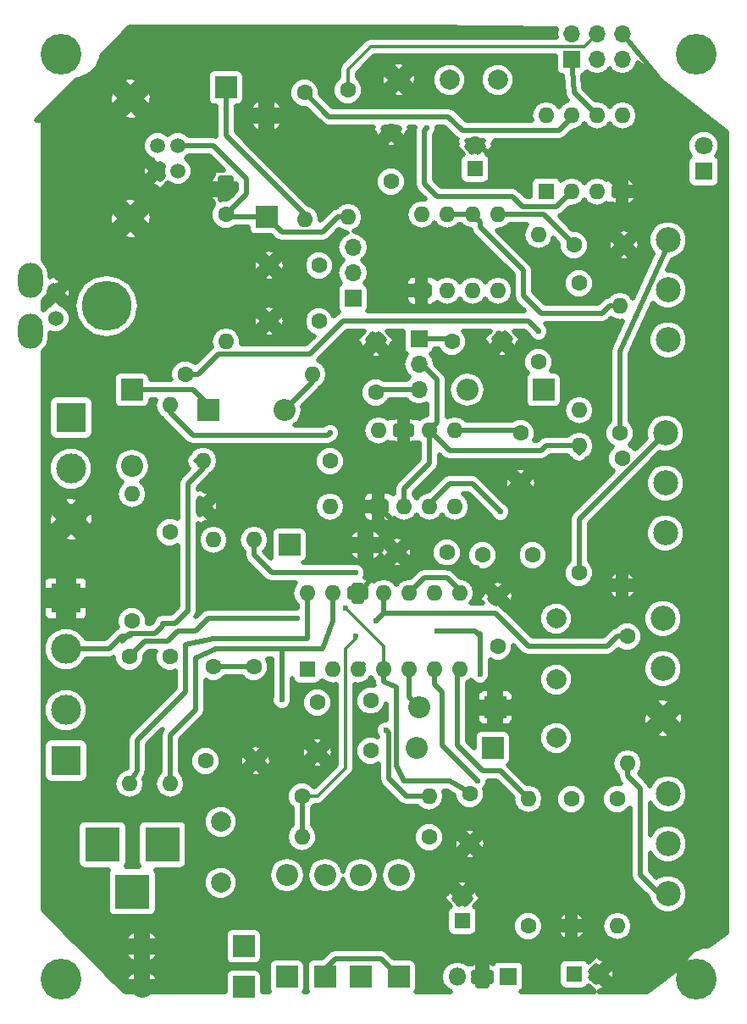
<source format=gbr>
G04 #@! TF.FileFunction,Copper,L1,Top,Signal*
%FSLAX46Y46*%
G04 Gerber Fmt 4.6, Leading zero omitted, Abs format (unit mm)*
G04 Created by KiCad (PCBNEW 4.0.7) date 05/25/18 19:59:14*
%MOMM*%
%LPD*%
G01*
G04 APERTURE LIST*
%ADD10C,0.100000*%
%ADD11R,1.700000X1.700000*%
%ADD12O,1.700000X1.700000*%
%ADD13O,2.500000X3.500000*%
%ADD14C,1.524000*%
%ADD15O,5.000000X5.000000*%
%ADD16R,1.800000X1.800000*%
%ADD17C,1.800000*%
%ADD18C,1.600000*%
%ADD19O,1.600000X1.600000*%
%ADD20C,2.500000*%
%ADD21R,3.500000X3.500000*%
%ADD22C,2.000000*%
%ADD23R,1.600000X1.600000*%
%ADD24C,4.064000*%
%ADD25R,3.000000X3.000000*%
%ADD26C,3.000000*%
%ADD27R,2.200000X2.200000*%
%ADD28O,2.200000X2.200000*%
%ADD29O,1.800000X1.800000*%
%ADD30C,1.520000*%
%ADD31C,2.700000*%
%ADD32C,0.600000*%
%ADD33C,0.500000*%
%ADD34C,1.000000*%
%ADD35C,0.350000*%
G04 APERTURE END LIST*
D10*
D11*
X78486000Y-55880000D03*
D12*
X78486000Y-53340000D03*
X81026000Y-55880000D03*
X81026000Y-53340000D03*
X83566000Y-55880000D03*
X83566000Y-53340000D03*
D13*
X24384000Y-83058000D03*
D14*
X26924000Y-79248000D03*
X26924000Y-81788000D03*
D13*
X24384000Y-77978000D03*
D15*
X32004000Y-80518000D03*
D16*
X91694000Y-67056000D03*
D17*
X91694000Y-64516000D03*
D18*
X53086000Y-120142000D03*
X53086000Y-125142000D03*
X64262000Y-133604000D03*
D19*
X51562000Y-133604000D03*
D20*
X88138000Y-134286000D03*
X88138000Y-139286000D03*
X88138000Y-129286000D03*
D21*
X37592000Y-134366000D03*
X31592000Y-134366000D03*
X34592000Y-139066000D03*
D22*
X43434000Y-138176000D03*
X43434000Y-132080000D03*
D18*
X83566000Y-95758000D03*
D19*
X83566000Y-108458000D03*
D18*
X78486000Y-129794000D03*
D19*
X78486000Y-142494000D03*
D18*
X79248000Y-107188000D03*
D19*
X79248000Y-94488000D03*
D18*
X79248000Y-78232000D03*
D19*
X79248000Y-90932000D03*
D18*
X75184000Y-86106000D03*
D19*
X75184000Y-73406000D03*
D18*
X38354000Y-103124000D03*
D19*
X38354000Y-90424000D03*
D20*
X87630000Y-116760000D03*
X87630000Y-121760000D03*
X87630000Y-111760000D03*
X87884000Y-98218000D03*
X87884000Y-103218000D03*
X87884000Y-93218000D03*
X88138000Y-78914000D03*
X88138000Y-83914000D03*
X88138000Y-73914000D03*
D23*
X59182000Y-100584000D03*
D19*
X66802000Y-92964000D03*
X61722000Y-100584000D03*
X64262000Y-92964000D03*
X64262000Y-100584000D03*
X61722000Y-92964000D03*
X66802000Y-100584000D03*
X59182000Y-92964000D03*
D23*
X63500000Y-78994000D03*
D19*
X71120000Y-71374000D03*
X66040000Y-78994000D03*
X68580000Y-71374000D03*
X68580000Y-78994000D03*
X66040000Y-71374000D03*
X71120000Y-78994000D03*
X63500000Y-71374000D03*
D24*
X27432000Y-147828000D03*
X27432000Y-55372000D03*
X90932000Y-147828000D03*
X90932000Y-55372000D03*
D25*
X27940000Y-109728000D03*
D26*
X27940000Y-114808000D03*
D22*
X76962000Y-111760000D03*
X76962000Y-117856000D03*
X76962000Y-123698000D03*
D18*
X54356000Y-96012000D03*
D19*
X41656000Y-96012000D03*
D18*
X51562000Y-129540000D03*
D19*
X64262000Y-129540000D03*
D18*
X38354000Y-115570000D03*
D19*
X38354000Y-128270000D03*
D18*
X41656000Y-100584000D03*
D19*
X54356000Y-100584000D03*
D25*
X27940000Y-125984000D03*
D26*
X27940000Y-120904000D03*
D23*
X52070000Y-116840000D03*
D19*
X67310000Y-109220000D03*
X54610000Y-116840000D03*
X64770000Y-109220000D03*
X57150000Y-116840000D03*
X62230000Y-109220000D03*
X59690000Y-116840000D03*
X59690000Y-109220000D03*
X62230000Y-116840000D03*
X57150000Y-109220000D03*
X64770000Y-116840000D03*
X54610000Y-109220000D03*
X67310000Y-116840000D03*
X52070000Y-109220000D03*
D18*
X34544000Y-112014000D03*
D19*
X34544000Y-99314000D03*
D25*
X28448000Y-91694000D03*
D26*
X28448000Y-96774000D03*
X28448000Y-101854000D03*
D18*
X73406000Y-93218000D03*
X73406000Y-98218000D03*
X66040000Y-105156000D03*
X61040000Y-105156000D03*
X69596000Y-105410000D03*
X74596000Y-105410000D03*
X60452000Y-68072000D03*
X60452000Y-63072000D03*
X78740000Y-74422000D03*
X83740000Y-74422000D03*
X48260000Y-82042000D03*
X53260000Y-82042000D03*
X68326000Y-129286000D03*
X68326000Y-134286000D03*
X41910000Y-125984000D03*
X46910000Y-125984000D03*
X34290000Y-115570000D03*
D19*
X34290000Y-128270000D03*
D18*
X71120000Y-114554000D03*
X71120000Y-109554000D03*
X84074000Y-113538000D03*
D19*
X84074000Y-126238000D03*
D18*
X58928000Y-89154000D03*
X58928000Y-84154000D03*
X83312000Y-93218000D03*
D19*
X83312000Y-80518000D03*
D18*
X58420000Y-124968000D03*
X58420000Y-119968000D03*
X42672000Y-116586000D03*
D19*
X42672000Y-103886000D03*
D18*
X46736000Y-116586000D03*
D19*
X46736000Y-103886000D03*
D27*
X75692000Y-88900000D03*
D28*
X68072000Y-88900000D03*
D27*
X50292000Y-104394000D03*
D28*
X57912000Y-104394000D03*
D27*
X70866000Y-120650000D03*
D28*
X63246000Y-120650000D03*
D27*
X70612000Y-124714000D03*
D28*
X62992000Y-124714000D03*
D27*
X50038000Y-147574000D03*
D28*
X50038000Y-137414000D03*
D27*
X53848000Y-147574000D03*
D28*
X53848000Y-137414000D03*
D27*
X45720000Y-144526000D03*
D28*
X35560000Y-144526000D03*
D27*
X45720000Y-148590000D03*
D28*
X35560000Y-148590000D03*
D27*
X57404000Y-147574000D03*
D28*
X57404000Y-137414000D03*
D27*
X61214000Y-147574000D03*
D28*
X61214000Y-137414000D03*
D18*
X74168000Y-142494000D03*
D19*
X74168000Y-129794000D03*
D18*
X83058000Y-129794000D03*
D19*
X83058000Y-142494000D03*
D16*
X72136000Y-147574000D03*
D29*
X69596000Y-147574000D03*
X67056000Y-147574000D03*
D18*
X48260000Y-76454000D03*
X53260000Y-76454000D03*
D11*
X56642000Y-79756000D03*
D12*
X56642000Y-77216000D03*
X56642000Y-74676000D03*
D18*
X66548000Y-84074000D03*
X71548000Y-84074000D03*
D11*
X63246000Y-83820000D03*
D12*
X63246000Y-86360000D03*
X63246000Y-88900000D03*
D27*
X34544000Y-88900000D03*
D28*
X34544000Y-96520000D03*
D27*
X42164000Y-90932000D03*
D28*
X49784000Y-90932000D03*
D30*
X39116000Y-64516000D03*
X39116000Y-67056000D03*
X37116000Y-67056000D03*
X37116000Y-64516000D03*
D31*
X34416000Y-59786000D03*
X34416000Y-71786000D03*
D22*
X61214000Y-57912000D03*
X66294000Y-57912000D03*
X71120000Y-57912000D03*
D18*
X43942000Y-71374000D03*
D19*
X43942000Y-84074000D03*
D18*
X51816000Y-59182000D03*
D19*
X51816000Y-71882000D03*
D18*
X56134000Y-58928000D03*
D19*
X56134000Y-71628000D03*
D18*
X39878000Y-87376000D03*
D19*
X52578000Y-87376000D03*
D27*
X43942000Y-58674000D03*
D28*
X43942000Y-68834000D03*
D27*
X48006000Y-71628000D03*
D28*
X48006000Y-61468000D03*
D23*
X75946000Y-69088000D03*
D19*
X83566000Y-61468000D03*
X78486000Y-69088000D03*
X81026000Y-61468000D03*
X81026000Y-69088000D03*
X78486000Y-61468000D03*
X83566000Y-69088000D03*
X75946000Y-61468000D03*
D23*
X67564000Y-141986000D03*
D18*
X67564000Y-139486000D03*
D23*
X78740000Y-147320000D03*
D18*
X81240000Y-147320000D03*
D23*
X68834000Y-66802000D03*
D18*
X68834000Y-64302000D03*
D32*
X69088000Y-128016000D03*
X55880000Y-110744000D03*
X59944000Y-122936000D03*
X71374000Y-101092000D03*
X49530000Y-119888000D03*
X58928000Y-112014000D03*
X51054000Y-111760000D03*
X56896000Y-113538000D03*
X65024000Y-113030000D03*
X69342000Y-117348000D03*
X56896000Y-107188000D03*
X64008000Y-62738000D03*
X75184000Y-83058000D03*
X54356000Y-93218000D03*
D33*
X26924000Y-79248000D02*
X26924000Y-78740000D01*
X26924000Y-78740000D02*
X28448000Y-77216000D01*
X26924000Y-78994000D02*
X28702000Y-78486000D01*
X26924000Y-79248000D02*
X26924000Y-78994000D01*
X26924000Y-79248000D02*
X26924000Y-78486000D01*
X68834000Y-64302000D02*
X70398000Y-65318000D01*
X81534000Y-67056000D02*
X83566000Y-69088000D01*
X72136000Y-67056000D02*
X81534000Y-67056000D01*
X70398000Y-65318000D02*
X72136000Y-67056000D01*
X83566000Y-69088000D02*
X84328000Y-69088000D01*
X84328000Y-69088000D02*
X87122000Y-66294000D01*
X87122000Y-57658000D02*
X83566000Y-53340000D01*
X87122000Y-66294000D02*
X87122000Y-57658000D01*
X73406000Y-101092000D02*
X73406000Y-98218000D01*
X61468000Y-102870000D02*
X71628000Y-102870000D01*
X71628000Y-102870000D02*
X73406000Y-101092000D01*
X59182000Y-100584000D02*
X61468000Y-102870000D01*
X57150000Y-109220000D02*
X57404000Y-109220000D01*
X57404000Y-109220000D02*
X59182000Y-106680000D01*
X59182000Y-106680000D02*
X69008000Y-106680000D01*
X69008000Y-106680000D02*
X71120000Y-109554000D01*
X59182000Y-100584000D02*
X59182000Y-98552000D01*
X59182000Y-98552000D02*
X61722000Y-96012000D01*
X61722000Y-96012000D02*
X61722000Y-92964000D01*
D34*
X63500000Y-78994000D02*
X63246000Y-78994000D01*
D33*
X46736000Y-116586000D02*
X42672000Y-116586000D01*
X57658000Y-116332000D02*
X57150000Y-116840000D01*
X66040000Y-105156000D02*
X66294000Y-105156000D01*
X38608000Y-115570000D02*
X38608000Y-115824000D01*
X38100000Y-116078000D02*
X38608000Y-115570000D01*
X38608000Y-115570000D02*
X38862000Y-115570000D01*
X66802000Y-92964000D02*
X73152000Y-92964000D01*
X73152000Y-92964000D02*
X73406000Y-93218000D01*
X64770000Y-118364000D02*
X64770000Y-116840000D01*
X65532000Y-119126000D02*
X64770000Y-118364000D01*
X65532000Y-124460000D02*
X65532000Y-119126000D01*
X69088000Y-128016000D02*
X65532000Y-124460000D01*
X64770000Y-116840000D02*
X64770000Y-117602000D01*
X75438000Y-71374000D02*
X75692000Y-71374000D01*
X75692000Y-71374000D02*
X78740000Y-74422000D01*
X71120000Y-71374000D02*
X75438000Y-71374000D01*
X78740000Y-73914000D02*
X78740000Y-74422000D01*
D34*
X71120000Y-71374000D02*
X71374000Y-71374000D01*
D33*
X79248000Y-107188000D02*
X79248000Y-101854000D01*
X79248000Y-101854000D02*
X87884000Y-93218000D01*
X79248000Y-107188000D02*
X79756000Y-107188000D01*
X87884000Y-93726000D02*
X87884000Y-93218000D01*
X59690000Y-116840000D02*
X59690000Y-118110000D01*
X66294000Y-128016000D02*
X68072000Y-129032000D01*
X61722000Y-128016000D02*
X66294000Y-128016000D01*
X60960000Y-126492000D02*
X61722000Y-128016000D01*
X60960000Y-118618000D02*
X60960000Y-126492000D01*
X59690000Y-118110000D02*
X60960000Y-118618000D01*
D35*
X59690000Y-114554000D02*
X59690000Y-116840000D01*
X55880000Y-110744000D02*
X59690000Y-114554000D01*
D33*
X64262000Y-129540000D02*
X61976000Y-129540000D01*
X60198000Y-123190000D02*
X59944000Y-122936000D01*
X60198000Y-127762000D02*
X60198000Y-123190000D01*
X61976000Y-129540000D02*
X60198000Y-127762000D01*
X62230000Y-116840000D02*
X62230000Y-119634000D01*
X62230000Y-119634000D02*
X63246000Y-120650000D01*
X35306000Y-113284000D02*
X34290000Y-113284000D01*
X34290000Y-113284000D02*
X33528000Y-114046000D01*
X37592000Y-112268000D02*
X37592000Y-112522000D01*
X36830000Y-113284000D02*
X35306000Y-113284000D01*
X35306000Y-113284000D02*
X34544000Y-113284000D01*
X37592000Y-112522000D02*
X36830000Y-113284000D01*
X34290000Y-113538000D02*
X33528000Y-113538000D01*
X34544000Y-113284000D02*
X34290000Y-113538000D01*
X32258000Y-114808000D02*
X27940000Y-114808000D01*
X33528000Y-113538000D02*
X32258000Y-114808000D01*
X41656000Y-96012000D02*
X41656000Y-96774000D01*
X41656000Y-96774000D02*
X40132000Y-98298000D01*
X38862000Y-112268000D02*
X37592000Y-112268000D01*
X40132000Y-110998000D02*
X38862000Y-112268000D01*
X40132000Y-98298000D02*
X40132000Y-110998000D01*
X41656000Y-96012000D02*
X40894000Y-96012000D01*
X66294000Y-98298000D02*
X68580000Y-98298000D01*
X66294000Y-98298000D02*
X64262000Y-100330000D01*
X68580000Y-98298000D02*
X71374000Y-101092000D01*
X64262000Y-100330000D02*
X64262000Y-100584000D01*
X38354000Y-128270000D02*
X38354000Y-123444000D01*
X40894000Y-120904000D02*
X40894000Y-115745846D01*
X38354000Y-123444000D02*
X40894000Y-120904000D01*
X49530000Y-119888000D02*
X49530000Y-114808000D01*
X54610000Y-112014000D02*
X54610000Y-109220000D01*
X53594000Y-114808000D02*
X54610000Y-112014000D01*
X42926000Y-114808000D02*
X49530000Y-114808000D01*
X49530000Y-114808000D02*
X53594000Y-114808000D01*
X40894000Y-115745846D02*
X42926000Y-114808000D01*
X38354000Y-128270000D02*
X38354000Y-128016000D01*
X54610000Y-109474000D02*
X54610000Y-109220000D01*
X28448000Y-91694000D02*
X28956000Y-91694000D01*
X39116000Y-113030000D02*
X38100000Y-114046000D01*
X35814000Y-114046000D02*
X34290000Y-115570000D01*
X38100000Y-114046000D02*
X35814000Y-114046000D01*
X42926000Y-111760000D02*
X42164000Y-111760000D01*
X40894000Y-113030000D02*
X39116000Y-113030000D01*
X42164000Y-111760000D02*
X40894000Y-113030000D01*
X84074000Y-113538000D02*
X83058000Y-113538000D01*
X70866000Y-111252000D02*
X59690000Y-111252000D01*
X74168000Y-114554000D02*
X70866000Y-111252000D01*
X82042000Y-114554000D02*
X74168000Y-114554000D01*
X83058000Y-113538000D02*
X82042000Y-114554000D01*
X59690000Y-111252000D02*
X59690000Y-109220000D01*
X58928000Y-112014000D02*
X59690000Y-111252000D01*
X42926000Y-111760000D02*
X51054000Y-111760000D01*
X39896585Y-114386732D02*
X39896585Y-119107415D01*
X35052000Y-127000000D02*
X34290000Y-128270000D01*
X35052000Y-123952000D02*
X35052000Y-127000000D01*
X39896585Y-119107415D02*
X35052000Y-123952000D01*
X39896585Y-114386732D02*
X42672000Y-113792000D01*
X42672000Y-113792000D02*
X52070000Y-113792000D01*
X34290000Y-128270000D02*
X34290000Y-127762000D01*
X52070000Y-113792000D02*
X52070000Y-109220000D01*
X88138000Y-139286000D02*
X87216000Y-139286000D01*
X87216000Y-139286000D02*
X85344000Y-137414000D01*
X84074000Y-126238000D02*
X84074000Y-127508000D01*
X84074000Y-127508000D02*
X85344000Y-128778000D01*
X85344000Y-128778000D02*
X85344000Y-137414000D01*
X51562000Y-129540000D02*
X51562000Y-133604000D01*
D35*
X51562000Y-129540000D02*
X53086000Y-129540000D01*
X56896000Y-113792000D02*
X56896000Y-113538000D01*
X55880000Y-114808000D02*
X56896000Y-113792000D01*
X55880000Y-126746000D02*
X55880000Y-114808000D01*
X53086000Y-129540000D02*
X55880000Y-126746000D01*
D33*
X67310000Y-109220000D02*
X67310000Y-108966000D01*
X67310000Y-108966000D02*
X66040000Y-107696000D01*
X63754000Y-107696000D02*
X62230000Y-109220000D01*
X66040000Y-107696000D02*
X63754000Y-107696000D01*
X62230000Y-109220000D02*
X61976000Y-109220000D01*
X63246000Y-88900000D02*
X59182000Y-88900000D01*
X59182000Y-88900000D02*
X58928000Y-89154000D01*
X58928000Y-89408000D02*
X58928000Y-89154000D01*
X88138000Y-73914000D02*
X88138000Y-74422000D01*
X88138000Y-74422000D02*
X83312000Y-85090000D01*
X83312000Y-85090000D02*
X83312000Y-93218000D01*
X87630000Y-73914000D02*
X88138000Y-73914000D01*
X87884000Y-73660000D02*
X88138000Y-73914000D01*
X88138000Y-73914000D02*
X87884000Y-73914000D01*
X68834000Y-113030000D02*
X65024000Y-113030000D01*
X69342000Y-113538000D02*
X68834000Y-113030000D01*
X69342000Y-113284000D02*
X69342000Y-113538000D01*
X69342000Y-117348000D02*
X69342000Y-113284000D01*
X46736000Y-103886000D02*
X46736000Y-105410000D01*
X48514000Y-107188000D02*
X56896000Y-107188000D01*
X46736000Y-105410000D02*
X48514000Y-107188000D01*
X61214000Y-147574000D02*
X59436000Y-145796000D01*
X54864000Y-145796000D02*
X53848000Y-146812000D01*
X59436000Y-145796000D02*
X54864000Y-145796000D01*
X53848000Y-146812000D02*
X53848000Y-147574000D01*
X74168000Y-129794000D02*
X71374000Y-127000000D01*
X71374000Y-127000000D02*
X69596000Y-127000000D01*
X69596000Y-127000000D02*
X67056000Y-124460000D01*
X67056000Y-124460000D02*
X67056000Y-117094000D01*
X67056000Y-117094000D02*
X67310000Y-116840000D01*
X83312000Y-80518000D02*
X82296000Y-80518000D01*
X69342000Y-72136000D02*
X68580000Y-71374000D01*
X69342000Y-72644000D02*
X69342000Y-72136000D01*
X73660000Y-76962000D02*
X69342000Y-72644000D01*
X73660000Y-79502000D02*
X73660000Y-76962000D01*
X75438000Y-81280000D02*
X73660000Y-79502000D01*
X81534000Y-81280000D02*
X75438000Y-81280000D01*
X82296000Y-80518000D02*
X81534000Y-81280000D01*
X68580000Y-71374000D02*
X66040000Y-71374000D01*
X66040000Y-71374000D02*
X66040000Y-71882000D01*
D34*
X66040000Y-71374000D02*
X66040000Y-71628000D01*
D33*
X63246000Y-83820000D02*
X66294000Y-83820000D01*
X66294000Y-83820000D02*
X66548000Y-84074000D01*
X63246000Y-86360000D02*
X63500000Y-86360000D01*
X63500000Y-86360000D02*
X65024000Y-87884000D01*
X65024000Y-87884000D02*
X65024000Y-92202000D01*
X65024000Y-92202000D02*
X64262000Y-92964000D01*
X64262000Y-92964000D02*
X64008000Y-92964000D01*
X64262000Y-92964000D02*
X64262000Y-92456000D01*
X79248000Y-94488000D02*
X75946000Y-94488000D01*
X66294000Y-94996000D02*
X64262000Y-92964000D01*
X75438000Y-94996000D02*
X66294000Y-94996000D01*
X75946000Y-94488000D02*
X75438000Y-94996000D01*
X64262000Y-92964000D02*
X64262000Y-93472000D01*
X79248000Y-95250000D02*
X79248000Y-94488000D01*
X61722000Y-100584000D02*
X61722000Y-98806000D01*
X61722000Y-98806000D02*
X64262000Y-96266000D01*
X64262000Y-96266000D02*
X64262000Y-92964000D01*
X42164000Y-90932000D02*
X42164000Y-90424000D01*
X42164000Y-90424000D02*
X40640000Y-88900000D01*
X40640000Y-88900000D02*
X34544000Y-88900000D01*
X52578000Y-87376000D02*
X52578000Y-88138000D01*
X52578000Y-88138000D02*
X49784000Y-90932000D01*
X56134000Y-71628000D02*
X55118000Y-71628000D01*
X49530000Y-73152000D02*
X48006000Y-71628000D01*
X53594000Y-73152000D02*
X49530000Y-73152000D01*
X55118000Y-71628000D02*
X53594000Y-73152000D01*
X48006000Y-71628000D02*
X44196000Y-71628000D01*
X44196000Y-71628000D02*
X43942000Y-71374000D01*
X39116000Y-64516000D02*
X42672000Y-64516000D01*
X45974000Y-69342000D02*
X43942000Y-71374000D01*
X45974000Y-67818000D02*
X45974000Y-69342000D01*
X42672000Y-64516000D02*
X45974000Y-67818000D01*
X43942000Y-58674000D02*
X43942000Y-63500000D01*
X43942000Y-63500000D02*
X51816000Y-71374000D01*
X51816000Y-71374000D02*
X51816000Y-71882000D01*
X76962000Y-70612000D02*
X78486000Y-69088000D01*
X73598002Y-70612000D02*
X76962000Y-70612000D01*
X72582002Y-69596000D02*
X73598002Y-70612000D01*
X65024000Y-69596000D02*
X72582002Y-69596000D01*
X63754000Y-68326000D02*
X65024000Y-69596000D01*
X63754000Y-62992000D02*
X63754000Y-68326000D01*
X64008000Y-62738000D02*
X63754000Y-62992000D01*
X78486000Y-55880000D02*
X78740000Y-59182000D01*
X78740000Y-59182000D02*
X81026000Y-61468000D01*
X66167000Y-61595000D02*
X54229000Y-61595000D01*
X54229000Y-61595000D02*
X51816000Y-59182000D01*
X78486000Y-61468000D02*
X78486000Y-61722000D01*
X78486000Y-61722000D02*
X77216000Y-62992000D01*
X67564000Y-62992000D02*
X66167000Y-61595000D01*
X77216000Y-62992000D02*
X67564000Y-62992000D01*
D35*
X56134000Y-58928000D02*
X56134000Y-56896000D01*
X79756000Y-54610000D02*
X81026000Y-53340000D01*
X58420000Y-54610000D02*
X79756000Y-54610000D01*
X56134000Y-56896000D02*
X58420000Y-54610000D01*
D33*
X41148000Y-87376000D02*
X39878000Y-87376000D01*
X43180000Y-85344000D02*
X41148000Y-87376000D01*
X52324000Y-85344000D02*
X43180000Y-85344000D01*
X55626000Y-82042000D02*
X52324000Y-85344000D01*
X74168000Y-82042000D02*
X55626000Y-82042000D01*
X75184000Y-83058000D02*
X74168000Y-82042000D01*
X38354000Y-90424000D02*
X38354000Y-91186000D01*
X38354000Y-91186000D02*
X40640000Y-93472000D01*
X54102000Y-93472000D02*
X40640000Y-93472000D01*
X54356000Y-93218000D02*
X54102000Y-93472000D01*
G36*
X76989873Y-52786453D02*
X76886000Y-53308654D01*
X76886000Y-53371346D01*
X76948390Y-53685000D01*
X58420000Y-53685000D01*
X58066017Y-53755411D01*
X57765926Y-53955926D01*
X55479926Y-56241926D01*
X55279411Y-56542017D01*
X55279411Y-56542018D01*
X55209000Y-56896000D01*
X55209000Y-57661267D01*
X54820740Y-58048849D01*
X54584270Y-58618333D01*
X54583732Y-59234961D01*
X54819208Y-59804857D01*
X55254849Y-60241260D01*
X55824333Y-60477730D01*
X56440961Y-60478268D01*
X57010857Y-60242792D01*
X57447260Y-59807151D01*
X57640219Y-59342452D01*
X60490655Y-59342452D01*
X60606759Y-59598448D01*
X61298358Y-59702455D01*
X61821241Y-59598448D01*
X61937345Y-59342452D01*
X61214000Y-58619107D01*
X60490655Y-59342452D01*
X57640219Y-59342452D01*
X57683730Y-59237667D01*
X57684268Y-58621039D01*
X57448792Y-58051143D01*
X57394103Y-57996358D01*
X59423545Y-57996358D01*
X59527552Y-58519241D01*
X59783548Y-58635345D01*
X60506893Y-57912000D01*
X61921107Y-57912000D01*
X62644452Y-58635345D01*
X62900448Y-58519241D01*
X62939649Y-58258569D01*
X64543696Y-58258569D01*
X64809557Y-58902001D01*
X65301410Y-59394713D01*
X65944376Y-59661696D01*
X66640569Y-59662304D01*
X67284001Y-59396443D01*
X67776713Y-58904590D01*
X68043696Y-58261624D01*
X68043698Y-58258569D01*
X69369696Y-58258569D01*
X69635557Y-58902001D01*
X70127410Y-59394713D01*
X70770376Y-59661696D01*
X71466569Y-59662304D01*
X72110001Y-59396443D01*
X72602713Y-58904590D01*
X72869696Y-58261624D01*
X72870304Y-57565431D01*
X72604443Y-56921999D01*
X72112590Y-56429287D01*
X71469624Y-56162304D01*
X70773431Y-56161696D01*
X70129999Y-56427557D01*
X69637287Y-56919410D01*
X69370304Y-57562376D01*
X69369696Y-58258569D01*
X68043698Y-58258569D01*
X68044304Y-57565431D01*
X67778443Y-56921999D01*
X67286590Y-56429287D01*
X66643624Y-56162304D01*
X65947431Y-56161696D01*
X65303999Y-56427557D01*
X64811287Y-56919410D01*
X64544304Y-57562376D01*
X64543696Y-58258569D01*
X62939649Y-58258569D01*
X63004455Y-57827642D01*
X62900448Y-57304759D01*
X62644452Y-57188655D01*
X61921107Y-57912000D01*
X60506893Y-57912000D01*
X59783548Y-57188655D01*
X59527552Y-57304759D01*
X59423545Y-57996358D01*
X57394103Y-57996358D01*
X57059000Y-57660669D01*
X57059000Y-57279148D01*
X57856600Y-56481548D01*
X60490655Y-56481548D01*
X61214000Y-57204893D01*
X61937345Y-56481548D01*
X61821241Y-56225552D01*
X61129642Y-56121545D01*
X60606759Y-56225552D01*
X60490655Y-56481548D01*
X57856600Y-56481548D01*
X58803148Y-55535000D01*
X76871307Y-55535000D01*
X76871307Y-56730000D01*
X76923604Y-57007933D01*
X77087862Y-57263198D01*
X77338492Y-57434446D01*
X77606799Y-57488780D01*
X77742946Y-59258697D01*
X77785407Y-59410278D01*
X77816120Y-59564684D01*
X77837711Y-59596997D01*
X77848192Y-59634414D01*
X77945431Y-59758211D01*
X78032893Y-59889107D01*
X78106840Y-59963054D01*
X77892841Y-60005621D01*
X77389984Y-60341618D01*
X77216000Y-60602004D01*
X77042016Y-60341618D01*
X76539159Y-60005621D01*
X75946000Y-59887634D01*
X75352841Y-60005621D01*
X74849984Y-60341618D01*
X74513987Y-60844475D01*
X74396000Y-61437634D01*
X74396000Y-61498366D01*
X74494190Y-61992000D01*
X67978214Y-61992000D01*
X66874107Y-60887893D01*
X66549684Y-60671120D01*
X66167000Y-60595000D01*
X54643214Y-60595000D01*
X53365882Y-59317668D01*
X53366268Y-58875039D01*
X53130792Y-58305143D01*
X52695151Y-57868740D01*
X52125667Y-57632270D01*
X51509039Y-57631732D01*
X50939143Y-57867208D01*
X50502740Y-58302849D01*
X50266270Y-58872333D01*
X50265732Y-59488961D01*
X50501208Y-60058857D01*
X50936849Y-60495260D01*
X51506333Y-60731730D01*
X51951905Y-60732119D01*
X53521893Y-62302107D01*
X53846317Y-62518880D01*
X54229000Y-62595000D01*
X58689416Y-62595000D01*
X58448323Y-62836093D01*
X58900874Y-63288643D01*
X58973154Y-63652017D01*
X59221195Y-63737119D01*
X59886315Y-63072000D01*
X59603472Y-62789157D01*
X59797629Y-62595000D01*
X61106371Y-62595000D01*
X61300528Y-62789157D01*
X61017685Y-63072000D01*
X61682805Y-63737119D01*
X61930846Y-63652017D01*
X61994446Y-63297323D01*
X62455677Y-62836093D01*
X62214584Y-62595000D01*
X62839686Y-62595000D01*
X62830120Y-62609316D01*
X62779006Y-62866287D01*
X62754000Y-62992000D01*
X62754000Y-68326000D01*
X62830120Y-68708684D01*
X63046893Y-69033107D01*
X63883754Y-69869968D01*
X63500000Y-69793634D01*
X62906841Y-69911621D01*
X62403984Y-70247618D01*
X62067987Y-70750475D01*
X61950000Y-71343634D01*
X61950000Y-71404366D01*
X62067987Y-71997525D01*
X62403984Y-72500382D01*
X62906841Y-72836379D01*
X63500000Y-72954366D01*
X64093159Y-72836379D01*
X64596016Y-72500382D01*
X64770000Y-72239996D01*
X64943984Y-72500382D01*
X65446841Y-72836379D01*
X66040000Y-72954366D01*
X66633159Y-72836379D01*
X67136016Y-72500382D01*
X67220461Y-72374000D01*
X67399539Y-72374000D01*
X67483984Y-72500382D01*
X67986841Y-72836379D01*
X68396474Y-72917860D01*
X68418120Y-73026684D01*
X68634893Y-73351107D01*
X72660000Y-77376214D01*
X72660000Y-78913361D01*
X72552013Y-78370475D01*
X72216016Y-77867618D01*
X71713159Y-77531621D01*
X71120000Y-77413634D01*
X70526841Y-77531621D01*
X70023984Y-77867618D01*
X69850000Y-78128004D01*
X69676016Y-77867618D01*
X69173159Y-77531621D01*
X68580000Y-77413634D01*
X67986841Y-77531621D01*
X67483984Y-77867618D01*
X67310000Y-78128004D01*
X67136016Y-77867618D01*
X66633159Y-77531621D01*
X66040000Y-77413634D01*
X65446841Y-77531621D01*
X65058000Y-77791435D01*
X65058000Y-77743998D01*
X64921972Y-77743998D01*
X64729372Y-77551398D01*
X64450775Y-77436000D01*
X64089500Y-77436000D01*
X63900000Y-77625500D01*
X63900000Y-78594000D01*
X64300000Y-78594000D01*
X64300000Y-79394000D01*
X63900000Y-79394000D01*
X63900000Y-80362500D01*
X64089500Y-80552000D01*
X64450775Y-80552000D01*
X64729372Y-80436602D01*
X64921972Y-80244002D01*
X65058000Y-80244002D01*
X65058000Y-80196565D01*
X65446841Y-80456379D01*
X66040000Y-80574366D01*
X66633159Y-80456379D01*
X67136016Y-80120382D01*
X67310000Y-79859996D01*
X67483984Y-80120382D01*
X67986841Y-80456379D01*
X68580000Y-80574366D01*
X69173159Y-80456379D01*
X69676016Y-80120382D01*
X69850000Y-79859996D01*
X70023984Y-80120382D01*
X70526841Y-80456379D01*
X71120000Y-80574366D01*
X71713159Y-80456379D01*
X72216016Y-80120382D01*
X72552013Y-79617525D01*
X72660000Y-79074639D01*
X72660000Y-79502000D01*
X72736120Y-79884684D01*
X72952893Y-80209107D01*
X73785786Y-81042000D01*
X58101819Y-81042000D01*
X58196446Y-80903508D01*
X58256693Y-80606000D01*
X58256693Y-79583500D01*
X61942000Y-79583500D01*
X61942000Y-79944776D01*
X62057399Y-80223373D01*
X62270628Y-80436602D01*
X62549225Y-80552000D01*
X62910500Y-80552000D01*
X63100000Y-80362500D01*
X63100000Y-79394000D01*
X62131500Y-79394000D01*
X61942000Y-79583500D01*
X58256693Y-79583500D01*
X58256693Y-78906000D01*
X58204396Y-78628067D01*
X58040138Y-78372802D01*
X57866842Y-78254394D01*
X58007940Y-78043224D01*
X61942000Y-78043224D01*
X61942000Y-78404500D01*
X62131500Y-78594000D01*
X63100000Y-78594000D01*
X63100000Y-77625500D01*
X62910500Y-77436000D01*
X62549225Y-77436000D01*
X62270628Y-77551398D01*
X62057399Y-77764627D01*
X61942000Y-78043224D01*
X58007940Y-78043224D01*
X58151553Y-77828293D01*
X58273346Y-77216000D01*
X58151553Y-76603707D01*
X57804717Y-76084629D01*
X57597244Y-75946000D01*
X57804717Y-75807371D01*
X58151553Y-75288293D01*
X58273346Y-74676000D01*
X58151553Y-74063707D01*
X57804717Y-73544629D01*
X57285639Y-73197793D01*
X56731397Y-73087547D01*
X57230016Y-72754382D01*
X57566013Y-72251525D01*
X57684000Y-71658366D01*
X57684000Y-71597634D01*
X57566013Y-71004475D01*
X57230016Y-70501618D01*
X56727159Y-70165621D01*
X56134000Y-70047634D01*
X55540841Y-70165621D01*
X55037984Y-70501618D01*
X54928330Y-70665728D01*
X54735317Y-70704120D01*
X54410893Y-70920893D01*
X54410891Y-70920896D01*
X53352736Y-71979051D01*
X53366000Y-71912366D01*
X53366000Y-71851634D01*
X53248013Y-71258475D01*
X52912016Y-70755618D01*
X52409159Y-70419621D01*
X52242729Y-70386516D01*
X50235175Y-68378961D01*
X58901732Y-68378961D01*
X59137208Y-68948857D01*
X59572849Y-69385260D01*
X60142333Y-69621730D01*
X60758961Y-69622268D01*
X61328857Y-69386792D01*
X61765260Y-68951151D01*
X62001730Y-68381667D01*
X62002268Y-67765039D01*
X61766792Y-67195143D01*
X61331151Y-66758740D01*
X60761667Y-66522270D01*
X60145039Y-66521732D01*
X59575143Y-66757208D01*
X59138740Y-67192849D01*
X58902270Y-67762333D01*
X58901732Y-68378961D01*
X50235175Y-68378961D01*
X46159019Y-64302805D01*
X59786881Y-64302805D01*
X59871983Y-64550846D01*
X60482064Y-64660239D01*
X61032017Y-64550846D01*
X61117119Y-64302805D01*
X60452000Y-63637685D01*
X59786881Y-64302805D01*
X46159019Y-64302805D01*
X44942000Y-63085786D01*
X44942000Y-62288863D01*
X46339125Y-62288863D01*
X46780139Y-62864264D01*
X47185143Y-63134840D01*
X47456000Y-63043244D01*
X47456000Y-62018000D01*
X48556000Y-62018000D01*
X48556000Y-63043244D01*
X48826857Y-63134840D01*
X49231861Y-62864264D01*
X49672875Y-62288863D01*
X49591264Y-62018000D01*
X48556000Y-62018000D01*
X47456000Y-62018000D01*
X46420736Y-62018000D01*
X46339125Y-62288863D01*
X44942000Y-62288863D01*
X44942000Y-60647137D01*
X46339125Y-60647137D01*
X46420736Y-60918000D01*
X47456000Y-60918000D01*
X47456000Y-59892756D01*
X48556000Y-59892756D01*
X48556000Y-60918000D01*
X49591264Y-60918000D01*
X49672875Y-60647137D01*
X49231861Y-60071736D01*
X48826857Y-59801160D01*
X48556000Y-59892756D01*
X47456000Y-59892756D01*
X47185143Y-59801160D01*
X46780139Y-60071736D01*
X46339125Y-60647137D01*
X44942000Y-60647137D01*
X44942000Y-60538693D01*
X45042000Y-60538693D01*
X45319933Y-60486396D01*
X45575198Y-60322138D01*
X45746446Y-60071508D01*
X45806693Y-59774000D01*
X45806693Y-57574000D01*
X45754396Y-57296067D01*
X45590138Y-57040802D01*
X45339508Y-56869554D01*
X45042000Y-56809307D01*
X42842000Y-56809307D01*
X42564067Y-56861604D01*
X42308802Y-57025862D01*
X42137554Y-57276492D01*
X42077307Y-57574000D01*
X42077307Y-59774000D01*
X42129604Y-60051933D01*
X42293862Y-60307198D01*
X42544492Y-60478446D01*
X42842000Y-60538693D01*
X42942000Y-60538693D01*
X42942000Y-63500000D01*
X42956436Y-63572577D01*
X42672000Y-63516000D01*
X40251345Y-63516000D01*
X39972463Y-63236630D01*
X39417675Y-63006262D01*
X38816960Y-63005738D01*
X38261771Y-63235138D01*
X38116118Y-63380536D01*
X37972463Y-63236630D01*
X37417675Y-63006262D01*
X36816960Y-63005738D01*
X36261771Y-63235138D01*
X35836630Y-63659537D01*
X35606262Y-64214325D01*
X35605738Y-64815040D01*
X35835138Y-65370229D01*
X36259537Y-65795370D01*
X36487379Y-65889978D01*
X37116000Y-66518599D01*
X37384701Y-66249899D01*
X37689256Y-66554454D01*
X37606262Y-66754325D01*
X37605738Y-67355040D01*
X37689366Y-67557436D01*
X37384701Y-67862102D01*
X37116000Y-67593401D01*
X36462634Y-68246767D01*
X36541534Y-68493179D01*
X36841141Y-68548911D01*
X37323069Y-69030839D01*
X38139143Y-68214765D01*
X38259537Y-68335370D01*
X38814325Y-68565738D01*
X39415040Y-68566262D01*
X39970229Y-68336862D01*
X40395370Y-67912463D01*
X40625738Y-67357675D01*
X40626262Y-66756960D01*
X40396862Y-66201771D01*
X39981464Y-65785647D01*
X40251582Y-65516000D01*
X42257786Y-65516000D01*
X43717786Y-66976000D01*
X42691998Y-66976000D01*
X42691998Y-67469233D01*
X42275125Y-68013137D01*
X42356736Y-68284000D01*
X43392000Y-68284000D01*
X43392000Y-67734000D01*
X44475786Y-67734000D01*
X44492000Y-67750214D01*
X44492000Y-68284000D01*
X44974000Y-68284000D01*
X44974000Y-68927786D01*
X44517786Y-69384000D01*
X44492000Y-69384000D01*
X44492000Y-69409786D01*
X44077668Y-69824118D01*
X43635039Y-69823732D01*
X43392000Y-69924154D01*
X43392000Y-69384000D01*
X42356736Y-69384000D01*
X42275125Y-69654863D01*
X42691998Y-70198767D01*
X42691998Y-70431701D01*
X42628740Y-70494849D01*
X42392270Y-71064333D01*
X42391732Y-71680961D01*
X42627208Y-72250857D01*
X43062849Y-72687260D01*
X43632333Y-72923730D01*
X44248961Y-72924268D01*
X44818857Y-72688792D01*
X44879755Y-72628000D01*
X46141307Y-72628000D01*
X46141307Y-72728000D01*
X46193604Y-73005933D01*
X46357862Y-73261198D01*
X46608492Y-73432446D01*
X46906000Y-73492693D01*
X48456480Y-73492693D01*
X48822891Y-73859104D01*
X48822893Y-73859107D01*
X49147317Y-74075880D01*
X49530000Y-74152000D01*
X53594000Y-74152000D01*
X53976684Y-74075880D01*
X54301107Y-73859107D01*
X55258493Y-72901721D01*
X55540841Y-73090379D01*
X56039604Y-73189589D01*
X55998361Y-73197793D01*
X55479283Y-73544629D01*
X55132447Y-74063707D01*
X55010654Y-74676000D01*
X55132447Y-75288293D01*
X55479283Y-75807371D01*
X55686756Y-75946000D01*
X55479283Y-76084629D01*
X55132447Y-76603707D01*
X55010654Y-77216000D01*
X55132447Y-77828293D01*
X55417891Y-78255491D01*
X55258802Y-78357862D01*
X55087554Y-78608492D01*
X55027307Y-78906000D01*
X55027307Y-80606000D01*
X55079604Y-80883933D01*
X55234213Y-81124203D01*
X55172942Y-81165143D01*
X54918893Y-81334893D01*
X54725033Y-81528753D01*
X54574792Y-81165143D01*
X54139151Y-80728740D01*
X53569667Y-80492270D01*
X52953039Y-80491732D01*
X52383143Y-80727208D01*
X51946740Y-81162849D01*
X51710270Y-81732333D01*
X51709732Y-82348961D01*
X51945208Y-82918857D01*
X52380849Y-83355260D01*
X52746638Y-83507148D01*
X51909786Y-84344000D01*
X45444334Y-84344000D01*
X45492000Y-84104366D01*
X45492000Y-84043634D01*
X45374013Y-83450475D01*
X45255299Y-83272805D01*
X47594881Y-83272805D01*
X47679983Y-83520846D01*
X48290064Y-83630239D01*
X48840017Y-83520846D01*
X48925119Y-83272805D01*
X48260000Y-82607685D01*
X47594881Y-83272805D01*
X45255299Y-83272805D01*
X45038016Y-82947618D01*
X44535159Y-82611621D01*
X43942000Y-82493634D01*
X43348841Y-82611621D01*
X42845984Y-82947618D01*
X42509987Y-83450475D01*
X42392000Y-84043634D01*
X42392000Y-84104366D01*
X42494990Y-84622128D01*
X42472893Y-84636893D01*
X40901972Y-86207814D01*
X40757151Y-86062740D01*
X40187667Y-85826270D01*
X39571039Y-85825732D01*
X39001143Y-86061208D01*
X38564740Y-86496849D01*
X38328270Y-87066333D01*
X38327732Y-87682961D01*
X38417411Y-87900000D01*
X36408693Y-87900000D01*
X36408693Y-87800000D01*
X36356396Y-87522067D01*
X36192138Y-87266802D01*
X35941508Y-87095554D01*
X35644000Y-87035307D01*
X33444000Y-87035307D01*
X33166067Y-87087604D01*
X32910802Y-87251862D01*
X32739554Y-87502492D01*
X32679307Y-87800000D01*
X32679307Y-90000000D01*
X32731604Y-90277933D01*
X32895862Y-90533198D01*
X33146492Y-90704446D01*
X33444000Y-90764693D01*
X35644000Y-90764693D01*
X35921933Y-90712396D01*
X36177198Y-90548138D01*
X36348446Y-90297508D01*
X36408693Y-90000000D01*
X36408693Y-89900000D01*
X36902190Y-89900000D01*
X36804000Y-90393634D01*
X36804000Y-90454366D01*
X36921987Y-91047525D01*
X37257984Y-91550382D01*
X37546866Y-91743406D01*
X37646893Y-91893107D01*
X39932893Y-94179107D01*
X40257317Y-94395880D01*
X40640000Y-94472000D01*
X41575361Y-94472000D01*
X41032475Y-94579987D01*
X40529618Y-94915984D01*
X40336594Y-95204866D01*
X40186893Y-95304893D01*
X39970120Y-95629317D01*
X39894000Y-96012000D01*
X39970120Y-96394683D01*
X40186893Y-96719107D01*
X40252705Y-96763081D01*
X39424893Y-97590893D01*
X39208120Y-97915316D01*
X39208120Y-97915317D01*
X39132000Y-98298000D01*
X39132000Y-101768739D01*
X38663667Y-101574270D01*
X38047039Y-101573732D01*
X37477143Y-101809208D01*
X37040740Y-102244849D01*
X36804270Y-102814333D01*
X36803732Y-103430961D01*
X37039208Y-104000857D01*
X37474849Y-104437260D01*
X38044333Y-104673730D01*
X38660961Y-104674268D01*
X39132000Y-104479639D01*
X39132000Y-110583786D01*
X38447786Y-111268000D01*
X37592000Y-111268000D01*
X37209317Y-111344120D01*
X36884893Y-111560893D01*
X36668120Y-111885317D01*
X36631781Y-112068005D01*
X36415786Y-112284000D01*
X36093765Y-112284000D01*
X36094268Y-111707039D01*
X35858792Y-111137143D01*
X35423151Y-110700740D01*
X34853667Y-110464270D01*
X34237039Y-110463732D01*
X33667143Y-110699208D01*
X33230740Y-111134849D01*
X32994270Y-111704333D01*
X32993732Y-112320961D01*
X33121452Y-112630066D01*
X33074942Y-112661143D01*
X32820893Y-112830893D01*
X31843786Y-113808000D01*
X29961312Y-113808000D01*
X29848569Y-113535142D01*
X29216187Y-112901655D01*
X28389516Y-112558392D01*
X27494411Y-112557610D01*
X26667142Y-112899431D01*
X26033655Y-113531813D01*
X25690392Y-114358484D01*
X25689610Y-115253589D01*
X26031431Y-116080858D01*
X26663813Y-116714345D01*
X27490484Y-117057608D01*
X28385589Y-117058390D01*
X29212858Y-116716569D01*
X29846345Y-116084187D01*
X29961028Y-115808000D01*
X32258000Y-115808000D01*
X32640684Y-115731880D01*
X32739916Y-115665575D01*
X32739732Y-115876961D01*
X32975208Y-116446857D01*
X33410849Y-116883260D01*
X33980333Y-117119730D01*
X34596961Y-117120268D01*
X35166857Y-116884792D01*
X35603260Y-116449151D01*
X35839730Y-115879667D01*
X35840119Y-115434095D01*
X36228213Y-115046000D01*
X36893269Y-115046000D01*
X36804270Y-115260333D01*
X36803732Y-115876961D01*
X37039208Y-116446857D01*
X37474849Y-116883260D01*
X37646395Y-116954492D01*
X37717316Y-117001880D01*
X37800243Y-117018375D01*
X38044333Y-117119730D01*
X38660961Y-117120268D01*
X38896585Y-117022910D01*
X38896585Y-118693201D01*
X34344893Y-123244893D01*
X34128120Y-123569316D01*
X34077137Y-123825628D01*
X34052000Y-123952000D01*
X34052000Y-126723016D01*
X34042489Y-126738867D01*
X33696841Y-126807621D01*
X33193984Y-127143618D01*
X32857987Y-127646475D01*
X32740000Y-128239634D01*
X32740000Y-128300366D01*
X32857987Y-128893525D01*
X33193984Y-129396382D01*
X33696841Y-129732379D01*
X34290000Y-129850366D01*
X34883159Y-129732379D01*
X35386016Y-129396382D01*
X35722013Y-128893525D01*
X35840000Y-128300366D01*
X35840000Y-128239634D01*
X35748976Y-127782025D01*
X35909493Y-127514496D01*
X35934573Y-127444504D01*
X35975880Y-127382683D01*
X35999782Y-127262519D01*
X36041109Y-127147184D01*
X36037495Y-127072922D01*
X36052000Y-127000000D01*
X36052000Y-124366214D01*
X37577566Y-122840648D01*
X37430120Y-123061316D01*
X37411762Y-123153608D01*
X37354000Y-123444000D01*
X37354000Y-127079462D01*
X37257984Y-127143618D01*
X36921987Y-127646475D01*
X36804000Y-128239634D01*
X36804000Y-128300366D01*
X36921987Y-128893525D01*
X37257984Y-129396382D01*
X37760841Y-129732379D01*
X38354000Y-129850366D01*
X38947159Y-129732379D01*
X39450016Y-129396382D01*
X39786013Y-128893525D01*
X39904000Y-128300366D01*
X39904000Y-128239634D01*
X39786013Y-127646475D01*
X39450016Y-127143618D01*
X39354000Y-127079462D01*
X39354000Y-126290961D01*
X40359732Y-126290961D01*
X40595208Y-126860857D01*
X41030849Y-127297260D01*
X41600333Y-127533730D01*
X42216961Y-127534268D01*
X42786857Y-127298792D01*
X42870990Y-127214805D01*
X46244881Y-127214805D01*
X46329983Y-127462846D01*
X46940064Y-127572239D01*
X47490017Y-127462846D01*
X47575119Y-127214805D01*
X46910000Y-126549685D01*
X46244881Y-127214805D01*
X42870990Y-127214805D01*
X43223260Y-126863151D01*
X43459730Y-126293667D01*
X43459973Y-126014064D01*
X45321761Y-126014064D01*
X45431154Y-126564017D01*
X45679195Y-126649119D01*
X46344315Y-125984000D01*
X47475685Y-125984000D01*
X48140805Y-126649119D01*
X48388846Y-126564017D01*
X48423132Y-126372805D01*
X52420881Y-126372805D01*
X52505983Y-126620846D01*
X53116064Y-126730239D01*
X53666017Y-126620846D01*
X53751119Y-126372805D01*
X53086000Y-125707685D01*
X52420881Y-126372805D01*
X48423132Y-126372805D01*
X48498239Y-125953936D01*
X48388846Y-125403983D01*
X48140805Y-125318881D01*
X47475685Y-125984000D01*
X46344315Y-125984000D01*
X45679195Y-125318881D01*
X45431154Y-125403983D01*
X45321761Y-126014064D01*
X43459973Y-126014064D01*
X43460268Y-125677039D01*
X43224792Y-125107143D01*
X42871463Y-124753195D01*
X46244881Y-124753195D01*
X46910000Y-125418315D01*
X47156250Y-125172064D01*
X51497761Y-125172064D01*
X51607154Y-125722017D01*
X51855195Y-125807119D01*
X52520315Y-125142000D01*
X53651685Y-125142000D01*
X54316805Y-125807119D01*
X54564846Y-125722017D01*
X54674239Y-125111936D01*
X54564846Y-124561983D01*
X54316805Y-124476881D01*
X53651685Y-125142000D01*
X52520315Y-125142000D01*
X51855195Y-124476881D01*
X51607154Y-124561983D01*
X51497761Y-125172064D01*
X47156250Y-125172064D01*
X47575119Y-124753195D01*
X47490017Y-124505154D01*
X46879936Y-124395761D01*
X46329983Y-124505154D01*
X46244881Y-124753195D01*
X42871463Y-124753195D01*
X42789151Y-124670740D01*
X42219667Y-124434270D01*
X41603039Y-124433732D01*
X41033143Y-124669208D01*
X40596740Y-125104849D01*
X40360270Y-125674333D01*
X40359732Y-126290961D01*
X39354000Y-126290961D01*
X39354000Y-123911195D01*
X52420881Y-123911195D01*
X53086000Y-124576315D01*
X53751119Y-123911195D01*
X53666017Y-123663154D01*
X53055936Y-123553761D01*
X52505983Y-123663154D01*
X52420881Y-123911195D01*
X39354000Y-123911195D01*
X39354000Y-123858214D01*
X41601104Y-121611109D01*
X41601107Y-121611107D01*
X41817880Y-121286683D01*
X41894000Y-120904000D01*
X41894000Y-117941261D01*
X42362333Y-118135730D01*
X42978961Y-118136268D01*
X43548857Y-117900792D01*
X43864200Y-117586000D01*
X45544136Y-117586000D01*
X45856849Y-117899260D01*
X46426333Y-118135730D01*
X47042961Y-118136268D01*
X47612857Y-117900792D01*
X48049260Y-117465151D01*
X48285730Y-116895667D01*
X48286268Y-116279039D01*
X48091639Y-115808000D01*
X48530000Y-115808000D01*
X48530000Y-119558251D01*
X48480182Y-119678226D01*
X48479818Y-120095942D01*
X48639334Y-120482000D01*
X48934446Y-120777628D01*
X49320226Y-120937818D01*
X49737942Y-120938182D01*
X50124000Y-120778666D01*
X50419628Y-120483554D01*
X50433992Y-120448961D01*
X51535732Y-120448961D01*
X51771208Y-121018857D01*
X52206849Y-121455260D01*
X52776333Y-121691730D01*
X53392961Y-121692268D01*
X53962857Y-121456792D01*
X54399260Y-121021151D01*
X54635730Y-120451667D01*
X54636268Y-119835039D01*
X54400792Y-119265143D01*
X53965151Y-118828740D01*
X53395667Y-118592270D01*
X52779039Y-118591732D01*
X52209143Y-118827208D01*
X51772740Y-119262849D01*
X51536270Y-119832333D01*
X51535732Y-120448961D01*
X50433992Y-120448961D01*
X50579818Y-120097774D01*
X50580182Y-119680058D01*
X50530000Y-119558608D01*
X50530000Y-117771231D01*
X50557604Y-117917933D01*
X50721862Y-118173198D01*
X50972492Y-118344446D01*
X51270000Y-118404693D01*
X52870000Y-118404693D01*
X53147933Y-118352396D01*
X53403198Y-118188138D01*
X53541950Y-117985068D01*
X54016841Y-118302379D01*
X54610000Y-118420366D01*
X54955000Y-118351741D01*
X54955000Y-126362852D01*
X52765848Y-128552004D01*
X52441151Y-128226740D01*
X51871667Y-127990270D01*
X51255039Y-127989732D01*
X50685143Y-128225208D01*
X50248740Y-128660849D01*
X50012270Y-129230333D01*
X50011732Y-129846961D01*
X50247208Y-130416857D01*
X50562000Y-130732200D01*
X50562000Y-132423539D01*
X50435618Y-132507984D01*
X50099621Y-133010841D01*
X49981634Y-133604000D01*
X50099621Y-134197159D01*
X50435618Y-134700016D01*
X50938475Y-135036013D01*
X51531634Y-135154000D01*
X51592366Y-135154000D01*
X52185525Y-135036013D01*
X52688382Y-134700016D01*
X53024379Y-134197159D01*
X53081307Y-133910961D01*
X62711732Y-133910961D01*
X62947208Y-134480857D01*
X63382849Y-134917260D01*
X63952333Y-135153730D01*
X64568961Y-135154268D01*
X65138857Y-134918792D01*
X65575260Y-134483151D01*
X65644640Y-134316064D01*
X66737761Y-134316064D01*
X66847154Y-134866017D01*
X67095195Y-134951119D01*
X67760315Y-134286000D01*
X68891685Y-134286000D01*
X69556805Y-134951119D01*
X69804846Y-134866017D01*
X69914239Y-134255936D01*
X69804846Y-133705983D01*
X69556805Y-133620881D01*
X68891685Y-134286000D01*
X67760315Y-134286000D01*
X67095195Y-133620881D01*
X66847154Y-133705983D01*
X66737761Y-134316064D01*
X65644640Y-134316064D01*
X65811730Y-133913667D01*
X65812268Y-133297039D01*
X65712341Y-133055195D01*
X67660881Y-133055195D01*
X68326000Y-133720315D01*
X68991119Y-133055195D01*
X68906017Y-132807154D01*
X68295936Y-132697761D01*
X67745983Y-132807154D01*
X67660881Y-133055195D01*
X65712341Y-133055195D01*
X65576792Y-132727143D01*
X65141151Y-132290740D01*
X64571667Y-132054270D01*
X63955039Y-132053732D01*
X63385143Y-132289208D01*
X62948740Y-132724849D01*
X62712270Y-133294333D01*
X62711732Y-133910961D01*
X53081307Y-133910961D01*
X53142366Y-133604000D01*
X53024379Y-133010841D01*
X52688382Y-132507984D01*
X52562000Y-132423539D01*
X52562000Y-130731864D01*
X52829331Y-130465000D01*
X53086000Y-130465000D01*
X53439983Y-130394589D01*
X53740074Y-130194074D01*
X56534074Y-127400074D01*
X56734589Y-127099982D01*
X56805001Y-126746000D01*
X56805000Y-126745995D01*
X56805000Y-118351741D01*
X57150000Y-118420366D01*
X57743159Y-118302379D01*
X58246016Y-117966382D01*
X58420000Y-117705996D01*
X58593984Y-117966382D01*
X58690000Y-118030538D01*
X58690000Y-118110000D01*
X58691211Y-118116088D01*
X58690074Y-118122192D01*
X58729225Y-118307197D01*
X58753268Y-118428070D01*
X58729667Y-118418270D01*
X58113039Y-118417732D01*
X57543143Y-118653208D01*
X57106740Y-119088849D01*
X56870270Y-119658333D01*
X56869732Y-120274961D01*
X57105208Y-120844857D01*
X57540849Y-121281260D01*
X58110333Y-121517730D01*
X58726961Y-121518268D01*
X59296857Y-121282792D01*
X59733260Y-120847151D01*
X59960000Y-120301099D01*
X59960000Y-121886013D01*
X59736058Y-121885818D01*
X59350000Y-122045334D01*
X59054372Y-122340446D01*
X58894182Y-122726226D01*
X58893818Y-123143942D01*
X59053334Y-123530000D01*
X59091983Y-123568716D01*
X58729667Y-123418270D01*
X58113039Y-123417732D01*
X57543143Y-123653208D01*
X57106740Y-124088849D01*
X56870270Y-124658333D01*
X56869732Y-125274961D01*
X57105208Y-125844857D01*
X57540849Y-126281260D01*
X58110333Y-126517730D01*
X58726961Y-126518268D01*
X59198000Y-126323639D01*
X59198000Y-127762000D01*
X59274120Y-128144684D01*
X59490893Y-128469107D01*
X61268893Y-130247107D01*
X61593316Y-130463880D01*
X61976000Y-130540001D01*
X61976005Y-130540000D01*
X63071462Y-130540000D01*
X63135618Y-130636016D01*
X63638475Y-130972013D01*
X64231634Y-131090000D01*
X64292366Y-131090000D01*
X64885525Y-130972013D01*
X65388382Y-130636016D01*
X65724379Y-130133159D01*
X65842366Y-129540000D01*
X65738136Y-129016000D01*
X66028436Y-129016000D01*
X66775863Y-129443101D01*
X66775732Y-129592961D01*
X67011208Y-130162857D01*
X67446849Y-130599260D01*
X68016333Y-130835730D01*
X68632961Y-130836268D01*
X69202857Y-130600792D01*
X69639260Y-130165151D01*
X69875730Y-129595667D01*
X69876268Y-128979039D01*
X69798366Y-128790503D01*
X69977628Y-128611554D01*
X70137818Y-128225774D01*
X70138015Y-128000000D01*
X70959786Y-128000000D01*
X72635490Y-129675704D01*
X72618000Y-129763634D01*
X72618000Y-129824366D01*
X72735987Y-130417525D01*
X73071984Y-130920382D01*
X73574841Y-131256379D01*
X74168000Y-131374366D01*
X74761159Y-131256379D01*
X75264016Y-130920382D01*
X75600013Y-130417525D01*
X75662981Y-130100961D01*
X76935732Y-130100961D01*
X77171208Y-130670857D01*
X77606849Y-131107260D01*
X78176333Y-131343730D01*
X78792961Y-131344268D01*
X79362857Y-131108792D01*
X79799260Y-130673151D01*
X80035730Y-130103667D01*
X80035732Y-130100961D01*
X81507732Y-130100961D01*
X81743208Y-130670857D01*
X82178849Y-131107260D01*
X82748333Y-131343730D01*
X83364961Y-131344268D01*
X83934857Y-131108792D01*
X84344000Y-130700363D01*
X84344000Y-137414000D01*
X84420120Y-137796684D01*
X84636893Y-138121107D01*
X86137706Y-139621920D01*
X86137654Y-139682079D01*
X86441494Y-140417429D01*
X87003612Y-140980529D01*
X87738430Y-141285652D01*
X88534079Y-141286346D01*
X89269429Y-140982506D01*
X89832529Y-140420388D01*
X90137652Y-139685570D01*
X90138346Y-138889921D01*
X89834506Y-138154571D01*
X89272388Y-137591471D01*
X88537570Y-137286348D01*
X87741921Y-137285654D01*
X87006571Y-137589494D01*
X86970108Y-137625894D01*
X86344000Y-136999786D01*
X86344000Y-135181475D01*
X86441494Y-135417429D01*
X87003612Y-135980529D01*
X87738430Y-136285652D01*
X88534079Y-136286346D01*
X89269429Y-135982506D01*
X89832529Y-135420388D01*
X90137652Y-134685570D01*
X90138346Y-133889921D01*
X89834506Y-133154571D01*
X89272388Y-132591471D01*
X88537570Y-132286348D01*
X87741921Y-132285654D01*
X87006571Y-132589494D01*
X86443471Y-133151612D01*
X86344000Y-133391165D01*
X86344000Y-130181475D01*
X86441494Y-130417429D01*
X87003612Y-130980529D01*
X87738430Y-131285652D01*
X88534079Y-131286346D01*
X89269429Y-130982506D01*
X89832529Y-130420388D01*
X90137652Y-129685570D01*
X90138346Y-128889921D01*
X89834506Y-128154571D01*
X89272388Y-127591471D01*
X88537570Y-127286348D01*
X87741921Y-127285654D01*
X87006571Y-127589494D01*
X86443471Y-128151612D01*
X86291975Y-128516454D01*
X86267880Y-128395317D01*
X86051107Y-128070893D01*
X85239943Y-127259729D01*
X85506013Y-126861525D01*
X85624000Y-126268366D01*
X85624000Y-126207634D01*
X85506013Y-125614475D01*
X85170016Y-125111618D01*
X84667159Y-124775621D01*
X84074000Y-124657634D01*
X83480841Y-124775621D01*
X82977984Y-125111618D01*
X82641987Y-125614475D01*
X82524000Y-126207634D01*
X82524000Y-126268366D01*
X82641987Y-126861525D01*
X82977984Y-127364382D01*
X83074000Y-127428538D01*
X83074000Y-127508000D01*
X83150120Y-127890684D01*
X83366893Y-128215107D01*
X83416215Y-128264429D01*
X83367667Y-128244270D01*
X82751039Y-128243732D01*
X82181143Y-128479208D01*
X81744740Y-128914849D01*
X81508270Y-129484333D01*
X81507732Y-130100961D01*
X80035732Y-130100961D01*
X80036268Y-129487039D01*
X79800792Y-128917143D01*
X79365151Y-128480740D01*
X78795667Y-128244270D01*
X78179039Y-128243732D01*
X77609143Y-128479208D01*
X77172740Y-128914849D01*
X76936270Y-129484333D01*
X76935732Y-130100961D01*
X75662981Y-130100961D01*
X75718000Y-129824366D01*
X75718000Y-129763634D01*
X75600013Y-129170475D01*
X75264016Y-128667618D01*
X74761159Y-128331621D01*
X74168000Y-128213634D01*
X74029414Y-128241200D01*
X72187488Y-126399274D01*
X72245198Y-126362138D01*
X72416446Y-126111508D01*
X72476693Y-125814000D01*
X72476693Y-124044569D01*
X75211696Y-124044569D01*
X75477557Y-124688001D01*
X75969410Y-125180713D01*
X76612376Y-125447696D01*
X77308569Y-125448304D01*
X77952001Y-125182443D01*
X78444713Y-124690590D01*
X78711696Y-124047624D01*
X78712227Y-123439063D01*
X86834820Y-123439063D01*
X86989684Y-123704632D01*
X87782604Y-123801644D01*
X88270316Y-123704632D01*
X88425180Y-123439063D01*
X87630000Y-122643883D01*
X86834820Y-123439063D01*
X78712227Y-123439063D01*
X78712304Y-123351431D01*
X78446443Y-122707999D01*
X77954590Y-122215287D01*
X77311624Y-121948304D01*
X76615431Y-121947696D01*
X75971999Y-122213557D01*
X75479287Y-122705410D01*
X75212304Y-123348376D01*
X75211696Y-124044569D01*
X72476693Y-124044569D01*
X72476693Y-123614000D01*
X72424396Y-123336067D01*
X72260138Y-123080802D01*
X72009508Y-122909554D01*
X71712000Y-122849307D01*
X69512000Y-122849307D01*
X69234067Y-122901604D01*
X68978802Y-123065862D01*
X68807554Y-123316492D01*
X68747307Y-123614000D01*
X68747307Y-124737093D01*
X68056000Y-124045786D01*
X68056000Y-121389500D01*
X69008000Y-121389500D01*
X69008000Y-121900775D01*
X69123398Y-122179372D01*
X69336627Y-122392601D01*
X69615224Y-122508000D01*
X70126500Y-122508000D01*
X70316000Y-122318500D01*
X70316000Y-121200000D01*
X71416000Y-121200000D01*
X71416000Y-122318500D01*
X71605500Y-122508000D01*
X72116776Y-122508000D01*
X72395373Y-122392601D01*
X72608602Y-122179372D01*
X72719100Y-121912604D01*
X85588356Y-121912604D01*
X85685368Y-122400316D01*
X85950937Y-122555180D01*
X86746117Y-121760000D01*
X88513883Y-121760000D01*
X89309063Y-122555180D01*
X89574632Y-122400316D01*
X89671644Y-121607396D01*
X89574632Y-121119684D01*
X89309063Y-120964820D01*
X88513883Y-121760000D01*
X86746117Y-121760000D01*
X85950937Y-120964820D01*
X85685368Y-121119684D01*
X85588356Y-121912604D01*
X72719100Y-121912604D01*
X72724000Y-121900775D01*
X72724000Y-121389500D01*
X72534500Y-121200000D01*
X71416000Y-121200000D01*
X70316000Y-121200000D01*
X69197500Y-121200000D01*
X69008000Y-121389500D01*
X68056000Y-121389500D01*
X68056000Y-119399225D01*
X69008000Y-119399225D01*
X69008000Y-119910500D01*
X69197500Y-120100000D01*
X70316000Y-120100000D01*
X70316000Y-118981500D01*
X71416000Y-118981500D01*
X71416000Y-120100000D01*
X72534500Y-120100000D01*
X72553563Y-120080937D01*
X86834820Y-120080937D01*
X87630000Y-120876117D01*
X88425180Y-120080937D01*
X88270316Y-119815368D01*
X87477396Y-119718356D01*
X86989684Y-119815368D01*
X86834820Y-120080937D01*
X72553563Y-120080937D01*
X72724000Y-119910500D01*
X72724000Y-119399225D01*
X72608602Y-119120628D01*
X72395373Y-118907399D01*
X72116776Y-118792000D01*
X71605500Y-118792000D01*
X71416000Y-118981500D01*
X70316000Y-118981500D01*
X70126500Y-118792000D01*
X69615224Y-118792000D01*
X69336627Y-118907399D01*
X69123398Y-119120628D01*
X69008000Y-119399225D01*
X68056000Y-119399225D01*
X68056000Y-118200254D01*
X68406016Y-117966382D01*
X68440243Y-117915158D01*
X68451334Y-117942000D01*
X68746446Y-118237628D01*
X69132226Y-118397818D01*
X69549942Y-118398182D01*
X69936000Y-118238666D01*
X69972160Y-118202569D01*
X75211696Y-118202569D01*
X75477557Y-118846001D01*
X75969410Y-119338713D01*
X76612376Y-119605696D01*
X77308569Y-119606304D01*
X77952001Y-119340443D01*
X78444713Y-118848590D01*
X78711696Y-118205624D01*
X78712304Y-117509431D01*
X78566302Y-117156079D01*
X85629654Y-117156079D01*
X85933494Y-117891429D01*
X86495612Y-118454529D01*
X87230430Y-118759652D01*
X88026079Y-118760346D01*
X88761429Y-118456506D01*
X89324529Y-117894388D01*
X89629652Y-117159570D01*
X89630346Y-116363921D01*
X89326506Y-115628571D01*
X88764388Y-115065471D01*
X88029570Y-114760348D01*
X87233921Y-114759654D01*
X86498571Y-115063494D01*
X85935471Y-115625612D01*
X85630348Y-116360430D01*
X85629654Y-117156079D01*
X78566302Y-117156079D01*
X78446443Y-116865999D01*
X77954590Y-116373287D01*
X77311624Y-116106304D01*
X76615431Y-116105696D01*
X75971999Y-116371557D01*
X75479287Y-116863410D01*
X75212304Y-117506376D01*
X75211696Y-118202569D01*
X69972160Y-118202569D01*
X70231628Y-117943554D01*
X70391818Y-117557774D01*
X70392182Y-117140058D01*
X70342000Y-117018608D01*
X70342000Y-115909261D01*
X70810333Y-116103730D01*
X71426961Y-116104268D01*
X71996857Y-115868792D01*
X72433260Y-115433151D01*
X72669730Y-114863667D01*
X72670073Y-114470287D01*
X73460893Y-115261107D01*
X73785317Y-115477880D01*
X74168000Y-115554000D01*
X82042000Y-115554000D01*
X82424684Y-115477880D01*
X82749107Y-115261107D01*
X83176917Y-114833297D01*
X83194849Y-114851260D01*
X83764333Y-115087730D01*
X84380961Y-115088268D01*
X84950857Y-114852792D01*
X85387260Y-114417151D01*
X85623730Y-113847667D01*
X85624268Y-113231039D01*
X85388792Y-112661143D01*
X84953151Y-112224740D01*
X84787797Y-112156079D01*
X85629654Y-112156079D01*
X85933494Y-112891429D01*
X86495612Y-113454529D01*
X87230430Y-113759652D01*
X88026079Y-113760346D01*
X88761429Y-113456506D01*
X89324529Y-112894388D01*
X89629652Y-112159570D01*
X89630346Y-111363921D01*
X89326506Y-110628571D01*
X88764388Y-110065471D01*
X88029570Y-109760348D01*
X87233921Y-109759654D01*
X86498571Y-110063494D01*
X85935471Y-110625612D01*
X85630348Y-111360430D01*
X85629654Y-112156079D01*
X84787797Y-112156079D01*
X84383667Y-111988270D01*
X83767039Y-111987732D01*
X83197143Y-112223208D01*
X82837954Y-112581769D01*
X82675316Y-112614120D01*
X82350893Y-112830893D01*
X81627786Y-113554000D01*
X74582214Y-113554000D01*
X73134783Y-112106569D01*
X75211696Y-112106569D01*
X75477557Y-112750001D01*
X75969410Y-113242713D01*
X76612376Y-113509696D01*
X77308569Y-113510304D01*
X77952001Y-113244443D01*
X78444713Y-112752590D01*
X78711696Y-112109624D01*
X78712304Y-111413431D01*
X78446443Y-110769999D01*
X77954590Y-110277287D01*
X77311624Y-110010304D01*
X76615431Y-110009696D01*
X75971999Y-110275557D01*
X75479287Y-110767410D01*
X75212304Y-111410376D01*
X75211696Y-112106569D01*
X73134783Y-112106569D01*
X71573107Y-110544893D01*
X71489027Y-110488712D01*
X71120000Y-110119685D01*
X70967496Y-110272189D01*
X70866000Y-110252000D01*
X70686629Y-110252000D01*
X70271472Y-109836843D01*
X70554315Y-109554000D01*
X71685685Y-109554000D01*
X72350805Y-110219119D01*
X72598846Y-110134017D01*
X72708239Y-109523936D01*
X72621652Y-109088635D01*
X82141306Y-109088635D01*
X82491088Y-109585838D01*
X82935369Y-109882665D01*
X83166000Y-109766737D01*
X83166000Y-108858000D01*
X83966000Y-108858000D01*
X83966000Y-109766737D01*
X84196631Y-109882665D01*
X84640912Y-109585838D01*
X84990694Y-109088635D01*
X84882307Y-108858000D01*
X83966000Y-108858000D01*
X83166000Y-108858000D01*
X82249693Y-108858000D01*
X82141306Y-109088635D01*
X72621652Y-109088635D01*
X72598846Y-108973983D01*
X72350805Y-108888881D01*
X71685685Y-109554000D01*
X70554315Y-109554000D01*
X69889195Y-108888881D01*
X69641154Y-108973983D01*
X69577554Y-109328677D01*
X69116323Y-109789907D01*
X69578416Y-110252000D01*
X68469080Y-110252000D01*
X68742013Y-109843525D01*
X68860000Y-109250366D01*
X68860000Y-109189634D01*
X68742013Y-108596475D01*
X68559414Y-108323195D01*
X70454881Y-108323195D01*
X71120000Y-108988315D01*
X71785119Y-108323195D01*
X71700017Y-108075154D01*
X71089936Y-107965761D01*
X70539983Y-108075154D01*
X70454881Y-108323195D01*
X68559414Y-108323195D01*
X68406016Y-108093618D01*
X67903159Y-107757621D01*
X67419661Y-107661447D01*
X66747107Y-106988893D01*
X66422684Y-106772120D01*
X66090496Y-106706044D01*
X66346961Y-106706268D01*
X66916857Y-106470792D01*
X67353260Y-106035151D01*
X67485383Y-105716961D01*
X68045732Y-105716961D01*
X68281208Y-106286857D01*
X68716849Y-106723260D01*
X69286333Y-106959730D01*
X69902961Y-106960268D01*
X70472857Y-106724792D01*
X70909260Y-106289151D01*
X71145730Y-105719667D01*
X71145732Y-105716961D01*
X73045732Y-105716961D01*
X73281208Y-106286857D01*
X73716849Y-106723260D01*
X74286333Y-106959730D01*
X74902961Y-106960268D01*
X75472857Y-106724792D01*
X75909260Y-106289151D01*
X76145730Y-105719667D01*
X76146268Y-105103039D01*
X75910792Y-104533143D01*
X75475151Y-104096740D01*
X74905667Y-103860270D01*
X74289039Y-103859732D01*
X73719143Y-104095208D01*
X73282740Y-104530849D01*
X73046270Y-105100333D01*
X73045732Y-105716961D01*
X71145732Y-105716961D01*
X71146268Y-105103039D01*
X70910792Y-104533143D01*
X70475151Y-104096740D01*
X69905667Y-103860270D01*
X69289039Y-103859732D01*
X68719143Y-104095208D01*
X68282740Y-104530849D01*
X68046270Y-105100333D01*
X68045732Y-105716961D01*
X67485383Y-105716961D01*
X67589730Y-105465667D01*
X67590268Y-104849039D01*
X67354792Y-104279143D01*
X66919151Y-103842740D01*
X66349667Y-103606270D01*
X65733039Y-103605732D01*
X65163143Y-103841208D01*
X64726740Y-104276849D01*
X64490270Y-104846333D01*
X64489732Y-105462961D01*
X64725208Y-106032857D01*
X65160849Y-106469260D01*
X65706901Y-106696000D01*
X63754000Y-106696000D01*
X63371317Y-106772120D01*
X63046893Y-106988893D01*
X63046891Y-106988896D01*
X62368586Y-107667201D01*
X62230000Y-107639634D01*
X61636841Y-107757621D01*
X61133984Y-108093618D01*
X60960000Y-108354004D01*
X60786016Y-108093618D01*
X60283159Y-107757621D01*
X59690000Y-107639634D01*
X59096841Y-107757621D01*
X58708000Y-108017435D01*
X58708000Y-107969998D01*
X58400002Y-107969998D01*
X58400002Y-107662000D01*
X57836102Y-107662000D01*
X57945818Y-107397774D01*
X57946182Y-106980058D01*
X57786666Y-106594000D01*
X57579833Y-106386805D01*
X60374881Y-106386805D01*
X60459983Y-106634846D01*
X61070064Y-106744239D01*
X61620017Y-106634846D01*
X61705119Y-106386805D01*
X61040000Y-105721685D01*
X60374881Y-106386805D01*
X57579833Y-106386805D01*
X57491554Y-106298372D01*
X57105774Y-106138182D01*
X56688058Y-106137818D01*
X56566608Y-106188000D01*
X51698521Y-106188000D01*
X51925198Y-106042138D01*
X52096446Y-105791508D01*
X52156693Y-105494000D01*
X52156693Y-105214857D01*
X56245160Y-105214857D01*
X56515736Y-105619861D01*
X57091137Y-106060875D01*
X57362000Y-105979264D01*
X57362000Y-104944000D01*
X58462000Y-104944000D01*
X58462000Y-105979264D01*
X58732863Y-106060875D01*
X59308264Y-105619861D01*
X59485330Y-105354825D01*
X59561154Y-105736017D01*
X59809195Y-105821119D01*
X60474315Y-105156000D01*
X61605685Y-105156000D01*
X62270805Y-105821119D01*
X62518846Y-105736017D01*
X62628239Y-105125936D01*
X62518846Y-104575983D01*
X62270805Y-104490881D01*
X61605685Y-105156000D01*
X60474315Y-105156000D01*
X59809195Y-104490881D01*
X59561154Y-104575983D01*
X59492421Y-104959307D01*
X59487244Y-104944000D01*
X58462000Y-104944000D01*
X57362000Y-104944000D01*
X56336756Y-104944000D01*
X56245160Y-105214857D01*
X52156693Y-105214857D01*
X52156693Y-103925195D01*
X60374881Y-103925195D01*
X61040000Y-104590315D01*
X61705119Y-103925195D01*
X61620017Y-103677154D01*
X61009936Y-103567761D01*
X60459983Y-103677154D01*
X60374881Y-103925195D01*
X52156693Y-103925195D01*
X52156693Y-103573143D01*
X56245160Y-103573143D01*
X56336756Y-103844000D01*
X57362000Y-103844000D01*
X57362000Y-102808736D01*
X58462000Y-102808736D01*
X58462000Y-103844000D01*
X59487244Y-103844000D01*
X59578840Y-103573143D01*
X59308264Y-103168139D01*
X58732863Y-102727125D01*
X58462000Y-102808736D01*
X57362000Y-102808736D01*
X57091137Y-102727125D01*
X56515736Y-103168139D01*
X56245160Y-103573143D01*
X52156693Y-103573143D01*
X52156693Y-103294000D01*
X52104396Y-103016067D01*
X51940138Y-102760802D01*
X51689508Y-102589554D01*
X51392000Y-102529307D01*
X49192000Y-102529307D01*
X48914067Y-102581604D01*
X48658802Y-102745862D01*
X48487554Y-102996492D01*
X48427307Y-103294000D01*
X48427307Y-105494000D01*
X48472061Y-105731847D01*
X47784407Y-105044193D01*
X47832016Y-105012382D01*
X48168013Y-104509525D01*
X48286000Y-103916366D01*
X48286000Y-103855634D01*
X48168013Y-103262475D01*
X47832016Y-102759618D01*
X47329159Y-102423621D01*
X46736000Y-102305634D01*
X46142841Y-102423621D01*
X45639984Y-102759618D01*
X45303987Y-103262475D01*
X45186000Y-103855634D01*
X45186000Y-103916366D01*
X45303987Y-104509525D01*
X45639984Y-105012382D01*
X45736000Y-105076538D01*
X45736000Y-105410000D01*
X45812120Y-105792684D01*
X46028893Y-106117107D01*
X47806893Y-107895107D01*
X48131316Y-108111880D01*
X48514000Y-108188001D01*
X48514005Y-108188000D01*
X50910920Y-108188000D01*
X50637987Y-108596475D01*
X50520000Y-109189634D01*
X50520000Y-109250366D01*
X50637987Y-109843525D01*
X50973984Y-110346382D01*
X51070000Y-110410538D01*
X51070000Y-110710013D01*
X50846058Y-110709818D01*
X50724608Y-110760000D01*
X42164000Y-110760000D01*
X41781317Y-110836120D01*
X41456893Y-111052893D01*
X40908433Y-111601353D01*
X41055880Y-111380683D01*
X41132000Y-110998000D01*
X41132000Y-103966639D01*
X41239987Y-104509525D01*
X41575984Y-105012382D01*
X42078841Y-105348379D01*
X42672000Y-105466366D01*
X43265159Y-105348379D01*
X43768016Y-105012382D01*
X44104013Y-104509525D01*
X44222000Y-103916366D01*
X44222000Y-103855634D01*
X44104013Y-103262475D01*
X43768016Y-102759618D01*
X43265159Y-102423621D01*
X42672000Y-102305634D01*
X42078841Y-102423621D01*
X41575984Y-102759618D01*
X41239987Y-103262475D01*
X41132000Y-103805361D01*
X41132000Y-102299584D01*
X41420093Y-102587677D01*
X41872643Y-102135126D01*
X42236017Y-102062846D01*
X42321119Y-101814805D01*
X41656000Y-101149685D01*
X41373157Y-101432528D01*
X41132000Y-101191371D01*
X41132000Y-100584000D01*
X42221685Y-100584000D01*
X42886805Y-101249119D01*
X43134846Y-101164017D01*
X43238848Y-100584000D01*
X52775634Y-100584000D01*
X52893621Y-101177159D01*
X53229618Y-101680016D01*
X53732475Y-102016013D01*
X54325634Y-102134000D01*
X54386366Y-102134000D01*
X54979525Y-102016013D01*
X55482382Y-101680016D01*
X55818379Y-101177159D01*
X55819106Y-101173500D01*
X57624000Y-101173500D01*
X57624000Y-101534776D01*
X57739399Y-101813373D01*
X57952628Y-102026602D01*
X58231225Y-102142000D01*
X58592500Y-102142000D01*
X58782000Y-101952500D01*
X58782000Y-100984000D01*
X57813500Y-100984000D01*
X57624000Y-101173500D01*
X55819106Y-101173500D01*
X55936366Y-100584000D01*
X55818379Y-99990841D01*
X55579428Y-99633224D01*
X57624000Y-99633224D01*
X57624000Y-99994500D01*
X57813500Y-100184000D01*
X58782000Y-100184000D01*
X58782000Y-99215500D01*
X58592500Y-99026000D01*
X58231225Y-99026000D01*
X57952628Y-99141398D01*
X57739399Y-99354627D01*
X57624000Y-99633224D01*
X55579428Y-99633224D01*
X55482382Y-99487984D01*
X54979525Y-99151987D01*
X54386366Y-99034000D01*
X54325634Y-99034000D01*
X53732475Y-99151987D01*
X53229618Y-99487984D01*
X52893621Y-99990841D01*
X52775634Y-100584000D01*
X43238848Y-100584000D01*
X43244239Y-100553936D01*
X43134846Y-100003983D01*
X42886805Y-99918881D01*
X42221685Y-100584000D01*
X41132000Y-100584000D01*
X41132000Y-99976629D01*
X41373157Y-99735472D01*
X41656000Y-100018315D01*
X42321119Y-99353195D01*
X42236017Y-99105154D01*
X41881323Y-99041554D01*
X41420093Y-98580323D01*
X41132000Y-98868416D01*
X41132000Y-98712214D01*
X42363104Y-97481109D01*
X42363107Y-97481107D01*
X42475297Y-97313203D01*
X42782382Y-97108016D01*
X43118379Y-96605159D01*
X43236366Y-96012000D01*
X43118379Y-95418841D01*
X42782382Y-94915984D01*
X42279525Y-94579987D01*
X41736639Y-94472000D01*
X54024189Y-94472000D01*
X53479143Y-94697208D01*
X53042740Y-95132849D01*
X52806270Y-95702333D01*
X52805732Y-96318961D01*
X53041208Y-96888857D01*
X53476849Y-97325260D01*
X54046333Y-97561730D01*
X54662961Y-97562268D01*
X55232857Y-97326792D01*
X55669260Y-96891151D01*
X55905730Y-96321667D01*
X55906268Y-95705039D01*
X55670792Y-95135143D01*
X55235151Y-94698740D01*
X54665667Y-94462270D01*
X54153164Y-94461823D01*
X54484684Y-94395880D01*
X54809107Y-94179107D01*
X54829940Y-94158274D01*
X54950000Y-94108666D01*
X55245628Y-93813554D01*
X55405818Y-93427774D01*
X55406182Y-93010058D01*
X55374605Y-92933634D01*
X57632000Y-92933634D01*
X57632000Y-92994366D01*
X57749987Y-93587525D01*
X58085984Y-94090382D01*
X58588841Y-94426379D01*
X59182000Y-94544366D01*
X59775159Y-94426379D01*
X60164000Y-94166565D01*
X60164000Y-94214002D01*
X60829939Y-94214002D01*
X61091369Y-94388665D01*
X61322000Y-94272737D01*
X61322000Y-93364000D01*
X60922000Y-93364000D01*
X60922000Y-92564000D01*
X61322000Y-92564000D01*
X61322000Y-91655263D01*
X61091369Y-91539335D01*
X60829939Y-91713998D01*
X60164000Y-91713998D01*
X60164000Y-91761435D01*
X59775159Y-91501621D01*
X59182000Y-91383634D01*
X58588841Y-91501621D01*
X58085984Y-91837618D01*
X57749987Y-92340475D01*
X57632000Y-92933634D01*
X55374605Y-92933634D01*
X55246666Y-92624000D01*
X54951554Y-92328372D01*
X54565774Y-92168182D01*
X54148058Y-92167818D01*
X53762000Y-92327334D01*
X53617081Y-92472000D01*
X50781400Y-92472000D01*
X51128392Y-92240148D01*
X51529421Y-91639964D01*
X51670244Y-90932000D01*
X51591929Y-90538285D01*
X53285107Y-88845107D01*
X53397297Y-88677203D01*
X53704382Y-88472016D01*
X54040379Y-87969159D01*
X54158366Y-87376000D01*
X54040379Y-86782841D01*
X53704382Y-86279984D01*
X53201525Y-85943987D01*
X53148729Y-85933485D01*
X53697409Y-85384805D01*
X58262881Y-85384805D01*
X58347983Y-85632846D01*
X58958064Y-85742239D01*
X59508017Y-85632846D01*
X59593119Y-85384805D01*
X58928000Y-84719685D01*
X58262881Y-85384805D01*
X53697409Y-85384805D01*
X56040214Y-83042000D01*
X57800416Y-83042000D01*
X56924323Y-83918093D01*
X57376874Y-84370643D01*
X57449154Y-84734017D01*
X57697195Y-84819119D01*
X58362315Y-84154000D01*
X58079472Y-83871157D01*
X58645157Y-83305472D01*
X58928000Y-83588315D01*
X59210843Y-83305472D01*
X59776528Y-83871157D01*
X59493685Y-84154000D01*
X60158805Y-84819119D01*
X60406846Y-84734017D01*
X60470446Y-84379323D01*
X60931677Y-83918093D01*
X60055584Y-83042000D01*
X61631307Y-83042000D01*
X61631307Y-84670000D01*
X61683604Y-84947933D01*
X61847862Y-85203198D01*
X62021158Y-85321606D01*
X61736447Y-85747707D01*
X61614654Y-86360000D01*
X61736447Y-86972293D01*
X62083283Y-87491371D01*
X62290756Y-87630000D01*
X62083283Y-87768629D01*
X61995504Y-87900000D01*
X59866308Y-87900000D01*
X59807151Y-87840740D01*
X59237667Y-87604270D01*
X58621039Y-87603732D01*
X58051143Y-87839208D01*
X57614740Y-88274849D01*
X57378270Y-88844333D01*
X57377732Y-89460961D01*
X57613208Y-90030857D01*
X58048849Y-90467260D01*
X58618333Y-90703730D01*
X59234961Y-90704268D01*
X59804857Y-90468792D01*
X60241260Y-90033151D01*
X60296549Y-89900000D01*
X61995504Y-89900000D01*
X62083283Y-90031371D01*
X62602361Y-90378207D01*
X63214654Y-90500000D01*
X63277346Y-90500000D01*
X63889639Y-90378207D01*
X64024000Y-90288430D01*
X64024000Y-91430975D01*
X63668841Y-91501621D01*
X63280000Y-91761435D01*
X63280000Y-91713998D01*
X62614061Y-91713998D01*
X62352631Y-91539335D01*
X62122000Y-91655263D01*
X62122000Y-92564000D01*
X62522000Y-92564000D01*
X62522000Y-93364000D01*
X62122000Y-93364000D01*
X62122000Y-94272737D01*
X62352631Y-94388665D01*
X62614061Y-94214002D01*
X63262000Y-94214002D01*
X63262000Y-95851787D01*
X61014893Y-98098893D01*
X60798120Y-98423316D01*
X60798120Y-98423317D01*
X60722000Y-98806000D01*
X60722000Y-99333998D01*
X60603972Y-99333998D01*
X60411372Y-99141398D01*
X60132775Y-99026000D01*
X59771500Y-99026000D01*
X59582000Y-99215500D01*
X59582000Y-100184000D01*
X59982000Y-100184000D01*
X59982000Y-100984000D01*
X59582000Y-100984000D01*
X59582000Y-101952500D01*
X59771500Y-102142000D01*
X60132775Y-102142000D01*
X60411372Y-102026602D01*
X60603972Y-101834002D01*
X60740000Y-101834002D01*
X60740000Y-101786565D01*
X61128841Y-102046379D01*
X61722000Y-102164366D01*
X62315159Y-102046379D01*
X62818016Y-101710382D01*
X62992000Y-101449996D01*
X63165984Y-101710382D01*
X63668841Y-102046379D01*
X64262000Y-102164366D01*
X64855159Y-102046379D01*
X65358016Y-101710382D01*
X65532000Y-101449996D01*
X65705984Y-101710382D01*
X66208841Y-102046379D01*
X66802000Y-102164366D01*
X67395159Y-102046379D01*
X67898016Y-101710382D01*
X68234013Y-101207525D01*
X68352000Y-100614366D01*
X68352000Y-100553634D01*
X68234013Y-99960475D01*
X67898016Y-99457618D01*
X67659130Y-99298000D01*
X68165786Y-99298000D01*
X70433726Y-101565940D01*
X70483334Y-101686000D01*
X70778446Y-101981628D01*
X71164226Y-102141818D01*
X71581942Y-102142182D01*
X71968000Y-101982666D01*
X72263628Y-101687554D01*
X72423818Y-101301774D01*
X72424182Y-100884058D01*
X72264666Y-100498000D01*
X71969554Y-100202372D01*
X71848192Y-100151978D01*
X71145019Y-99448805D01*
X72740881Y-99448805D01*
X72825983Y-99696846D01*
X73436064Y-99806239D01*
X73986017Y-99696846D01*
X74071119Y-99448805D01*
X73406000Y-98783685D01*
X72740881Y-99448805D01*
X71145019Y-99448805D01*
X69944278Y-98248064D01*
X71817761Y-98248064D01*
X71927154Y-98798017D01*
X72175195Y-98883119D01*
X72840315Y-98218000D01*
X73971685Y-98218000D01*
X74636805Y-98883119D01*
X74884846Y-98798017D01*
X74994239Y-98187936D01*
X74884846Y-97637983D01*
X74636805Y-97552881D01*
X73971685Y-98218000D01*
X72840315Y-98218000D01*
X72175195Y-97552881D01*
X71927154Y-97637983D01*
X71817761Y-98248064D01*
X69944278Y-98248064D01*
X69287107Y-97590893D01*
X68962684Y-97374120D01*
X68580000Y-97298000D01*
X66294000Y-97298000D01*
X65911316Y-97374120D01*
X65586893Y-97590893D01*
X64152339Y-99025447D01*
X63668841Y-99121621D01*
X63165984Y-99457618D01*
X62992000Y-99718004D01*
X62818016Y-99457618D01*
X62722000Y-99393462D01*
X62722000Y-99220214D01*
X64955018Y-96987195D01*
X72740881Y-96987195D01*
X73406000Y-97652315D01*
X74071119Y-96987195D01*
X73986017Y-96739154D01*
X73375936Y-96629761D01*
X72825983Y-96739154D01*
X72740881Y-96987195D01*
X64955018Y-96987195D01*
X64969104Y-96973109D01*
X64969107Y-96973107D01*
X65185880Y-96648683D01*
X65262000Y-96266000D01*
X65262000Y-95378214D01*
X65586893Y-95703107D01*
X65911316Y-95919880D01*
X66294000Y-95996000D01*
X75438000Y-95996000D01*
X75820684Y-95919880D01*
X76145107Y-95703107D01*
X76360214Y-95488000D01*
X78067539Y-95488000D01*
X78151984Y-95614382D01*
X78440866Y-95807406D01*
X78540893Y-95957107D01*
X78865317Y-96173880D01*
X79248000Y-96250000D01*
X79630683Y-96173880D01*
X79955107Y-95957107D01*
X80055134Y-95807406D01*
X80344016Y-95614382D01*
X80680013Y-95111525D01*
X80798000Y-94518366D01*
X80798000Y-94457634D01*
X80680013Y-93864475D01*
X80344016Y-93361618D01*
X79841159Y-93025621D01*
X79248000Y-92907634D01*
X78654841Y-93025621D01*
X78151984Y-93361618D01*
X78067539Y-93488000D01*
X75946000Y-93488000D01*
X75563317Y-93564120D01*
X75238893Y-93780893D01*
X75238891Y-93780896D01*
X75023787Y-93996000D01*
X74761261Y-93996000D01*
X74955730Y-93527667D01*
X74956268Y-92911039D01*
X74720792Y-92341143D01*
X74285151Y-91904740D01*
X73715667Y-91668270D01*
X73099039Y-91667732D01*
X72529143Y-91903208D01*
X72468245Y-91964000D01*
X67982461Y-91964000D01*
X67898016Y-91837618D01*
X67395159Y-91501621D01*
X66802000Y-91383634D01*
X66208841Y-91501621D01*
X66024000Y-91625127D01*
X66024000Y-90901634D01*
X77698000Y-90901634D01*
X77698000Y-90962366D01*
X77815987Y-91555525D01*
X78151984Y-92058382D01*
X78654841Y-92394379D01*
X79248000Y-92512366D01*
X79841159Y-92394379D01*
X80344016Y-92058382D01*
X80680013Y-91555525D01*
X80798000Y-90962366D01*
X80798000Y-90901634D01*
X80680013Y-90308475D01*
X80344016Y-89805618D01*
X79841159Y-89469621D01*
X79248000Y-89351634D01*
X78654841Y-89469621D01*
X78151984Y-89805618D01*
X77815987Y-90308475D01*
X77698000Y-90901634D01*
X66024000Y-90901634D01*
X66024000Y-88900000D01*
X66185756Y-88900000D01*
X66326579Y-89607964D01*
X66727608Y-90208148D01*
X67327792Y-90609177D01*
X68035756Y-90750000D01*
X68108244Y-90750000D01*
X68816208Y-90609177D01*
X69416392Y-90208148D01*
X69817421Y-89607964D01*
X69958244Y-88900000D01*
X69817421Y-88192036D01*
X69416392Y-87591852D01*
X68816208Y-87190823D01*
X68108244Y-87050000D01*
X68035756Y-87050000D01*
X67327792Y-87190823D01*
X66727608Y-87591852D01*
X66326579Y-88192036D01*
X66185756Y-88900000D01*
X66024000Y-88900000D01*
X66024000Y-87884000D01*
X65947880Y-87501317D01*
X65731107Y-87176893D01*
X65731104Y-87176891D01*
X64967175Y-86412961D01*
X73633732Y-86412961D01*
X73869208Y-86982857D01*
X74106868Y-87220933D01*
X74058802Y-87251862D01*
X73887554Y-87502492D01*
X73827307Y-87800000D01*
X73827307Y-90000000D01*
X73879604Y-90277933D01*
X74043862Y-90533198D01*
X74294492Y-90704446D01*
X74592000Y-90764693D01*
X76792000Y-90764693D01*
X77069933Y-90712396D01*
X77325198Y-90548138D01*
X77496446Y-90297508D01*
X77556693Y-90000000D01*
X77556693Y-87800000D01*
X77504396Y-87522067D01*
X77340138Y-87266802D01*
X77089508Y-87095554D01*
X76792000Y-87035307D01*
X76447016Y-87035307D01*
X76497260Y-86985151D01*
X76733730Y-86415667D01*
X76734268Y-85799039D01*
X76498792Y-85229143D01*
X76063151Y-84792740D01*
X75493667Y-84556270D01*
X74877039Y-84555732D01*
X74307143Y-84791208D01*
X73870740Y-85226849D01*
X73634270Y-85796333D01*
X73633732Y-86412961D01*
X64967175Y-86412961D01*
X64868192Y-86313978D01*
X64755553Y-85747707D01*
X64470109Y-85320509D01*
X64629198Y-85218138D01*
X64800446Y-84967508D01*
X64830317Y-84820000D01*
X65179139Y-84820000D01*
X65233208Y-84950857D01*
X65668849Y-85387260D01*
X66238333Y-85623730D01*
X66854961Y-85624268D01*
X67424857Y-85388792D01*
X67508990Y-85304805D01*
X70882881Y-85304805D01*
X70967983Y-85552846D01*
X71578064Y-85662239D01*
X72128017Y-85552846D01*
X72213119Y-85304805D01*
X71548000Y-84639685D01*
X70882881Y-85304805D01*
X67508990Y-85304805D01*
X67861260Y-84953151D01*
X68097730Y-84383667D01*
X68098268Y-83767039D01*
X67862792Y-83197143D01*
X67707920Y-83042000D01*
X70340416Y-83042000D01*
X69544323Y-83838093D01*
X69996874Y-84290643D01*
X70069154Y-84654017D01*
X70317195Y-84739119D01*
X70982315Y-84074000D01*
X70699472Y-83791157D01*
X71265157Y-83225472D01*
X71548000Y-83508315D01*
X71830843Y-83225472D01*
X72396528Y-83791157D01*
X72113685Y-84074000D01*
X72778805Y-84739119D01*
X73026846Y-84654017D01*
X73090446Y-84299323D01*
X73551677Y-83838093D01*
X72755584Y-83042000D01*
X73753786Y-83042000D01*
X74243726Y-83531940D01*
X74293334Y-83652000D01*
X74588446Y-83947628D01*
X74974226Y-84107818D01*
X75391942Y-84108182D01*
X75778000Y-83948666D01*
X76073628Y-83653554D01*
X76233818Y-83267774D01*
X76234182Y-82850058D01*
X76074666Y-82464000D01*
X75890987Y-82280000D01*
X81534000Y-82280000D01*
X81916684Y-82203880D01*
X82241107Y-81987107D01*
X82436493Y-81791721D01*
X82718841Y-81980379D01*
X83312000Y-82098366D01*
X83593087Y-82042454D01*
X82400892Y-84677832D01*
X82397193Y-84693738D01*
X82388120Y-84707317D01*
X82353135Y-84883201D01*
X82312516Y-85057872D01*
X82315186Y-85073984D01*
X82312000Y-85090000D01*
X82312000Y-92026136D01*
X81998740Y-92338849D01*
X81762270Y-92908333D01*
X81761732Y-93524961D01*
X81997208Y-94094857D01*
X82432849Y-94531260D01*
X82551558Y-94580552D01*
X82252740Y-94878849D01*
X82016270Y-95448333D01*
X82015732Y-96064961D01*
X82251208Y-96634857D01*
X82651718Y-97036068D01*
X78540893Y-101146893D01*
X78324120Y-101471316D01*
X78324120Y-101471317D01*
X78248000Y-101854000D01*
X78248000Y-105996136D01*
X77934740Y-106308849D01*
X77698270Y-106878333D01*
X77697732Y-107494961D01*
X77933208Y-108064857D01*
X78368849Y-108501260D01*
X78938333Y-108737730D01*
X79554961Y-108738268D01*
X80124857Y-108502792D01*
X80561260Y-108067151D01*
X80660827Y-107827365D01*
X82141306Y-107827365D01*
X82249693Y-108058000D01*
X83166000Y-108058000D01*
X83166000Y-107149263D01*
X83966000Y-107149263D01*
X83966000Y-108058000D01*
X84882307Y-108058000D01*
X84990694Y-107827365D01*
X84640912Y-107330162D01*
X84196631Y-107033335D01*
X83966000Y-107149263D01*
X83166000Y-107149263D01*
X82935369Y-107033335D01*
X82491088Y-107330162D01*
X82141306Y-107827365D01*
X80660827Y-107827365D01*
X80797730Y-107497667D01*
X80798268Y-106881039D01*
X80562792Y-106311143D01*
X80248000Y-105995800D01*
X80248000Y-103614079D01*
X85883654Y-103614079D01*
X86187494Y-104349429D01*
X86749612Y-104912529D01*
X87484430Y-105217652D01*
X88280079Y-105218346D01*
X89015429Y-104914506D01*
X89578529Y-104352388D01*
X89883652Y-103617570D01*
X89884346Y-102821921D01*
X89580506Y-102086571D01*
X89018388Y-101523471D01*
X88283570Y-101218348D01*
X87487921Y-101217654D01*
X86752571Y-101521494D01*
X86189471Y-102083612D01*
X85884348Y-102818430D01*
X85883654Y-103614079D01*
X80248000Y-103614079D01*
X80248000Y-102268214D01*
X83902135Y-98614079D01*
X85883654Y-98614079D01*
X86187494Y-99349429D01*
X86749612Y-99912529D01*
X87484430Y-100217652D01*
X88280079Y-100218346D01*
X89015429Y-99914506D01*
X89578529Y-99352388D01*
X89883652Y-98617570D01*
X89884346Y-97821921D01*
X89580506Y-97086571D01*
X89018388Y-96523471D01*
X88283570Y-96218348D01*
X87487921Y-96217654D01*
X86752571Y-96521494D01*
X86189471Y-97083612D01*
X85884348Y-97818430D01*
X85883654Y-98614079D01*
X83902135Y-98614079D01*
X87353096Y-95163118D01*
X87484430Y-95217652D01*
X88280079Y-95218346D01*
X89015429Y-94914506D01*
X89578529Y-94352388D01*
X89883652Y-93617570D01*
X89884346Y-92821921D01*
X89580506Y-92086571D01*
X89018388Y-91523471D01*
X88283570Y-91218348D01*
X87487921Y-91217654D01*
X86752571Y-91521494D01*
X86189471Y-92083612D01*
X85884348Y-92818430D01*
X85883654Y-93614079D01*
X85939222Y-93748564D01*
X84843750Y-94844036D01*
X84445151Y-94444740D01*
X84326442Y-94395448D01*
X84625260Y-94097151D01*
X84861730Y-93527667D01*
X84862268Y-92911039D01*
X84626792Y-92341143D01*
X84312000Y-92025800D01*
X84312000Y-85305670D01*
X84762386Y-84310079D01*
X86137654Y-84310079D01*
X86441494Y-85045429D01*
X87003612Y-85608529D01*
X87738430Y-85913652D01*
X88534079Y-85914346D01*
X89269429Y-85610506D01*
X89832529Y-85048388D01*
X90137652Y-84313570D01*
X90138346Y-83517921D01*
X89834506Y-82782571D01*
X89272388Y-82219471D01*
X88537570Y-81914348D01*
X87741921Y-81913654D01*
X87006571Y-82217494D01*
X86443471Y-82779612D01*
X86138348Y-83514430D01*
X86137654Y-84310079D01*
X84762386Y-84310079D01*
X86613627Y-80217863D01*
X87003612Y-80608529D01*
X87738430Y-80913652D01*
X88534079Y-80914346D01*
X89269429Y-80610506D01*
X89832529Y-80048388D01*
X90137652Y-79313570D01*
X90138346Y-78517921D01*
X89834506Y-77782571D01*
X89272388Y-77219471D01*
X88537570Y-76914348D01*
X88108244Y-76913974D01*
X88566520Y-75900942D01*
X89269429Y-75610506D01*
X89832529Y-75048388D01*
X90137652Y-74313570D01*
X90138346Y-73517921D01*
X89834506Y-72782571D01*
X89272388Y-72219471D01*
X88537570Y-71914348D01*
X87741921Y-71913654D01*
X87006571Y-72217494D01*
X86443471Y-72779612D01*
X86138348Y-73514430D01*
X86137654Y-74310079D01*
X86441494Y-75045429D01*
X86659578Y-75263894D01*
X84637145Y-79734536D01*
X84408016Y-79391618D01*
X83905159Y-79055621D01*
X83312000Y-78937634D01*
X82718841Y-79055621D01*
X82215984Y-79391618D01*
X82106330Y-79555727D01*
X81913316Y-79594120D01*
X81588893Y-79810893D01*
X81119786Y-80280000D01*
X75852214Y-80280000D01*
X74660000Y-79087786D01*
X74660000Y-78538961D01*
X77697732Y-78538961D01*
X77933208Y-79108857D01*
X78368849Y-79545260D01*
X78938333Y-79781730D01*
X79554961Y-79782268D01*
X80124857Y-79546792D01*
X80561260Y-79111151D01*
X80797730Y-78541667D01*
X80798268Y-77925039D01*
X80562792Y-77355143D01*
X80127151Y-76918740D01*
X79557667Y-76682270D01*
X78941039Y-76681732D01*
X78371143Y-76917208D01*
X77934740Y-77352849D01*
X77698270Y-77922333D01*
X77697732Y-78538961D01*
X74660000Y-78538961D01*
X74660000Y-76962000D01*
X74583880Y-76579317D01*
X74367107Y-76254893D01*
X71053316Y-72941102D01*
X71120000Y-72954366D01*
X71713159Y-72836379D01*
X72216016Y-72500382D01*
X72300461Y-72374000D01*
X74024920Y-72374000D01*
X73751987Y-72782475D01*
X73634000Y-73375634D01*
X73634000Y-73436366D01*
X73751987Y-74029525D01*
X74087984Y-74532382D01*
X74590841Y-74868379D01*
X75184000Y-74986366D01*
X75777159Y-74868379D01*
X76280016Y-74532382D01*
X76616013Y-74029525D01*
X76668656Y-73764870D01*
X77190118Y-74286332D01*
X77189732Y-74728961D01*
X77425208Y-75298857D01*
X77860849Y-75735260D01*
X78430333Y-75971730D01*
X79046961Y-75972268D01*
X79616857Y-75736792D01*
X79700990Y-75652805D01*
X83074881Y-75652805D01*
X83159983Y-75900846D01*
X83770064Y-76010239D01*
X84320017Y-75900846D01*
X84405119Y-75652805D01*
X83740000Y-74987685D01*
X83074881Y-75652805D01*
X79700990Y-75652805D01*
X80053260Y-75301151D01*
X80289730Y-74731667D01*
X80289973Y-74452064D01*
X82151761Y-74452064D01*
X82261154Y-75002017D01*
X82509195Y-75087119D01*
X83174315Y-74422000D01*
X84305685Y-74422000D01*
X84970805Y-75087119D01*
X85218846Y-75002017D01*
X85328239Y-74391936D01*
X85218846Y-73841983D01*
X84970805Y-73756881D01*
X84305685Y-74422000D01*
X83174315Y-74422000D01*
X82509195Y-73756881D01*
X82261154Y-73841983D01*
X82151761Y-74452064D01*
X80289973Y-74452064D01*
X80290268Y-74115039D01*
X80054792Y-73545143D01*
X79701463Y-73191195D01*
X83074881Y-73191195D01*
X83740000Y-73856315D01*
X84405119Y-73191195D01*
X84320017Y-72943154D01*
X83709936Y-72833761D01*
X83159983Y-72943154D01*
X83074881Y-73191195D01*
X79701463Y-73191195D01*
X79619151Y-73108740D01*
X79049667Y-72872270D01*
X78604095Y-72871881D01*
X77280801Y-71548587D01*
X77344684Y-71535880D01*
X77669107Y-71319107D01*
X78347414Y-70640799D01*
X78486000Y-70668366D01*
X79079159Y-70550379D01*
X79582016Y-70214382D01*
X79756000Y-69953996D01*
X79929984Y-70214382D01*
X80432841Y-70550379D01*
X81026000Y-70668366D01*
X81619159Y-70550379D01*
X82008000Y-70290565D01*
X82008000Y-70338002D01*
X82673939Y-70338002D01*
X82935369Y-70512665D01*
X83166000Y-70396737D01*
X83166000Y-69488000D01*
X83966000Y-69488000D01*
X83966000Y-70396737D01*
X84196631Y-70512665D01*
X84640912Y-70215838D01*
X84990694Y-69718635D01*
X84882307Y-69488000D01*
X83966000Y-69488000D01*
X83166000Y-69488000D01*
X82766000Y-69488000D01*
X82766000Y-68688000D01*
X83166000Y-68688000D01*
X83166000Y-67779263D01*
X83966000Y-67779263D01*
X83966000Y-68688000D01*
X84882307Y-68688000D01*
X84990694Y-68457365D01*
X84640912Y-67960162D01*
X84196631Y-67663335D01*
X83966000Y-67779263D01*
X83166000Y-67779263D01*
X82935369Y-67663335D01*
X82673939Y-67837998D01*
X82008000Y-67837998D01*
X82008000Y-67885435D01*
X81619159Y-67625621D01*
X81026000Y-67507634D01*
X80432841Y-67625621D01*
X79929984Y-67961618D01*
X79756000Y-68222004D01*
X79582016Y-67961618D01*
X79079159Y-67625621D01*
X78486000Y-67507634D01*
X77892841Y-67625621D01*
X77416024Y-67944219D01*
X77294138Y-67754802D01*
X77043508Y-67583554D01*
X76746000Y-67523307D01*
X75146000Y-67523307D01*
X74868067Y-67575604D01*
X74612802Y-67739862D01*
X74441554Y-67990492D01*
X74381307Y-68288000D01*
X74381307Y-69612000D01*
X74012216Y-69612000D01*
X73289109Y-68888893D01*
X72964686Y-68672120D01*
X72582002Y-68596000D01*
X65438214Y-68596000D01*
X64754000Y-67911786D01*
X64754000Y-63476931D01*
X64897628Y-63333554D01*
X65057818Y-62947774D01*
X65058125Y-62595000D01*
X65752786Y-62595000D01*
X66856893Y-63699107D01*
X67060958Y-63835458D01*
X66830323Y-64066093D01*
X67066230Y-64302000D01*
X66830323Y-64537907D01*
X67650166Y-65357750D01*
X67500802Y-65453862D01*
X67329554Y-65704492D01*
X67269307Y-66002000D01*
X67269307Y-67602000D01*
X67321604Y-67879933D01*
X67485862Y-68135198D01*
X67736492Y-68306446D01*
X68034000Y-68366693D01*
X69634000Y-68366693D01*
X69911933Y-68314396D01*
X70167198Y-68150138D01*
X70338446Y-67899508D01*
X70398693Y-67602000D01*
X70398693Y-66156000D01*
X90029307Y-66156000D01*
X90029307Y-67956000D01*
X90081604Y-68233933D01*
X90245862Y-68489198D01*
X90496492Y-68660446D01*
X90794000Y-68720693D01*
X92594000Y-68720693D01*
X92871933Y-68668396D01*
X93127198Y-68504138D01*
X93298446Y-68253508D01*
X93358693Y-67956000D01*
X93358693Y-66156000D01*
X93306396Y-65878067D01*
X93142138Y-65622802D01*
X93010712Y-65533002D01*
X93091986Y-65451870D01*
X93343713Y-64845645D01*
X93344285Y-64189235D01*
X93093617Y-63582571D01*
X92629870Y-63118014D01*
X92023645Y-62866287D01*
X91367235Y-62865715D01*
X90760571Y-63116383D01*
X90296014Y-63580130D01*
X90044287Y-64186355D01*
X90043715Y-64842765D01*
X90294383Y-65449429D01*
X90377547Y-65532739D01*
X90260802Y-65607862D01*
X90089554Y-65858492D01*
X90029307Y-66156000D01*
X70398693Y-66156000D01*
X70398693Y-66002000D01*
X70346396Y-65724067D01*
X70182138Y-65468802D01*
X70018554Y-65357030D01*
X70837677Y-64537907D01*
X70601770Y-64302000D01*
X70837677Y-64066093D01*
X70763584Y-63992000D01*
X77216000Y-63992000D01*
X77598684Y-63915880D01*
X77923107Y-63699107D01*
X78595661Y-63026553D01*
X79079159Y-62930379D01*
X79582016Y-62594382D01*
X79756000Y-62333996D01*
X79929984Y-62594382D01*
X80432841Y-62930379D01*
X81026000Y-63048366D01*
X81619159Y-62930379D01*
X82122016Y-62594382D01*
X82296000Y-62333996D01*
X82469984Y-62594382D01*
X82972841Y-62930379D01*
X83566000Y-63048366D01*
X84159159Y-62930379D01*
X84662016Y-62594382D01*
X84998013Y-62091525D01*
X85116000Y-61498366D01*
X85116000Y-61437634D01*
X84998013Y-60844475D01*
X84662016Y-60341618D01*
X84159159Y-60005621D01*
X83566000Y-59887634D01*
X82972841Y-60005621D01*
X82469984Y-60341618D01*
X82296000Y-60602004D01*
X82122016Y-60341618D01*
X81619159Y-60005621D01*
X81026000Y-59887634D01*
X80887414Y-59915200D01*
X79708682Y-58736468D01*
X79609206Y-57443285D01*
X79613933Y-57442396D01*
X79869198Y-57278138D01*
X79987606Y-57104842D01*
X80413707Y-57389553D01*
X81026000Y-57511346D01*
X81638293Y-57389553D01*
X82157371Y-57042717D01*
X82296000Y-56835244D01*
X82434629Y-57042717D01*
X82953707Y-57389553D01*
X83566000Y-57511346D01*
X84178293Y-57389553D01*
X84697371Y-57042717D01*
X85044207Y-56523639D01*
X85100173Y-56242282D01*
X93984000Y-63114677D01*
X93984000Y-143131000D01*
X92108111Y-144537917D01*
X91651054Y-144537518D01*
X90628182Y-144960160D01*
X89844910Y-145742066D01*
X89547460Y-146458405D01*
X86022667Y-149102000D01*
X81225770Y-149102000D01*
X81456643Y-148871126D01*
X81820017Y-148798846D01*
X81905119Y-148550805D01*
X81240000Y-147885685D01*
X80957157Y-148168528D01*
X80391472Y-147602843D01*
X80674315Y-147320000D01*
X81805685Y-147320000D01*
X82470805Y-147985119D01*
X82718846Y-147900017D01*
X82828239Y-147289936D01*
X82718846Y-146739983D01*
X82470805Y-146654881D01*
X81805685Y-147320000D01*
X80674315Y-147320000D01*
X80391472Y-147037157D01*
X80957157Y-146471472D01*
X81240000Y-146754315D01*
X81905119Y-146089195D01*
X81820017Y-145841154D01*
X81465323Y-145777554D01*
X81004093Y-145316323D01*
X80184250Y-146136166D01*
X80088138Y-145986802D01*
X79837508Y-145815554D01*
X79540000Y-145755307D01*
X77940000Y-145755307D01*
X77662067Y-145807604D01*
X77406802Y-145971862D01*
X77235554Y-146222492D01*
X77175307Y-146520000D01*
X77175307Y-148120000D01*
X77227604Y-148397933D01*
X77391862Y-148653198D01*
X77642492Y-148824446D01*
X77940000Y-148884693D01*
X79540000Y-148884693D01*
X79817933Y-148832396D01*
X80073198Y-148668138D01*
X80184970Y-148504554D01*
X80782416Y-149102000D01*
X73445089Y-149102000D01*
X73569198Y-149022138D01*
X73740446Y-148771508D01*
X73800693Y-148474000D01*
X73800693Y-146674000D01*
X73748396Y-146396067D01*
X73584138Y-146140802D01*
X73333508Y-145969554D01*
X73036000Y-145909307D01*
X71236000Y-145909307D01*
X70958067Y-145961604D01*
X70702802Y-146125862D01*
X70592206Y-146287725D01*
X70290097Y-146068246D01*
X70046000Y-146167704D01*
X70046000Y-147124000D01*
X70471307Y-147124000D01*
X70471307Y-148024000D01*
X70046000Y-148024000D01*
X70046000Y-148474000D01*
X69146000Y-148474000D01*
X69146000Y-148024000D01*
X68696000Y-148024000D01*
X68696000Y-147786781D01*
X68738325Y-147574000D01*
X68696000Y-147361219D01*
X68696000Y-147124000D01*
X69146000Y-147124000D01*
X69146000Y-146167704D01*
X68901903Y-146068246D01*
X68549864Y-146323998D01*
X68130420Y-146323998D01*
X67719753Y-146049599D01*
X67088325Y-145924000D01*
X67023675Y-145924000D01*
X66392247Y-146049599D01*
X65856949Y-146407274D01*
X65499274Y-146942572D01*
X65373675Y-147574000D01*
X65499274Y-148205428D01*
X65856949Y-148740726D01*
X66392247Y-149098401D01*
X66410340Y-149102000D01*
X62929285Y-149102000D01*
X63018446Y-148971508D01*
X63078693Y-148674000D01*
X63078693Y-146474000D01*
X63026396Y-146196067D01*
X62862138Y-145940802D01*
X62611508Y-145769554D01*
X62314000Y-145709307D01*
X60763521Y-145709307D01*
X60143107Y-145088893D01*
X59818684Y-144872120D01*
X59436000Y-144796000D01*
X54864000Y-144796000D01*
X54481316Y-144872120D01*
X54156893Y-145088893D01*
X53536479Y-145709307D01*
X52748000Y-145709307D01*
X52470067Y-145761604D01*
X52214802Y-145925862D01*
X52043554Y-146176492D01*
X51983307Y-146474000D01*
X51983307Y-148674000D01*
X52035604Y-148951933D01*
X52132169Y-149102000D01*
X51753285Y-149102000D01*
X51842446Y-148971508D01*
X51902693Y-148674000D01*
X51902693Y-146474000D01*
X51850396Y-146196067D01*
X51686138Y-145940802D01*
X51435508Y-145769554D01*
X51138000Y-145709307D01*
X48938000Y-145709307D01*
X48660067Y-145761604D01*
X48404802Y-145925862D01*
X48233554Y-146176492D01*
X48173307Y-146474000D01*
X48173307Y-148674000D01*
X48225604Y-148951933D01*
X48322169Y-149102000D01*
X47584693Y-149102000D01*
X47584693Y-147490000D01*
X47532396Y-147212067D01*
X47368138Y-146956802D01*
X47117508Y-146785554D01*
X46820000Y-146725307D01*
X44620000Y-146725307D01*
X44342067Y-146777604D01*
X44086802Y-146941862D01*
X43915554Y-147192492D01*
X43855307Y-147490000D01*
X43855307Y-149102000D01*
X33885554Y-149102000D01*
X32552697Y-147769143D01*
X33893160Y-147769143D01*
X33984756Y-148040000D01*
X35010000Y-148040000D01*
X35010000Y-147004736D01*
X36110000Y-147004736D01*
X36110000Y-148040000D01*
X37135244Y-148040000D01*
X37226840Y-147769143D01*
X36956264Y-147364139D01*
X36380863Y-146923125D01*
X36110000Y-147004736D01*
X35010000Y-147004736D01*
X34739137Y-146923125D01*
X34163736Y-147364139D01*
X33893160Y-147769143D01*
X32552697Y-147769143D01*
X30130411Y-145346857D01*
X33893160Y-145346857D01*
X34163736Y-145751861D01*
X34739137Y-146192875D01*
X35010000Y-146111264D01*
X35010000Y-145076000D01*
X36110000Y-145076000D01*
X36110000Y-146111264D01*
X36380863Y-146192875D01*
X36956264Y-145751861D01*
X37226840Y-145346857D01*
X37135244Y-145076000D01*
X36110000Y-145076000D01*
X35010000Y-145076000D01*
X33984756Y-145076000D01*
X33893160Y-145346857D01*
X30130411Y-145346857D01*
X28488697Y-143705143D01*
X33893160Y-143705143D01*
X33984756Y-143976000D01*
X35010000Y-143976000D01*
X35010000Y-142940736D01*
X36110000Y-142940736D01*
X36110000Y-143976000D01*
X37135244Y-143976000D01*
X37226840Y-143705143D01*
X37040350Y-143426000D01*
X43855307Y-143426000D01*
X43855307Y-145626000D01*
X43907604Y-145903933D01*
X44071862Y-146159198D01*
X44322492Y-146330446D01*
X44620000Y-146390693D01*
X46820000Y-146390693D01*
X47097933Y-146338396D01*
X47353198Y-146174138D01*
X47524446Y-145923508D01*
X47584693Y-145626000D01*
X47584693Y-143426000D01*
X47532396Y-143148067D01*
X47368138Y-142892802D01*
X47117508Y-142721554D01*
X46820000Y-142661307D01*
X44620000Y-142661307D01*
X44342067Y-142713604D01*
X44086802Y-142877862D01*
X43915554Y-143128492D01*
X43855307Y-143426000D01*
X37040350Y-143426000D01*
X36956264Y-143300139D01*
X36380863Y-142859125D01*
X36110000Y-142940736D01*
X35010000Y-142940736D01*
X34739137Y-142859125D01*
X34163736Y-143300139D01*
X33893160Y-143705143D01*
X28488697Y-143705143D01*
X25650000Y-140866446D01*
X25650000Y-132616000D01*
X29077307Y-132616000D01*
X29077307Y-136116000D01*
X29129604Y-136393933D01*
X29293862Y-136649198D01*
X29544492Y-136820446D01*
X29842000Y-136880693D01*
X32231708Y-136880693D01*
X32137554Y-137018492D01*
X32077307Y-137316000D01*
X32077307Y-140816000D01*
X32129604Y-141093933D01*
X32293862Y-141349198D01*
X32544492Y-141520446D01*
X32842000Y-141580693D01*
X36342000Y-141580693D01*
X36619933Y-141528396D01*
X36875198Y-141364138D01*
X37046446Y-141113508D01*
X37106693Y-140816000D01*
X37106693Y-138522569D01*
X41683696Y-138522569D01*
X41949557Y-139166001D01*
X42441410Y-139658713D01*
X43084376Y-139925696D01*
X43780569Y-139926304D01*
X44275246Y-139721907D01*
X65560323Y-139721907D01*
X66380166Y-140541750D01*
X66230802Y-140637862D01*
X66059554Y-140888492D01*
X65999307Y-141186000D01*
X65999307Y-142786000D01*
X66051604Y-143063933D01*
X66215862Y-143319198D01*
X66466492Y-143490446D01*
X66764000Y-143550693D01*
X68364000Y-143550693D01*
X68641933Y-143498396D01*
X68897198Y-143334138D01*
X69068446Y-143083508D01*
X69125663Y-142800961D01*
X72617732Y-142800961D01*
X72853208Y-143370857D01*
X73288849Y-143807260D01*
X73858333Y-144043730D01*
X74474961Y-144044268D01*
X75044857Y-143808792D01*
X75481260Y-143373151D01*
X75584452Y-143124635D01*
X77061306Y-143124635D01*
X77411088Y-143621838D01*
X77855369Y-143918665D01*
X78086000Y-143802737D01*
X78086000Y-142894000D01*
X78886000Y-142894000D01*
X78886000Y-143802737D01*
X79116631Y-143918665D01*
X79560912Y-143621838D01*
X79910694Y-143124635D01*
X79802307Y-142894000D01*
X78886000Y-142894000D01*
X78086000Y-142894000D01*
X77169693Y-142894000D01*
X77061306Y-143124635D01*
X75584452Y-143124635D01*
X75717730Y-142803667D01*
X75718026Y-142463634D01*
X81508000Y-142463634D01*
X81508000Y-142524366D01*
X81625987Y-143117525D01*
X81961984Y-143620382D01*
X82464841Y-143956379D01*
X83058000Y-144074366D01*
X83651159Y-143956379D01*
X84154016Y-143620382D01*
X84490013Y-143117525D01*
X84608000Y-142524366D01*
X84608000Y-142463634D01*
X84490013Y-141870475D01*
X84154016Y-141367618D01*
X83651159Y-141031621D01*
X83058000Y-140913634D01*
X82464841Y-141031621D01*
X81961984Y-141367618D01*
X81625987Y-141870475D01*
X81508000Y-142463634D01*
X75718026Y-142463634D01*
X75718268Y-142187039D01*
X75584529Y-141863365D01*
X77061306Y-141863365D01*
X77169693Y-142094000D01*
X78086000Y-142094000D01*
X78086000Y-141185263D01*
X78886000Y-141185263D01*
X78886000Y-142094000D01*
X79802307Y-142094000D01*
X79910694Y-141863365D01*
X79560912Y-141366162D01*
X79116631Y-141069335D01*
X78886000Y-141185263D01*
X78086000Y-141185263D01*
X77855369Y-141069335D01*
X77411088Y-141366162D01*
X77061306Y-141863365D01*
X75584529Y-141863365D01*
X75482792Y-141617143D01*
X75047151Y-141180740D01*
X74477667Y-140944270D01*
X73861039Y-140943732D01*
X73291143Y-141179208D01*
X72854740Y-141614849D01*
X72618270Y-142184333D01*
X72617732Y-142800961D01*
X69125663Y-142800961D01*
X69128693Y-142786000D01*
X69128693Y-141186000D01*
X69076396Y-140908067D01*
X68912138Y-140652802D01*
X68748554Y-140541030D01*
X69567677Y-139721907D01*
X69115126Y-139269357D01*
X69042846Y-138905983D01*
X68794805Y-138820881D01*
X68129685Y-139486000D01*
X68412528Y-139768843D01*
X67846843Y-140334528D01*
X67564000Y-140051685D01*
X67281157Y-140334528D01*
X66715472Y-139768843D01*
X66998315Y-139486000D01*
X66333195Y-138820881D01*
X66085154Y-138905983D01*
X66021554Y-139260677D01*
X65560323Y-139721907D01*
X44275246Y-139721907D01*
X44424001Y-139660443D01*
X44916713Y-139168590D01*
X45183696Y-138525624D01*
X45184304Y-137829431D01*
X44997676Y-137377756D01*
X48188000Y-137377756D01*
X48188000Y-137450244D01*
X48328823Y-138158208D01*
X48729852Y-138758392D01*
X49330036Y-139159421D01*
X50038000Y-139300244D01*
X50745964Y-139159421D01*
X51346148Y-138758392D01*
X51747177Y-138158208D01*
X51888000Y-137450244D01*
X51888000Y-137377756D01*
X51998000Y-137377756D01*
X51998000Y-137450244D01*
X52138823Y-138158208D01*
X52539852Y-138758392D01*
X53140036Y-139159421D01*
X53848000Y-139300244D01*
X54555964Y-139159421D01*
X55156148Y-138758392D01*
X55557177Y-138158208D01*
X55626000Y-137812212D01*
X55694823Y-138158208D01*
X56095852Y-138758392D01*
X56696036Y-139159421D01*
X57404000Y-139300244D01*
X58111964Y-139159421D01*
X58712148Y-138758392D01*
X59113177Y-138158208D01*
X59254000Y-137450244D01*
X59254000Y-137377756D01*
X59364000Y-137377756D01*
X59364000Y-137450244D01*
X59504823Y-138158208D01*
X59905852Y-138758392D01*
X60506036Y-139159421D01*
X61214000Y-139300244D01*
X61921964Y-139159421D01*
X62522148Y-138758392D01*
X62858372Y-138255195D01*
X66898881Y-138255195D01*
X67564000Y-138920315D01*
X68229119Y-138255195D01*
X68144017Y-138007154D01*
X67533936Y-137897761D01*
X66983983Y-138007154D01*
X66898881Y-138255195D01*
X62858372Y-138255195D01*
X62923177Y-138158208D01*
X63064000Y-137450244D01*
X63064000Y-137377756D01*
X62923177Y-136669792D01*
X62522148Y-136069608D01*
X61921964Y-135668579D01*
X61214000Y-135527756D01*
X60506036Y-135668579D01*
X59905852Y-136069608D01*
X59504823Y-136669792D01*
X59364000Y-137377756D01*
X59254000Y-137377756D01*
X59113177Y-136669792D01*
X58712148Y-136069608D01*
X58111964Y-135668579D01*
X57404000Y-135527756D01*
X56696036Y-135668579D01*
X56095852Y-136069608D01*
X55694823Y-136669792D01*
X55626000Y-137015788D01*
X55557177Y-136669792D01*
X55156148Y-136069608D01*
X54555964Y-135668579D01*
X53848000Y-135527756D01*
X53140036Y-135668579D01*
X52539852Y-136069608D01*
X52138823Y-136669792D01*
X51998000Y-137377756D01*
X51888000Y-137377756D01*
X51747177Y-136669792D01*
X51346148Y-136069608D01*
X50745964Y-135668579D01*
X50038000Y-135527756D01*
X49330036Y-135668579D01*
X48729852Y-136069608D01*
X48328823Y-136669792D01*
X48188000Y-137377756D01*
X44997676Y-137377756D01*
X44918443Y-137185999D01*
X44426590Y-136693287D01*
X43783624Y-136426304D01*
X43087431Y-136425696D01*
X42443999Y-136691557D01*
X41951287Y-137183410D01*
X41684304Y-137826376D01*
X41683696Y-138522569D01*
X37106693Y-138522569D01*
X37106693Y-137316000D01*
X37054396Y-137038067D01*
X36953129Y-136880693D01*
X39342000Y-136880693D01*
X39619933Y-136828396D01*
X39875198Y-136664138D01*
X40046446Y-136413508D01*
X40106693Y-136116000D01*
X40106693Y-135516805D01*
X67660881Y-135516805D01*
X67745983Y-135764846D01*
X68356064Y-135874239D01*
X68906017Y-135764846D01*
X68991119Y-135516805D01*
X68326000Y-134851685D01*
X67660881Y-135516805D01*
X40106693Y-135516805D01*
X40106693Y-132616000D01*
X40071049Y-132426569D01*
X41683696Y-132426569D01*
X41949557Y-133070001D01*
X42441410Y-133562713D01*
X43084376Y-133829696D01*
X43780569Y-133830304D01*
X44424001Y-133564443D01*
X44916713Y-133072590D01*
X45183696Y-132429624D01*
X45184304Y-131733431D01*
X44918443Y-131089999D01*
X44426590Y-130597287D01*
X43783624Y-130330304D01*
X43087431Y-130329696D01*
X42443999Y-130595557D01*
X41951287Y-131087410D01*
X41684304Y-131730376D01*
X41683696Y-132426569D01*
X40071049Y-132426569D01*
X40054396Y-132338067D01*
X39890138Y-132082802D01*
X39639508Y-131911554D01*
X39342000Y-131851307D01*
X35842000Y-131851307D01*
X35564067Y-131903604D01*
X35308802Y-132067862D01*
X35137554Y-132318492D01*
X35077307Y-132616000D01*
X35077307Y-136116000D01*
X35129604Y-136393933D01*
X35230871Y-136551307D01*
X33952292Y-136551307D01*
X34046446Y-136413508D01*
X34106693Y-136116000D01*
X34106693Y-132616000D01*
X34054396Y-132338067D01*
X33890138Y-132082802D01*
X33639508Y-131911554D01*
X33342000Y-131851307D01*
X29842000Y-131851307D01*
X29564067Y-131903604D01*
X29308802Y-132067862D01*
X29137554Y-132318492D01*
X29077307Y-132616000D01*
X25650000Y-132616000D01*
X25650000Y-124484000D01*
X25675307Y-124484000D01*
X25675307Y-127484000D01*
X25727604Y-127761933D01*
X25891862Y-128017198D01*
X26142492Y-128188446D01*
X26440000Y-128248693D01*
X29440000Y-128248693D01*
X29717933Y-128196396D01*
X29973198Y-128032138D01*
X30144446Y-127781508D01*
X30204693Y-127484000D01*
X30204693Y-124484000D01*
X30152396Y-124206067D01*
X29988138Y-123950802D01*
X29737508Y-123779554D01*
X29440000Y-123719307D01*
X26440000Y-123719307D01*
X26162067Y-123771604D01*
X25906802Y-123935862D01*
X25735554Y-124186492D01*
X25675307Y-124484000D01*
X25650000Y-124484000D01*
X25650000Y-121349589D01*
X25689610Y-121349589D01*
X26031431Y-122176858D01*
X26663813Y-122810345D01*
X27490484Y-123153608D01*
X28385589Y-123154390D01*
X29212858Y-122812569D01*
X29846345Y-122180187D01*
X30189608Y-121353516D01*
X30190390Y-120458411D01*
X29848569Y-119631142D01*
X29216187Y-118997655D01*
X28389516Y-118654392D01*
X27494411Y-118653610D01*
X26667142Y-118995431D01*
X26033655Y-119627813D01*
X25690392Y-120454484D01*
X25689610Y-121349589D01*
X25650000Y-121349589D01*
X25650000Y-110667500D01*
X25682000Y-110667500D01*
X25682000Y-111378776D01*
X25797399Y-111657373D01*
X26010628Y-111870602D01*
X26289225Y-111986000D01*
X27000500Y-111986000D01*
X27190000Y-111796500D01*
X27190000Y-110478000D01*
X28690000Y-110478000D01*
X28690000Y-111796500D01*
X28879500Y-111986000D01*
X29590775Y-111986000D01*
X29869372Y-111870602D01*
X30082601Y-111657373D01*
X30198000Y-111378776D01*
X30198000Y-110667500D01*
X30008500Y-110478000D01*
X28690000Y-110478000D01*
X27190000Y-110478000D01*
X25871500Y-110478000D01*
X25682000Y-110667500D01*
X25650000Y-110667500D01*
X25650000Y-108077224D01*
X25682000Y-108077224D01*
X25682000Y-108788500D01*
X25871500Y-108978000D01*
X27190000Y-108978000D01*
X27190000Y-107659500D01*
X28690000Y-107659500D01*
X28690000Y-108978000D01*
X30008500Y-108978000D01*
X30198000Y-108788500D01*
X30198000Y-108077224D01*
X30082601Y-107798627D01*
X29869372Y-107585398D01*
X29590775Y-107470000D01*
X28879500Y-107470000D01*
X28690000Y-107659500D01*
X27190000Y-107659500D01*
X27000500Y-107470000D01*
X26289225Y-107470000D01*
X26010628Y-107585398D01*
X25797399Y-107798627D01*
X25682000Y-108077224D01*
X25650000Y-108077224D01*
X25650000Y-103780961D01*
X27581699Y-103780961D01*
X27775361Y-104055784D01*
X28669149Y-104145592D01*
X29120639Y-104055784D01*
X29314301Y-103780961D01*
X28448000Y-102914660D01*
X27581699Y-103780961D01*
X25650000Y-103780961D01*
X25650000Y-102075149D01*
X26156408Y-102075149D01*
X26246216Y-102526639D01*
X26521039Y-102720301D01*
X27387340Y-101854000D01*
X29508660Y-101854000D01*
X30374961Y-102720301D01*
X30649784Y-102526639D01*
X30739592Y-101632851D01*
X30649784Y-101181361D01*
X30374961Y-100987699D01*
X29508660Y-101854000D01*
X27387340Y-101854000D01*
X26521039Y-100987699D01*
X26246216Y-101181361D01*
X26156408Y-102075149D01*
X25650000Y-102075149D01*
X25650000Y-99927039D01*
X27581699Y-99927039D01*
X28448000Y-100793340D01*
X29314301Y-99927039D01*
X29120639Y-99652216D01*
X28226851Y-99562408D01*
X27775361Y-99652216D01*
X27581699Y-99927039D01*
X25650000Y-99927039D01*
X25650000Y-97219589D01*
X26197610Y-97219589D01*
X26539431Y-98046858D01*
X27171813Y-98680345D01*
X27998484Y-99023608D01*
X28893589Y-99024390D01*
X29720858Y-98682569D01*
X30354345Y-98050187D01*
X30697608Y-97223516D01*
X30698254Y-96483756D01*
X32694000Y-96483756D01*
X32694000Y-96556244D01*
X32834823Y-97264208D01*
X33235852Y-97864392D01*
X33583790Y-98096876D01*
X33447984Y-98187618D01*
X33111987Y-98690475D01*
X32994000Y-99283634D01*
X32994000Y-99344366D01*
X33111987Y-99937525D01*
X33447984Y-100440382D01*
X33950841Y-100776379D01*
X34544000Y-100894366D01*
X35137159Y-100776379D01*
X35640016Y-100440382D01*
X35976013Y-99937525D01*
X36094000Y-99344366D01*
X36094000Y-99283634D01*
X35976013Y-98690475D01*
X35640016Y-98187618D01*
X35504210Y-98096876D01*
X35852148Y-97864392D01*
X36253177Y-97264208D01*
X36394000Y-96556244D01*
X36394000Y-96483756D01*
X36253177Y-95775792D01*
X35852148Y-95175608D01*
X35251964Y-94774579D01*
X34544000Y-94633756D01*
X33836036Y-94774579D01*
X33235852Y-95175608D01*
X32834823Y-95775792D01*
X32694000Y-96483756D01*
X30698254Y-96483756D01*
X30698390Y-96328411D01*
X30356569Y-95501142D01*
X29724187Y-94867655D01*
X28897516Y-94524392D01*
X28002411Y-94523610D01*
X27175142Y-94865431D01*
X26541655Y-95497813D01*
X26198392Y-96324484D01*
X26197610Y-97219589D01*
X25650000Y-97219589D01*
X25650000Y-90194000D01*
X26183307Y-90194000D01*
X26183307Y-93194000D01*
X26235604Y-93471933D01*
X26399862Y-93727198D01*
X26650492Y-93898446D01*
X26948000Y-93958693D01*
X29948000Y-93958693D01*
X30225933Y-93906396D01*
X30481198Y-93742138D01*
X30652446Y-93491508D01*
X30712693Y-93194000D01*
X30712693Y-90194000D01*
X30660396Y-89916067D01*
X30496138Y-89660802D01*
X30245508Y-89489554D01*
X29948000Y-89429307D01*
X26948000Y-89429307D01*
X26670067Y-89481604D01*
X26414802Y-89645862D01*
X26243554Y-89896492D01*
X26183307Y-90194000D01*
X25650000Y-90194000D01*
X25650000Y-85120225D01*
X25798214Y-85021192D01*
X26231759Y-84372345D01*
X26384000Y-83606978D01*
X26384000Y-83200942D01*
X26621925Y-83299737D01*
X27223436Y-83300262D01*
X27779360Y-83070559D01*
X28205064Y-82645598D01*
X28435737Y-82090075D01*
X28436262Y-81488564D01*
X28206559Y-80932640D01*
X27792643Y-80518000D01*
X28690329Y-80518000D01*
X28937721Y-81761721D01*
X29642232Y-82816097D01*
X30696608Y-83520608D01*
X31940329Y-83768000D01*
X32067671Y-83768000D01*
X33311392Y-83520608D01*
X34365768Y-82816097D01*
X34862914Y-82072064D01*
X46671761Y-82072064D01*
X46781154Y-82622017D01*
X47029195Y-82707119D01*
X47694315Y-82042000D01*
X48825685Y-82042000D01*
X49490805Y-82707119D01*
X49738846Y-82622017D01*
X49848239Y-82011936D01*
X49738846Y-81461983D01*
X49490805Y-81376881D01*
X48825685Y-82042000D01*
X47694315Y-82042000D01*
X47029195Y-81376881D01*
X46781154Y-81461983D01*
X46671761Y-82072064D01*
X34862914Y-82072064D01*
X35070279Y-81761721D01*
X35259350Y-80811195D01*
X47594881Y-80811195D01*
X48260000Y-81476315D01*
X48925119Y-80811195D01*
X48840017Y-80563154D01*
X48229936Y-80453761D01*
X47679983Y-80563154D01*
X47594881Y-80811195D01*
X35259350Y-80811195D01*
X35317671Y-80518000D01*
X35070279Y-79274279D01*
X34365768Y-78219903D01*
X33564937Y-77684805D01*
X47594881Y-77684805D01*
X47679983Y-77932846D01*
X48290064Y-78042239D01*
X48840017Y-77932846D01*
X48925119Y-77684805D01*
X48260000Y-77019685D01*
X47594881Y-77684805D01*
X33564937Y-77684805D01*
X33311392Y-77515392D01*
X32067671Y-77268000D01*
X31940329Y-77268000D01*
X30696608Y-77515392D01*
X29642232Y-78219903D01*
X28937721Y-79274279D01*
X28690329Y-80518000D01*
X27792643Y-80518000D01*
X27781598Y-80506936D01*
X27546500Y-80409315D01*
X26924000Y-79786815D01*
X26301653Y-80409162D01*
X26068640Y-80505441D01*
X25650000Y-80923350D01*
X25650000Y-80040225D01*
X25798214Y-79941192D01*
X26012107Y-79621078D01*
X26385185Y-79248000D01*
X27462815Y-79248000D01*
X28116770Y-79901955D01*
X28363265Y-79822745D01*
X28473653Y-79228212D01*
X28363265Y-78673255D01*
X28116770Y-78594045D01*
X27462815Y-79248000D01*
X26385185Y-79248000D01*
X26264571Y-79127386D01*
X26338463Y-78755907D01*
X26654593Y-78439778D01*
X26924000Y-78709185D01*
X27577955Y-78055230D01*
X27498745Y-77808735D01*
X27196361Y-77752591D01*
X26715489Y-77271719D01*
X26384000Y-77603208D01*
X26384000Y-77429022D01*
X26231759Y-76663655D01*
X26111761Y-76484064D01*
X46671761Y-76484064D01*
X46781154Y-77034017D01*
X47029195Y-77119119D01*
X47694315Y-76454000D01*
X48825685Y-76454000D01*
X49490805Y-77119119D01*
X49738846Y-77034017D01*
X49787807Y-76760961D01*
X51709732Y-76760961D01*
X51945208Y-77330857D01*
X52380849Y-77767260D01*
X52950333Y-78003730D01*
X53566961Y-78004268D01*
X54136857Y-77768792D01*
X54573260Y-77333151D01*
X54809730Y-76763667D01*
X54810268Y-76147039D01*
X54574792Y-75577143D01*
X54139151Y-75140740D01*
X53569667Y-74904270D01*
X52953039Y-74903732D01*
X52383143Y-75139208D01*
X51946740Y-75574849D01*
X51710270Y-76144333D01*
X51709732Y-76760961D01*
X49787807Y-76760961D01*
X49848239Y-76423936D01*
X49738846Y-75873983D01*
X49490805Y-75788881D01*
X48825685Y-76454000D01*
X47694315Y-76454000D01*
X47029195Y-75788881D01*
X46781154Y-75873983D01*
X46671761Y-76484064D01*
X26111761Y-76484064D01*
X25798214Y-76014808D01*
X25650000Y-75915775D01*
X25650000Y-75223195D01*
X47594881Y-75223195D01*
X48260000Y-75888315D01*
X48925119Y-75223195D01*
X48840017Y-74975154D01*
X48229936Y-74865761D01*
X47679983Y-74975154D01*
X47594881Y-75223195D01*
X25650000Y-75223195D01*
X25650000Y-73564294D01*
X33592301Y-73564294D01*
X33762679Y-73833597D01*
X34595992Y-73927748D01*
X35069321Y-73833597D01*
X35239699Y-73564294D01*
X34416000Y-72740594D01*
X33592301Y-73564294D01*
X25650000Y-73564294D01*
X25650000Y-71965992D01*
X32274252Y-71965992D01*
X32368403Y-72439321D01*
X32637706Y-72609699D01*
X33461406Y-71786000D01*
X35370594Y-71786000D01*
X36194294Y-72609699D01*
X36463597Y-72439321D01*
X36557748Y-71606008D01*
X36463597Y-71132679D01*
X36194294Y-70962301D01*
X35370594Y-71786000D01*
X33461406Y-71786000D01*
X32637706Y-70962301D01*
X32368403Y-71132679D01*
X32274252Y-71965992D01*
X25650000Y-71965992D01*
X25650000Y-70007706D01*
X33592301Y-70007706D01*
X34416000Y-70831406D01*
X35239699Y-70007706D01*
X35069321Y-69738403D01*
X34236008Y-69644252D01*
X33762679Y-69738403D01*
X33592301Y-70007706D01*
X25650000Y-70007706D01*
X25650000Y-67075247D01*
X35568381Y-67075247D01*
X35678821Y-67630466D01*
X35925233Y-67709366D01*
X36578599Y-67056000D01*
X35925233Y-66402634D01*
X35678821Y-66481534D01*
X35568381Y-67075247D01*
X25650000Y-67075247D01*
X25650000Y-62230000D01*
X25630304Y-62132736D01*
X25574318Y-62050798D01*
X25490864Y-61997097D01*
X25400000Y-61980000D01*
X24987554Y-61980000D01*
X25403260Y-61564294D01*
X33592301Y-61564294D01*
X33762679Y-61833597D01*
X34595992Y-61927748D01*
X35069321Y-61833597D01*
X35239699Y-61564294D01*
X34416000Y-60740594D01*
X33592301Y-61564294D01*
X25403260Y-61564294D01*
X27001562Y-59965992D01*
X32274252Y-59965992D01*
X32368403Y-60439321D01*
X32637706Y-60609699D01*
X33461406Y-59786000D01*
X35370594Y-59786000D01*
X36194294Y-60609699D01*
X36463597Y-60439321D01*
X36557748Y-59606008D01*
X36463597Y-59132679D01*
X36194294Y-58962301D01*
X35370594Y-59786000D01*
X33461406Y-59786000D01*
X32637706Y-58962301D01*
X32368403Y-59132679D01*
X32274252Y-59965992D01*
X27001562Y-59965992D01*
X28959848Y-58007706D01*
X33592301Y-58007706D01*
X34416000Y-58831406D01*
X35239699Y-58007706D01*
X35069321Y-57738403D01*
X34236008Y-57644252D01*
X33762679Y-57738403D01*
X33592301Y-58007706D01*
X28959848Y-58007706D01*
X29067234Y-57900320D01*
X29252946Y-57900482D01*
X30275818Y-57477840D01*
X31059090Y-56695934D01*
X31483516Y-55673802D01*
X31483682Y-55483872D01*
X34326554Y-52641000D01*
X63753622Y-52641000D01*
X76989873Y-52786453D01*
X76989873Y-52786453D01*
G37*
X76989873Y-52786453D02*
X76886000Y-53308654D01*
X76886000Y-53371346D01*
X76948390Y-53685000D01*
X58420000Y-53685000D01*
X58066017Y-53755411D01*
X57765926Y-53955926D01*
X55479926Y-56241926D01*
X55279411Y-56542017D01*
X55279411Y-56542018D01*
X55209000Y-56896000D01*
X55209000Y-57661267D01*
X54820740Y-58048849D01*
X54584270Y-58618333D01*
X54583732Y-59234961D01*
X54819208Y-59804857D01*
X55254849Y-60241260D01*
X55824333Y-60477730D01*
X56440961Y-60478268D01*
X57010857Y-60242792D01*
X57447260Y-59807151D01*
X57640219Y-59342452D01*
X60490655Y-59342452D01*
X60606759Y-59598448D01*
X61298358Y-59702455D01*
X61821241Y-59598448D01*
X61937345Y-59342452D01*
X61214000Y-58619107D01*
X60490655Y-59342452D01*
X57640219Y-59342452D01*
X57683730Y-59237667D01*
X57684268Y-58621039D01*
X57448792Y-58051143D01*
X57394103Y-57996358D01*
X59423545Y-57996358D01*
X59527552Y-58519241D01*
X59783548Y-58635345D01*
X60506893Y-57912000D01*
X61921107Y-57912000D01*
X62644452Y-58635345D01*
X62900448Y-58519241D01*
X62939649Y-58258569D01*
X64543696Y-58258569D01*
X64809557Y-58902001D01*
X65301410Y-59394713D01*
X65944376Y-59661696D01*
X66640569Y-59662304D01*
X67284001Y-59396443D01*
X67776713Y-58904590D01*
X68043696Y-58261624D01*
X68043698Y-58258569D01*
X69369696Y-58258569D01*
X69635557Y-58902001D01*
X70127410Y-59394713D01*
X70770376Y-59661696D01*
X71466569Y-59662304D01*
X72110001Y-59396443D01*
X72602713Y-58904590D01*
X72869696Y-58261624D01*
X72870304Y-57565431D01*
X72604443Y-56921999D01*
X72112590Y-56429287D01*
X71469624Y-56162304D01*
X70773431Y-56161696D01*
X70129999Y-56427557D01*
X69637287Y-56919410D01*
X69370304Y-57562376D01*
X69369696Y-58258569D01*
X68043698Y-58258569D01*
X68044304Y-57565431D01*
X67778443Y-56921999D01*
X67286590Y-56429287D01*
X66643624Y-56162304D01*
X65947431Y-56161696D01*
X65303999Y-56427557D01*
X64811287Y-56919410D01*
X64544304Y-57562376D01*
X64543696Y-58258569D01*
X62939649Y-58258569D01*
X63004455Y-57827642D01*
X62900448Y-57304759D01*
X62644452Y-57188655D01*
X61921107Y-57912000D01*
X60506893Y-57912000D01*
X59783548Y-57188655D01*
X59527552Y-57304759D01*
X59423545Y-57996358D01*
X57394103Y-57996358D01*
X57059000Y-57660669D01*
X57059000Y-57279148D01*
X57856600Y-56481548D01*
X60490655Y-56481548D01*
X61214000Y-57204893D01*
X61937345Y-56481548D01*
X61821241Y-56225552D01*
X61129642Y-56121545D01*
X60606759Y-56225552D01*
X60490655Y-56481548D01*
X57856600Y-56481548D01*
X58803148Y-55535000D01*
X76871307Y-55535000D01*
X76871307Y-56730000D01*
X76923604Y-57007933D01*
X77087862Y-57263198D01*
X77338492Y-57434446D01*
X77606799Y-57488780D01*
X77742946Y-59258697D01*
X77785407Y-59410278D01*
X77816120Y-59564684D01*
X77837711Y-59596997D01*
X77848192Y-59634414D01*
X77945431Y-59758211D01*
X78032893Y-59889107D01*
X78106840Y-59963054D01*
X77892841Y-60005621D01*
X77389984Y-60341618D01*
X77216000Y-60602004D01*
X77042016Y-60341618D01*
X76539159Y-60005621D01*
X75946000Y-59887634D01*
X75352841Y-60005621D01*
X74849984Y-60341618D01*
X74513987Y-60844475D01*
X74396000Y-61437634D01*
X74396000Y-61498366D01*
X74494190Y-61992000D01*
X67978214Y-61992000D01*
X66874107Y-60887893D01*
X66549684Y-60671120D01*
X66167000Y-60595000D01*
X54643214Y-60595000D01*
X53365882Y-59317668D01*
X53366268Y-58875039D01*
X53130792Y-58305143D01*
X52695151Y-57868740D01*
X52125667Y-57632270D01*
X51509039Y-57631732D01*
X50939143Y-57867208D01*
X50502740Y-58302849D01*
X50266270Y-58872333D01*
X50265732Y-59488961D01*
X50501208Y-60058857D01*
X50936849Y-60495260D01*
X51506333Y-60731730D01*
X51951905Y-60732119D01*
X53521893Y-62302107D01*
X53846317Y-62518880D01*
X54229000Y-62595000D01*
X58689416Y-62595000D01*
X58448323Y-62836093D01*
X58900874Y-63288643D01*
X58973154Y-63652017D01*
X59221195Y-63737119D01*
X59886315Y-63072000D01*
X59603472Y-62789157D01*
X59797629Y-62595000D01*
X61106371Y-62595000D01*
X61300528Y-62789157D01*
X61017685Y-63072000D01*
X61682805Y-63737119D01*
X61930846Y-63652017D01*
X61994446Y-63297323D01*
X62455677Y-62836093D01*
X62214584Y-62595000D01*
X62839686Y-62595000D01*
X62830120Y-62609316D01*
X62779006Y-62866287D01*
X62754000Y-62992000D01*
X62754000Y-68326000D01*
X62830120Y-68708684D01*
X63046893Y-69033107D01*
X63883754Y-69869968D01*
X63500000Y-69793634D01*
X62906841Y-69911621D01*
X62403984Y-70247618D01*
X62067987Y-70750475D01*
X61950000Y-71343634D01*
X61950000Y-71404366D01*
X62067987Y-71997525D01*
X62403984Y-72500382D01*
X62906841Y-72836379D01*
X63500000Y-72954366D01*
X64093159Y-72836379D01*
X64596016Y-72500382D01*
X64770000Y-72239996D01*
X64943984Y-72500382D01*
X65446841Y-72836379D01*
X66040000Y-72954366D01*
X66633159Y-72836379D01*
X67136016Y-72500382D01*
X67220461Y-72374000D01*
X67399539Y-72374000D01*
X67483984Y-72500382D01*
X67986841Y-72836379D01*
X68396474Y-72917860D01*
X68418120Y-73026684D01*
X68634893Y-73351107D01*
X72660000Y-77376214D01*
X72660000Y-78913361D01*
X72552013Y-78370475D01*
X72216016Y-77867618D01*
X71713159Y-77531621D01*
X71120000Y-77413634D01*
X70526841Y-77531621D01*
X70023984Y-77867618D01*
X69850000Y-78128004D01*
X69676016Y-77867618D01*
X69173159Y-77531621D01*
X68580000Y-77413634D01*
X67986841Y-77531621D01*
X67483984Y-77867618D01*
X67310000Y-78128004D01*
X67136016Y-77867618D01*
X66633159Y-77531621D01*
X66040000Y-77413634D01*
X65446841Y-77531621D01*
X65058000Y-77791435D01*
X65058000Y-77743998D01*
X64921972Y-77743998D01*
X64729372Y-77551398D01*
X64450775Y-77436000D01*
X64089500Y-77436000D01*
X63900000Y-77625500D01*
X63900000Y-78594000D01*
X64300000Y-78594000D01*
X64300000Y-79394000D01*
X63900000Y-79394000D01*
X63900000Y-80362500D01*
X64089500Y-80552000D01*
X64450775Y-80552000D01*
X64729372Y-80436602D01*
X64921972Y-80244002D01*
X65058000Y-80244002D01*
X65058000Y-80196565D01*
X65446841Y-80456379D01*
X66040000Y-80574366D01*
X66633159Y-80456379D01*
X67136016Y-80120382D01*
X67310000Y-79859996D01*
X67483984Y-80120382D01*
X67986841Y-80456379D01*
X68580000Y-80574366D01*
X69173159Y-80456379D01*
X69676016Y-80120382D01*
X69850000Y-79859996D01*
X70023984Y-80120382D01*
X70526841Y-80456379D01*
X71120000Y-80574366D01*
X71713159Y-80456379D01*
X72216016Y-80120382D01*
X72552013Y-79617525D01*
X72660000Y-79074639D01*
X72660000Y-79502000D01*
X72736120Y-79884684D01*
X72952893Y-80209107D01*
X73785786Y-81042000D01*
X58101819Y-81042000D01*
X58196446Y-80903508D01*
X58256693Y-80606000D01*
X58256693Y-79583500D01*
X61942000Y-79583500D01*
X61942000Y-79944776D01*
X62057399Y-80223373D01*
X62270628Y-80436602D01*
X62549225Y-80552000D01*
X62910500Y-80552000D01*
X63100000Y-80362500D01*
X63100000Y-79394000D01*
X62131500Y-79394000D01*
X61942000Y-79583500D01*
X58256693Y-79583500D01*
X58256693Y-78906000D01*
X58204396Y-78628067D01*
X58040138Y-78372802D01*
X57866842Y-78254394D01*
X58007940Y-78043224D01*
X61942000Y-78043224D01*
X61942000Y-78404500D01*
X62131500Y-78594000D01*
X63100000Y-78594000D01*
X63100000Y-77625500D01*
X62910500Y-77436000D01*
X62549225Y-77436000D01*
X62270628Y-77551398D01*
X62057399Y-77764627D01*
X61942000Y-78043224D01*
X58007940Y-78043224D01*
X58151553Y-77828293D01*
X58273346Y-77216000D01*
X58151553Y-76603707D01*
X57804717Y-76084629D01*
X57597244Y-75946000D01*
X57804717Y-75807371D01*
X58151553Y-75288293D01*
X58273346Y-74676000D01*
X58151553Y-74063707D01*
X57804717Y-73544629D01*
X57285639Y-73197793D01*
X56731397Y-73087547D01*
X57230016Y-72754382D01*
X57566013Y-72251525D01*
X57684000Y-71658366D01*
X57684000Y-71597634D01*
X57566013Y-71004475D01*
X57230016Y-70501618D01*
X56727159Y-70165621D01*
X56134000Y-70047634D01*
X55540841Y-70165621D01*
X55037984Y-70501618D01*
X54928330Y-70665728D01*
X54735317Y-70704120D01*
X54410893Y-70920893D01*
X54410891Y-70920896D01*
X53352736Y-71979051D01*
X53366000Y-71912366D01*
X53366000Y-71851634D01*
X53248013Y-71258475D01*
X52912016Y-70755618D01*
X52409159Y-70419621D01*
X52242729Y-70386516D01*
X50235175Y-68378961D01*
X58901732Y-68378961D01*
X59137208Y-68948857D01*
X59572849Y-69385260D01*
X60142333Y-69621730D01*
X60758961Y-69622268D01*
X61328857Y-69386792D01*
X61765260Y-68951151D01*
X62001730Y-68381667D01*
X62002268Y-67765039D01*
X61766792Y-67195143D01*
X61331151Y-66758740D01*
X60761667Y-66522270D01*
X60145039Y-66521732D01*
X59575143Y-66757208D01*
X59138740Y-67192849D01*
X58902270Y-67762333D01*
X58901732Y-68378961D01*
X50235175Y-68378961D01*
X46159019Y-64302805D01*
X59786881Y-64302805D01*
X59871983Y-64550846D01*
X60482064Y-64660239D01*
X61032017Y-64550846D01*
X61117119Y-64302805D01*
X60452000Y-63637685D01*
X59786881Y-64302805D01*
X46159019Y-64302805D01*
X44942000Y-63085786D01*
X44942000Y-62288863D01*
X46339125Y-62288863D01*
X46780139Y-62864264D01*
X47185143Y-63134840D01*
X47456000Y-63043244D01*
X47456000Y-62018000D01*
X48556000Y-62018000D01*
X48556000Y-63043244D01*
X48826857Y-63134840D01*
X49231861Y-62864264D01*
X49672875Y-62288863D01*
X49591264Y-62018000D01*
X48556000Y-62018000D01*
X47456000Y-62018000D01*
X46420736Y-62018000D01*
X46339125Y-62288863D01*
X44942000Y-62288863D01*
X44942000Y-60647137D01*
X46339125Y-60647137D01*
X46420736Y-60918000D01*
X47456000Y-60918000D01*
X47456000Y-59892756D01*
X48556000Y-59892756D01*
X48556000Y-60918000D01*
X49591264Y-60918000D01*
X49672875Y-60647137D01*
X49231861Y-60071736D01*
X48826857Y-59801160D01*
X48556000Y-59892756D01*
X47456000Y-59892756D01*
X47185143Y-59801160D01*
X46780139Y-60071736D01*
X46339125Y-60647137D01*
X44942000Y-60647137D01*
X44942000Y-60538693D01*
X45042000Y-60538693D01*
X45319933Y-60486396D01*
X45575198Y-60322138D01*
X45746446Y-60071508D01*
X45806693Y-59774000D01*
X45806693Y-57574000D01*
X45754396Y-57296067D01*
X45590138Y-57040802D01*
X45339508Y-56869554D01*
X45042000Y-56809307D01*
X42842000Y-56809307D01*
X42564067Y-56861604D01*
X42308802Y-57025862D01*
X42137554Y-57276492D01*
X42077307Y-57574000D01*
X42077307Y-59774000D01*
X42129604Y-60051933D01*
X42293862Y-60307198D01*
X42544492Y-60478446D01*
X42842000Y-60538693D01*
X42942000Y-60538693D01*
X42942000Y-63500000D01*
X42956436Y-63572577D01*
X42672000Y-63516000D01*
X40251345Y-63516000D01*
X39972463Y-63236630D01*
X39417675Y-63006262D01*
X38816960Y-63005738D01*
X38261771Y-63235138D01*
X38116118Y-63380536D01*
X37972463Y-63236630D01*
X37417675Y-63006262D01*
X36816960Y-63005738D01*
X36261771Y-63235138D01*
X35836630Y-63659537D01*
X35606262Y-64214325D01*
X35605738Y-64815040D01*
X35835138Y-65370229D01*
X36259537Y-65795370D01*
X36487379Y-65889978D01*
X37116000Y-66518599D01*
X37384701Y-66249899D01*
X37689256Y-66554454D01*
X37606262Y-66754325D01*
X37605738Y-67355040D01*
X37689366Y-67557436D01*
X37384701Y-67862102D01*
X37116000Y-67593401D01*
X36462634Y-68246767D01*
X36541534Y-68493179D01*
X36841141Y-68548911D01*
X37323069Y-69030839D01*
X38139143Y-68214765D01*
X38259537Y-68335370D01*
X38814325Y-68565738D01*
X39415040Y-68566262D01*
X39970229Y-68336862D01*
X40395370Y-67912463D01*
X40625738Y-67357675D01*
X40626262Y-66756960D01*
X40396862Y-66201771D01*
X39981464Y-65785647D01*
X40251582Y-65516000D01*
X42257786Y-65516000D01*
X43717786Y-66976000D01*
X42691998Y-66976000D01*
X42691998Y-67469233D01*
X42275125Y-68013137D01*
X42356736Y-68284000D01*
X43392000Y-68284000D01*
X43392000Y-67734000D01*
X44475786Y-67734000D01*
X44492000Y-67750214D01*
X44492000Y-68284000D01*
X44974000Y-68284000D01*
X44974000Y-68927786D01*
X44517786Y-69384000D01*
X44492000Y-69384000D01*
X44492000Y-69409786D01*
X44077668Y-69824118D01*
X43635039Y-69823732D01*
X43392000Y-69924154D01*
X43392000Y-69384000D01*
X42356736Y-69384000D01*
X42275125Y-69654863D01*
X42691998Y-70198767D01*
X42691998Y-70431701D01*
X42628740Y-70494849D01*
X42392270Y-71064333D01*
X42391732Y-71680961D01*
X42627208Y-72250857D01*
X43062849Y-72687260D01*
X43632333Y-72923730D01*
X44248961Y-72924268D01*
X44818857Y-72688792D01*
X44879755Y-72628000D01*
X46141307Y-72628000D01*
X46141307Y-72728000D01*
X46193604Y-73005933D01*
X46357862Y-73261198D01*
X46608492Y-73432446D01*
X46906000Y-73492693D01*
X48456480Y-73492693D01*
X48822891Y-73859104D01*
X48822893Y-73859107D01*
X49147317Y-74075880D01*
X49530000Y-74152000D01*
X53594000Y-74152000D01*
X53976684Y-74075880D01*
X54301107Y-73859107D01*
X55258493Y-72901721D01*
X55540841Y-73090379D01*
X56039604Y-73189589D01*
X55998361Y-73197793D01*
X55479283Y-73544629D01*
X55132447Y-74063707D01*
X55010654Y-74676000D01*
X55132447Y-75288293D01*
X55479283Y-75807371D01*
X55686756Y-75946000D01*
X55479283Y-76084629D01*
X55132447Y-76603707D01*
X55010654Y-77216000D01*
X55132447Y-77828293D01*
X55417891Y-78255491D01*
X55258802Y-78357862D01*
X55087554Y-78608492D01*
X55027307Y-78906000D01*
X55027307Y-80606000D01*
X55079604Y-80883933D01*
X55234213Y-81124203D01*
X55172942Y-81165143D01*
X54918893Y-81334893D01*
X54725033Y-81528753D01*
X54574792Y-81165143D01*
X54139151Y-80728740D01*
X53569667Y-80492270D01*
X52953039Y-80491732D01*
X52383143Y-80727208D01*
X51946740Y-81162849D01*
X51710270Y-81732333D01*
X51709732Y-82348961D01*
X51945208Y-82918857D01*
X52380849Y-83355260D01*
X52746638Y-83507148D01*
X51909786Y-84344000D01*
X45444334Y-84344000D01*
X45492000Y-84104366D01*
X45492000Y-84043634D01*
X45374013Y-83450475D01*
X45255299Y-83272805D01*
X47594881Y-83272805D01*
X47679983Y-83520846D01*
X48290064Y-83630239D01*
X48840017Y-83520846D01*
X48925119Y-83272805D01*
X48260000Y-82607685D01*
X47594881Y-83272805D01*
X45255299Y-83272805D01*
X45038016Y-82947618D01*
X44535159Y-82611621D01*
X43942000Y-82493634D01*
X43348841Y-82611621D01*
X42845984Y-82947618D01*
X42509987Y-83450475D01*
X42392000Y-84043634D01*
X42392000Y-84104366D01*
X42494990Y-84622128D01*
X42472893Y-84636893D01*
X40901972Y-86207814D01*
X40757151Y-86062740D01*
X40187667Y-85826270D01*
X39571039Y-85825732D01*
X39001143Y-86061208D01*
X38564740Y-86496849D01*
X38328270Y-87066333D01*
X38327732Y-87682961D01*
X38417411Y-87900000D01*
X36408693Y-87900000D01*
X36408693Y-87800000D01*
X36356396Y-87522067D01*
X36192138Y-87266802D01*
X35941508Y-87095554D01*
X35644000Y-87035307D01*
X33444000Y-87035307D01*
X33166067Y-87087604D01*
X32910802Y-87251862D01*
X32739554Y-87502492D01*
X32679307Y-87800000D01*
X32679307Y-90000000D01*
X32731604Y-90277933D01*
X32895862Y-90533198D01*
X33146492Y-90704446D01*
X33444000Y-90764693D01*
X35644000Y-90764693D01*
X35921933Y-90712396D01*
X36177198Y-90548138D01*
X36348446Y-90297508D01*
X36408693Y-90000000D01*
X36408693Y-89900000D01*
X36902190Y-89900000D01*
X36804000Y-90393634D01*
X36804000Y-90454366D01*
X36921987Y-91047525D01*
X37257984Y-91550382D01*
X37546866Y-91743406D01*
X37646893Y-91893107D01*
X39932893Y-94179107D01*
X40257317Y-94395880D01*
X40640000Y-94472000D01*
X41575361Y-94472000D01*
X41032475Y-94579987D01*
X40529618Y-94915984D01*
X40336594Y-95204866D01*
X40186893Y-95304893D01*
X39970120Y-95629317D01*
X39894000Y-96012000D01*
X39970120Y-96394683D01*
X40186893Y-96719107D01*
X40252705Y-96763081D01*
X39424893Y-97590893D01*
X39208120Y-97915316D01*
X39208120Y-97915317D01*
X39132000Y-98298000D01*
X39132000Y-101768739D01*
X38663667Y-101574270D01*
X38047039Y-101573732D01*
X37477143Y-101809208D01*
X37040740Y-102244849D01*
X36804270Y-102814333D01*
X36803732Y-103430961D01*
X37039208Y-104000857D01*
X37474849Y-104437260D01*
X38044333Y-104673730D01*
X38660961Y-104674268D01*
X39132000Y-104479639D01*
X39132000Y-110583786D01*
X38447786Y-111268000D01*
X37592000Y-111268000D01*
X37209317Y-111344120D01*
X36884893Y-111560893D01*
X36668120Y-111885317D01*
X36631781Y-112068005D01*
X36415786Y-112284000D01*
X36093765Y-112284000D01*
X36094268Y-111707039D01*
X35858792Y-111137143D01*
X35423151Y-110700740D01*
X34853667Y-110464270D01*
X34237039Y-110463732D01*
X33667143Y-110699208D01*
X33230740Y-111134849D01*
X32994270Y-111704333D01*
X32993732Y-112320961D01*
X33121452Y-112630066D01*
X33074942Y-112661143D01*
X32820893Y-112830893D01*
X31843786Y-113808000D01*
X29961312Y-113808000D01*
X29848569Y-113535142D01*
X29216187Y-112901655D01*
X28389516Y-112558392D01*
X27494411Y-112557610D01*
X26667142Y-112899431D01*
X26033655Y-113531813D01*
X25690392Y-114358484D01*
X25689610Y-115253589D01*
X26031431Y-116080858D01*
X26663813Y-116714345D01*
X27490484Y-117057608D01*
X28385589Y-117058390D01*
X29212858Y-116716569D01*
X29846345Y-116084187D01*
X29961028Y-115808000D01*
X32258000Y-115808000D01*
X32640684Y-115731880D01*
X32739916Y-115665575D01*
X32739732Y-115876961D01*
X32975208Y-116446857D01*
X33410849Y-116883260D01*
X33980333Y-117119730D01*
X34596961Y-117120268D01*
X35166857Y-116884792D01*
X35603260Y-116449151D01*
X35839730Y-115879667D01*
X35840119Y-115434095D01*
X36228213Y-115046000D01*
X36893269Y-115046000D01*
X36804270Y-115260333D01*
X36803732Y-115876961D01*
X37039208Y-116446857D01*
X37474849Y-116883260D01*
X37646395Y-116954492D01*
X37717316Y-117001880D01*
X37800243Y-117018375D01*
X38044333Y-117119730D01*
X38660961Y-117120268D01*
X38896585Y-117022910D01*
X38896585Y-118693201D01*
X34344893Y-123244893D01*
X34128120Y-123569316D01*
X34077137Y-123825628D01*
X34052000Y-123952000D01*
X34052000Y-126723016D01*
X34042489Y-126738867D01*
X33696841Y-126807621D01*
X33193984Y-127143618D01*
X32857987Y-127646475D01*
X32740000Y-128239634D01*
X32740000Y-128300366D01*
X32857987Y-128893525D01*
X33193984Y-129396382D01*
X33696841Y-129732379D01*
X34290000Y-129850366D01*
X34883159Y-129732379D01*
X35386016Y-129396382D01*
X35722013Y-128893525D01*
X35840000Y-128300366D01*
X35840000Y-128239634D01*
X35748976Y-127782025D01*
X35909493Y-127514496D01*
X35934573Y-127444504D01*
X35975880Y-127382683D01*
X35999782Y-127262519D01*
X36041109Y-127147184D01*
X36037495Y-127072922D01*
X36052000Y-127000000D01*
X36052000Y-124366214D01*
X37577566Y-122840648D01*
X37430120Y-123061316D01*
X37411762Y-123153608D01*
X37354000Y-123444000D01*
X37354000Y-127079462D01*
X37257984Y-127143618D01*
X36921987Y-127646475D01*
X36804000Y-128239634D01*
X36804000Y-128300366D01*
X36921987Y-128893525D01*
X37257984Y-129396382D01*
X37760841Y-129732379D01*
X38354000Y-129850366D01*
X38947159Y-129732379D01*
X39450016Y-129396382D01*
X39786013Y-128893525D01*
X39904000Y-128300366D01*
X39904000Y-128239634D01*
X39786013Y-127646475D01*
X39450016Y-127143618D01*
X39354000Y-127079462D01*
X39354000Y-126290961D01*
X40359732Y-126290961D01*
X40595208Y-126860857D01*
X41030849Y-127297260D01*
X41600333Y-127533730D01*
X42216961Y-127534268D01*
X42786857Y-127298792D01*
X42870990Y-127214805D01*
X46244881Y-127214805D01*
X46329983Y-127462846D01*
X46940064Y-127572239D01*
X47490017Y-127462846D01*
X47575119Y-127214805D01*
X46910000Y-126549685D01*
X46244881Y-127214805D01*
X42870990Y-127214805D01*
X43223260Y-126863151D01*
X43459730Y-126293667D01*
X43459973Y-126014064D01*
X45321761Y-126014064D01*
X45431154Y-126564017D01*
X45679195Y-126649119D01*
X46344315Y-125984000D01*
X47475685Y-125984000D01*
X48140805Y-126649119D01*
X48388846Y-126564017D01*
X48423132Y-126372805D01*
X52420881Y-126372805D01*
X52505983Y-126620846D01*
X53116064Y-126730239D01*
X53666017Y-126620846D01*
X53751119Y-126372805D01*
X53086000Y-125707685D01*
X52420881Y-126372805D01*
X48423132Y-126372805D01*
X48498239Y-125953936D01*
X48388846Y-125403983D01*
X48140805Y-125318881D01*
X47475685Y-125984000D01*
X46344315Y-125984000D01*
X45679195Y-125318881D01*
X45431154Y-125403983D01*
X45321761Y-126014064D01*
X43459973Y-126014064D01*
X43460268Y-125677039D01*
X43224792Y-125107143D01*
X42871463Y-124753195D01*
X46244881Y-124753195D01*
X46910000Y-125418315D01*
X47156250Y-125172064D01*
X51497761Y-125172064D01*
X51607154Y-125722017D01*
X51855195Y-125807119D01*
X52520315Y-125142000D01*
X53651685Y-125142000D01*
X54316805Y-125807119D01*
X54564846Y-125722017D01*
X54674239Y-125111936D01*
X54564846Y-124561983D01*
X54316805Y-124476881D01*
X53651685Y-125142000D01*
X52520315Y-125142000D01*
X51855195Y-124476881D01*
X51607154Y-124561983D01*
X51497761Y-125172064D01*
X47156250Y-125172064D01*
X47575119Y-124753195D01*
X47490017Y-124505154D01*
X46879936Y-124395761D01*
X46329983Y-124505154D01*
X46244881Y-124753195D01*
X42871463Y-124753195D01*
X42789151Y-124670740D01*
X42219667Y-124434270D01*
X41603039Y-124433732D01*
X41033143Y-124669208D01*
X40596740Y-125104849D01*
X40360270Y-125674333D01*
X40359732Y-126290961D01*
X39354000Y-126290961D01*
X39354000Y-123911195D01*
X52420881Y-123911195D01*
X53086000Y-124576315D01*
X53751119Y-123911195D01*
X53666017Y-123663154D01*
X53055936Y-123553761D01*
X52505983Y-123663154D01*
X52420881Y-123911195D01*
X39354000Y-123911195D01*
X39354000Y-123858214D01*
X41601104Y-121611109D01*
X41601107Y-121611107D01*
X41817880Y-121286683D01*
X41894000Y-120904000D01*
X41894000Y-117941261D01*
X42362333Y-118135730D01*
X42978961Y-118136268D01*
X43548857Y-117900792D01*
X43864200Y-117586000D01*
X45544136Y-117586000D01*
X45856849Y-117899260D01*
X46426333Y-118135730D01*
X47042961Y-118136268D01*
X47612857Y-117900792D01*
X48049260Y-117465151D01*
X48285730Y-116895667D01*
X48286268Y-116279039D01*
X48091639Y-115808000D01*
X48530000Y-115808000D01*
X48530000Y-119558251D01*
X48480182Y-119678226D01*
X48479818Y-120095942D01*
X48639334Y-120482000D01*
X48934446Y-120777628D01*
X49320226Y-120937818D01*
X49737942Y-120938182D01*
X50124000Y-120778666D01*
X50419628Y-120483554D01*
X50433992Y-120448961D01*
X51535732Y-120448961D01*
X51771208Y-121018857D01*
X52206849Y-121455260D01*
X52776333Y-121691730D01*
X53392961Y-121692268D01*
X53962857Y-121456792D01*
X54399260Y-121021151D01*
X54635730Y-120451667D01*
X54636268Y-119835039D01*
X54400792Y-119265143D01*
X53965151Y-118828740D01*
X53395667Y-118592270D01*
X52779039Y-118591732D01*
X52209143Y-118827208D01*
X51772740Y-119262849D01*
X51536270Y-119832333D01*
X51535732Y-120448961D01*
X50433992Y-120448961D01*
X50579818Y-120097774D01*
X50580182Y-119680058D01*
X50530000Y-119558608D01*
X50530000Y-117771231D01*
X50557604Y-117917933D01*
X50721862Y-118173198D01*
X50972492Y-118344446D01*
X51270000Y-118404693D01*
X52870000Y-118404693D01*
X53147933Y-118352396D01*
X53403198Y-118188138D01*
X53541950Y-117985068D01*
X54016841Y-118302379D01*
X54610000Y-118420366D01*
X54955000Y-118351741D01*
X54955000Y-126362852D01*
X52765848Y-128552004D01*
X52441151Y-128226740D01*
X51871667Y-127990270D01*
X51255039Y-127989732D01*
X50685143Y-128225208D01*
X50248740Y-128660849D01*
X50012270Y-129230333D01*
X50011732Y-129846961D01*
X50247208Y-130416857D01*
X50562000Y-130732200D01*
X50562000Y-132423539D01*
X50435618Y-132507984D01*
X50099621Y-133010841D01*
X49981634Y-133604000D01*
X50099621Y-134197159D01*
X50435618Y-134700016D01*
X50938475Y-135036013D01*
X51531634Y-135154000D01*
X51592366Y-135154000D01*
X52185525Y-135036013D01*
X52688382Y-134700016D01*
X53024379Y-134197159D01*
X53081307Y-133910961D01*
X62711732Y-133910961D01*
X62947208Y-134480857D01*
X63382849Y-134917260D01*
X63952333Y-135153730D01*
X64568961Y-135154268D01*
X65138857Y-134918792D01*
X65575260Y-134483151D01*
X65644640Y-134316064D01*
X66737761Y-134316064D01*
X66847154Y-134866017D01*
X67095195Y-134951119D01*
X67760315Y-134286000D01*
X68891685Y-134286000D01*
X69556805Y-134951119D01*
X69804846Y-134866017D01*
X69914239Y-134255936D01*
X69804846Y-133705983D01*
X69556805Y-133620881D01*
X68891685Y-134286000D01*
X67760315Y-134286000D01*
X67095195Y-133620881D01*
X66847154Y-133705983D01*
X66737761Y-134316064D01*
X65644640Y-134316064D01*
X65811730Y-133913667D01*
X65812268Y-133297039D01*
X65712341Y-133055195D01*
X67660881Y-133055195D01*
X68326000Y-133720315D01*
X68991119Y-133055195D01*
X68906017Y-132807154D01*
X68295936Y-132697761D01*
X67745983Y-132807154D01*
X67660881Y-133055195D01*
X65712341Y-133055195D01*
X65576792Y-132727143D01*
X65141151Y-132290740D01*
X64571667Y-132054270D01*
X63955039Y-132053732D01*
X63385143Y-132289208D01*
X62948740Y-132724849D01*
X62712270Y-133294333D01*
X62711732Y-133910961D01*
X53081307Y-133910961D01*
X53142366Y-133604000D01*
X53024379Y-133010841D01*
X52688382Y-132507984D01*
X52562000Y-132423539D01*
X52562000Y-130731864D01*
X52829331Y-130465000D01*
X53086000Y-130465000D01*
X53439983Y-130394589D01*
X53740074Y-130194074D01*
X56534074Y-127400074D01*
X56734589Y-127099982D01*
X56805001Y-126746000D01*
X56805000Y-126745995D01*
X56805000Y-118351741D01*
X57150000Y-118420366D01*
X57743159Y-118302379D01*
X58246016Y-117966382D01*
X58420000Y-117705996D01*
X58593984Y-117966382D01*
X58690000Y-118030538D01*
X58690000Y-118110000D01*
X58691211Y-118116088D01*
X58690074Y-118122192D01*
X58729225Y-118307197D01*
X58753268Y-118428070D01*
X58729667Y-118418270D01*
X58113039Y-118417732D01*
X57543143Y-118653208D01*
X57106740Y-119088849D01*
X56870270Y-119658333D01*
X56869732Y-120274961D01*
X57105208Y-120844857D01*
X57540849Y-121281260D01*
X58110333Y-121517730D01*
X58726961Y-121518268D01*
X59296857Y-121282792D01*
X59733260Y-120847151D01*
X59960000Y-120301099D01*
X59960000Y-121886013D01*
X59736058Y-121885818D01*
X59350000Y-122045334D01*
X59054372Y-122340446D01*
X58894182Y-122726226D01*
X58893818Y-123143942D01*
X59053334Y-123530000D01*
X59091983Y-123568716D01*
X58729667Y-123418270D01*
X58113039Y-123417732D01*
X57543143Y-123653208D01*
X57106740Y-124088849D01*
X56870270Y-124658333D01*
X56869732Y-125274961D01*
X57105208Y-125844857D01*
X57540849Y-126281260D01*
X58110333Y-126517730D01*
X58726961Y-126518268D01*
X59198000Y-126323639D01*
X59198000Y-127762000D01*
X59274120Y-128144684D01*
X59490893Y-128469107D01*
X61268893Y-130247107D01*
X61593316Y-130463880D01*
X61976000Y-130540001D01*
X61976005Y-130540000D01*
X63071462Y-130540000D01*
X63135618Y-130636016D01*
X63638475Y-130972013D01*
X64231634Y-131090000D01*
X64292366Y-131090000D01*
X64885525Y-130972013D01*
X65388382Y-130636016D01*
X65724379Y-130133159D01*
X65842366Y-129540000D01*
X65738136Y-129016000D01*
X66028436Y-129016000D01*
X66775863Y-129443101D01*
X66775732Y-129592961D01*
X67011208Y-130162857D01*
X67446849Y-130599260D01*
X68016333Y-130835730D01*
X68632961Y-130836268D01*
X69202857Y-130600792D01*
X69639260Y-130165151D01*
X69875730Y-129595667D01*
X69876268Y-128979039D01*
X69798366Y-128790503D01*
X69977628Y-128611554D01*
X70137818Y-128225774D01*
X70138015Y-128000000D01*
X70959786Y-128000000D01*
X72635490Y-129675704D01*
X72618000Y-129763634D01*
X72618000Y-129824366D01*
X72735987Y-130417525D01*
X73071984Y-130920382D01*
X73574841Y-131256379D01*
X74168000Y-131374366D01*
X74761159Y-131256379D01*
X75264016Y-130920382D01*
X75600013Y-130417525D01*
X75662981Y-130100961D01*
X76935732Y-130100961D01*
X77171208Y-130670857D01*
X77606849Y-131107260D01*
X78176333Y-131343730D01*
X78792961Y-131344268D01*
X79362857Y-131108792D01*
X79799260Y-130673151D01*
X80035730Y-130103667D01*
X80035732Y-130100961D01*
X81507732Y-130100961D01*
X81743208Y-130670857D01*
X82178849Y-131107260D01*
X82748333Y-131343730D01*
X83364961Y-131344268D01*
X83934857Y-131108792D01*
X84344000Y-130700363D01*
X84344000Y-137414000D01*
X84420120Y-137796684D01*
X84636893Y-138121107D01*
X86137706Y-139621920D01*
X86137654Y-139682079D01*
X86441494Y-140417429D01*
X87003612Y-140980529D01*
X87738430Y-141285652D01*
X88534079Y-141286346D01*
X89269429Y-140982506D01*
X89832529Y-140420388D01*
X90137652Y-139685570D01*
X90138346Y-138889921D01*
X89834506Y-138154571D01*
X89272388Y-137591471D01*
X88537570Y-137286348D01*
X87741921Y-137285654D01*
X87006571Y-137589494D01*
X86970108Y-137625894D01*
X86344000Y-136999786D01*
X86344000Y-135181475D01*
X86441494Y-135417429D01*
X87003612Y-135980529D01*
X87738430Y-136285652D01*
X88534079Y-136286346D01*
X89269429Y-135982506D01*
X89832529Y-135420388D01*
X90137652Y-134685570D01*
X90138346Y-133889921D01*
X89834506Y-133154571D01*
X89272388Y-132591471D01*
X88537570Y-132286348D01*
X87741921Y-132285654D01*
X87006571Y-132589494D01*
X86443471Y-133151612D01*
X86344000Y-133391165D01*
X86344000Y-130181475D01*
X86441494Y-130417429D01*
X87003612Y-130980529D01*
X87738430Y-131285652D01*
X88534079Y-131286346D01*
X89269429Y-130982506D01*
X89832529Y-130420388D01*
X90137652Y-129685570D01*
X90138346Y-128889921D01*
X89834506Y-128154571D01*
X89272388Y-127591471D01*
X88537570Y-127286348D01*
X87741921Y-127285654D01*
X87006571Y-127589494D01*
X86443471Y-128151612D01*
X86291975Y-128516454D01*
X86267880Y-128395317D01*
X86051107Y-128070893D01*
X85239943Y-127259729D01*
X85506013Y-126861525D01*
X85624000Y-126268366D01*
X85624000Y-126207634D01*
X85506013Y-125614475D01*
X85170016Y-125111618D01*
X84667159Y-124775621D01*
X84074000Y-124657634D01*
X83480841Y-124775621D01*
X82977984Y-125111618D01*
X82641987Y-125614475D01*
X82524000Y-126207634D01*
X82524000Y-126268366D01*
X82641987Y-126861525D01*
X82977984Y-127364382D01*
X83074000Y-127428538D01*
X83074000Y-127508000D01*
X83150120Y-127890684D01*
X83366893Y-128215107D01*
X83416215Y-128264429D01*
X83367667Y-128244270D01*
X82751039Y-128243732D01*
X82181143Y-128479208D01*
X81744740Y-128914849D01*
X81508270Y-129484333D01*
X81507732Y-130100961D01*
X80035732Y-130100961D01*
X80036268Y-129487039D01*
X79800792Y-128917143D01*
X79365151Y-128480740D01*
X78795667Y-128244270D01*
X78179039Y-128243732D01*
X77609143Y-128479208D01*
X77172740Y-128914849D01*
X76936270Y-129484333D01*
X76935732Y-130100961D01*
X75662981Y-130100961D01*
X75718000Y-129824366D01*
X75718000Y-129763634D01*
X75600013Y-129170475D01*
X75264016Y-128667618D01*
X74761159Y-128331621D01*
X74168000Y-128213634D01*
X74029414Y-128241200D01*
X72187488Y-126399274D01*
X72245198Y-126362138D01*
X72416446Y-126111508D01*
X72476693Y-125814000D01*
X72476693Y-124044569D01*
X75211696Y-124044569D01*
X75477557Y-124688001D01*
X75969410Y-125180713D01*
X76612376Y-125447696D01*
X77308569Y-125448304D01*
X77952001Y-125182443D01*
X78444713Y-124690590D01*
X78711696Y-124047624D01*
X78712227Y-123439063D01*
X86834820Y-123439063D01*
X86989684Y-123704632D01*
X87782604Y-123801644D01*
X88270316Y-123704632D01*
X88425180Y-123439063D01*
X87630000Y-122643883D01*
X86834820Y-123439063D01*
X78712227Y-123439063D01*
X78712304Y-123351431D01*
X78446443Y-122707999D01*
X77954590Y-122215287D01*
X77311624Y-121948304D01*
X76615431Y-121947696D01*
X75971999Y-122213557D01*
X75479287Y-122705410D01*
X75212304Y-123348376D01*
X75211696Y-124044569D01*
X72476693Y-124044569D01*
X72476693Y-123614000D01*
X72424396Y-123336067D01*
X72260138Y-123080802D01*
X72009508Y-122909554D01*
X71712000Y-122849307D01*
X69512000Y-122849307D01*
X69234067Y-122901604D01*
X68978802Y-123065862D01*
X68807554Y-123316492D01*
X68747307Y-123614000D01*
X68747307Y-124737093D01*
X68056000Y-124045786D01*
X68056000Y-121389500D01*
X69008000Y-121389500D01*
X69008000Y-121900775D01*
X69123398Y-122179372D01*
X69336627Y-122392601D01*
X69615224Y-122508000D01*
X70126500Y-122508000D01*
X70316000Y-122318500D01*
X70316000Y-121200000D01*
X71416000Y-121200000D01*
X71416000Y-122318500D01*
X71605500Y-122508000D01*
X72116776Y-122508000D01*
X72395373Y-122392601D01*
X72608602Y-122179372D01*
X72719100Y-121912604D01*
X85588356Y-121912604D01*
X85685368Y-122400316D01*
X85950937Y-122555180D01*
X86746117Y-121760000D01*
X88513883Y-121760000D01*
X89309063Y-122555180D01*
X89574632Y-122400316D01*
X89671644Y-121607396D01*
X89574632Y-121119684D01*
X89309063Y-120964820D01*
X88513883Y-121760000D01*
X86746117Y-121760000D01*
X85950937Y-120964820D01*
X85685368Y-121119684D01*
X85588356Y-121912604D01*
X72719100Y-121912604D01*
X72724000Y-121900775D01*
X72724000Y-121389500D01*
X72534500Y-121200000D01*
X71416000Y-121200000D01*
X70316000Y-121200000D01*
X69197500Y-121200000D01*
X69008000Y-121389500D01*
X68056000Y-121389500D01*
X68056000Y-119399225D01*
X69008000Y-119399225D01*
X69008000Y-119910500D01*
X69197500Y-120100000D01*
X70316000Y-120100000D01*
X70316000Y-118981500D01*
X71416000Y-118981500D01*
X71416000Y-120100000D01*
X72534500Y-120100000D01*
X72553563Y-120080937D01*
X86834820Y-120080937D01*
X87630000Y-120876117D01*
X88425180Y-120080937D01*
X88270316Y-119815368D01*
X87477396Y-119718356D01*
X86989684Y-119815368D01*
X86834820Y-120080937D01*
X72553563Y-120080937D01*
X72724000Y-119910500D01*
X72724000Y-119399225D01*
X72608602Y-119120628D01*
X72395373Y-118907399D01*
X72116776Y-118792000D01*
X71605500Y-118792000D01*
X71416000Y-118981500D01*
X70316000Y-118981500D01*
X70126500Y-118792000D01*
X69615224Y-118792000D01*
X69336627Y-118907399D01*
X69123398Y-119120628D01*
X69008000Y-119399225D01*
X68056000Y-119399225D01*
X68056000Y-118200254D01*
X68406016Y-117966382D01*
X68440243Y-117915158D01*
X68451334Y-117942000D01*
X68746446Y-118237628D01*
X69132226Y-118397818D01*
X69549942Y-118398182D01*
X69936000Y-118238666D01*
X69972160Y-118202569D01*
X75211696Y-118202569D01*
X75477557Y-118846001D01*
X75969410Y-119338713D01*
X76612376Y-119605696D01*
X77308569Y-119606304D01*
X77952001Y-119340443D01*
X78444713Y-118848590D01*
X78711696Y-118205624D01*
X78712304Y-117509431D01*
X78566302Y-117156079D01*
X85629654Y-117156079D01*
X85933494Y-117891429D01*
X86495612Y-118454529D01*
X87230430Y-118759652D01*
X88026079Y-118760346D01*
X88761429Y-118456506D01*
X89324529Y-117894388D01*
X89629652Y-117159570D01*
X89630346Y-116363921D01*
X89326506Y-115628571D01*
X88764388Y-115065471D01*
X88029570Y-114760348D01*
X87233921Y-114759654D01*
X86498571Y-115063494D01*
X85935471Y-115625612D01*
X85630348Y-116360430D01*
X85629654Y-117156079D01*
X78566302Y-117156079D01*
X78446443Y-116865999D01*
X77954590Y-116373287D01*
X77311624Y-116106304D01*
X76615431Y-116105696D01*
X75971999Y-116371557D01*
X75479287Y-116863410D01*
X75212304Y-117506376D01*
X75211696Y-118202569D01*
X69972160Y-118202569D01*
X70231628Y-117943554D01*
X70391818Y-117557774D01*
X70392182Y-117140058D01*
X70342000Y-117018608D01*
X70342000Y-115909261D01*
X70810333Y-116103730D01*
X71426961Y-116104268D01*
X71996857Y-115868792D01*
X72433260Y-115433151D01*
X72669730Y-114863667D01*
X72670073Y-114470287D01*
X73460893Y-115261107D01*
X73785317Y-115477880D01*
X74168000Y-115554000D01*
X82042000Y-115554000D01*
X82424684Y-115477880D01*
X82749107Y-115261107D01*
X83176917Y-114833297D01*
X83194849Y-114851260D01*
X83764333Y-115087730D01*
X84380961Y-115088268D01*
X84950857Y-114852792D01*
X85387260Y-114417151D01*
X85623730Y-113847667D01*
X85624268Y-113231039D01*
X85388792Y-112661143D01*
X84953151Y-112224740D01*
X84787797Y-112156079D01*
X85629654Y-112156079D01*
X85933494Y-112891429D01*
X86495612Y-113454529D01*
X87230430Y-113759652D01*
X88026079Y-113760346D01*
X88761429Y-113456506D01*
X89324529Y-112894388D01*
X89629652Y-112159570D01*
X89630346Y-111363921D01*
X89326506Y-110628571D01*
X88764388Y-110065471D01*
X88029570Y-109760348D01*
X87233921Y-109759654D01*
X86498571Y-110063494D01*
X85935471Y-110625612D01*
X85630348Y-111360430D01*
X85629654Y-112156079D01*
X84787797Y-112156079D01*
X84383667Y-111988270D01*
X83767039Y-111987732D01*
X83197143Y-112223208D01*
X82837954Y-112581769D01*
X82675316Y-112614120D01*
X82350893Y-112830893D01*
X81627786Y-113554000D01*
X74582214Y-113554000D01*
X73134783Y-112106569D01*
X75211696Y-112106569D01*
X75477557Y-112750001D01*
X75969410Y-113242713D01*
X76612376Y-113509696D01*
X77308569Y-113510304D01*
X77952001Y-113244443D01*
X78444713Y-112752590D01*
X78711696Y-112109624D01*
X78712304Y-111413431D01*
X78446443Y-110769999D01*
X77954590Y-110277287D01*
X77311624Y-110010304D01*
X76615431Y-110009696D01*
X75971999Y-110275557D01*
X75479287Y-110767410D01*
X75212304Y-111410376D01*
X75211696Y-112106569D01*
X73134783Y-112106569D01*
X71573107Y-110544893D01*
X71489027Y-110488712D01*
X71120000Y-110119685D01*
X70967496Y-110272189D01*
X70866000Y-110252000D01*
X70686629Y-110252000D01*
X70271472Y-109836843D01*
X70554315Y-109554000D01*
X71685685Y-109554000D01*
X72350805Y-110219119D01*
X72598846Y-110134017D01*
X72708239Y-109523936D01*
X72621652Y-109088635D01*
X82141306Y-109088635D01*
X82491088Y-109585838D01*
X82935369Y-109882665D01*
X83166000Y-109766737D01*
X83166000Y-108858000D01*
X83966000Y-108858000D01*
X83966000Y-109766737D01*
X84196631Y-109882665D01*
X84640912Y-109585838D01*
X84990694Y-109088635D01*
X84882307Y-108858000D01*
X83966000Y-108858000D01*
X83166000Y-108858000D01*
X82249693Y-108858000D01*
X82141306Y-109088635D01*
X72621652Y-109088635D01*
X72598846Y-108973983D01*
X72350805Y-108888881D01*
X71685685Y-109554000D01*
X70554315Y-109554000D01*
X69889195Y-108888881D01*
X69641154Y-108973983D01*
X69577554Y-109328677D01*
X69116323Y-109789907D01*
X69578416Y-110252000D01*
X68469080Y-110252000D01*
X68742013Y-109843525D01*
X68860000Y-109250366D01*
X68860000Y-109189634D01*
X68742013Y-108596475D01*
X68559414Y-108323195D01*
X70454881Y-108323195D01*
X71120000Y-108988315D01*
X71785119Y-108323195D01*
X71700017Y-108075154D01*
X71089936Y-107965761D01*
X70539983Y-108075154D01*
X70454881Y-108323195D01*
X68559414Y-108323195D01*
X68406016Y-108093618D01*
X67903159Y-107757621D01*
X67419661Y-107661447D01*
X66747107Y-106988893D01*
X66422684Y-106772120D01*
X66090496Y-106706044D01*
X66346961Y-106706268D01*
X66916857Y-106470792D01*
X67353260Y-106035151D01*
X67485383Y-105716961D01*
X68045732Y-105716961D01*
X68281208Y-106286857D01*
X68716849Y-106723260D01*
X69286333Y-106959730D01*
X69902961Y-106960268D01*
X70472857Y-106724792D01*
X70909260Y-106289151D01*
X71145730Y-105719667D01*
X71145732Y-105716961D01*
X73045732Y-105716961D01*
X73281208Y-106286857D01*
X73716849Y-106723260D01*
X74286333Y-106959730D01*
X74902961Y-106960268D01*
X75472857Y-106724792D01*
X75909260Y-106289151D01*
X76145730Y-105719667D01*
X76146268Y-105103039D01*
X75910792Y-104533143D01*
X75475151Y-104096740D01*
X74905667Y-103860270D01*
X74289039Y-103859732D01*
X73719143Y-104095208D01*
X73282740Y-104530849D01*
X73046270Y-105100333D01*
X73045732Y-105716961D01*
X71145732Y-105716961D01*
X71146268Y-105103039D01*
X70910792Y-104533143D01*
X70475151Y-104096740D01*
X69905667Y-103860270D01*
X69289039Y-103859732D01*
X68719143Y-104095208D01*
X68282740Y-104530849D01*
X68046270Y-105100333D01*
X68045732Y-105716961D01*
X67485383Y-105716961D01*
X67589730Y-105465667D01*
X67590268Y-104849039D01*
X67354792Y-104279143D01*
X66919151Y-103842740D01*
X66349667Y-103606270D01*
X65733039Y-103605732D01*
X65163143Y-103841208D01*
X64726740Y-104276849D01*
X64490270Y-104846333D01*
X64489732Y-105462961D01*
X64725208Y-106032857D01*
X65160849Y-106469260D01*
X65706901Y-106696000D01*
X63754000Y-106696000D01*
X63371317Y-106772120D01*
X63046893Y-106988893D01*
X63046891Y-106988896D01*
X62368586Y-107667201D01*
X62230000Y-107639634D01*
X61636841Y-107757621D01*
X61133984Y-108093618D01*
X60960000Y-108354004D01*
X60786016Y-108093618D01*
X60283159Y-107757621D01*
X59690000Y-107639634D01*
X59096841Y-107757621D01*
X58708000Y-108017435D01*
X58708000Y-107969998D01*
X58400002Y-107969998D01*
X58400002Y-107662000D01*
X57836102Y-107662000D01*
X57945818Y-107397774D01*
X57946182Y-106980058D01*
X57786666Y-106594000D01*
X57579833Y-106386805D01*
X60374881Y-106386805D01*
X60459983Y-106634846D01*
X61070064Y-106744239D01*
X61620017Y-106634846D01*
X61705119Y-106386805D01*
X61040000Y-105721685D01*
X60374881Y-106386805D01*
X57579833Y-106386805D01*
X57491554Y-106298372D01*
X57105774Y-106138182D01*
X56688058Y-106137818D01*
X56566608Y-106188000D01*
X51698521Y-106188000D01*
X51925198Y-106042138D01*
X52096446Y-105791508D01*
X52156693Y-105494000D01*
X52156693Y-105214857D01*
X56245160Y-105214857D01*
X56515736Y-105619861D01*
X57091137Y-106060875D01*
X57362000Y-105979264D01*
X57362000Y-104944000D01*
X58462000Y-104944000D01*
X58462000Y-105979264D01*
X58732863Y-106060875D01*
X59308264Y-105619861D01*
X59485330Y-105354825D01*
X59561154Y-105736017D01*
X59809195Y-105821119D01*
X60474315Y-105156000D01*
X61605685Y-105156000D01*
X62270805Y-105821119D01*
X62518846Y-105736017D01*
X62628239Y-105125936D01*
X62518846Y-104575983D01*
X62270805Y-104490881D01*
X61605685Y-105156000D01*
X60474315Y-105156000D01*
X59809195Y-104490881D01*
X59561154Y-104575983D01*
X59492421Y-104959307D01*
X59487244Y-104944000D01*
X58462000Y-104944000D01*
X57362000Y-104944000D01*
X56336756Y-104944000D01*
X56245160Y-105214857D01*
X52156693Y-105214857D01*
X52156693Y-103925195D01*
X60374881Y-103925195D01*
X61040000Y-104590315D01*
X61705119Y-103925195D01*
X61620017Y-103677154D01*
X61009936Y-103567761D01*
X60459983Y-103677154D01*
X60374881Y-103925195D01*
X52156693Y-103925195D01*
X52156693Y-103573143D01*
X56245160Y-103573143D01*
X56336756Y-103844000D01*
X57362000Y-103844000D01*
X57362000Y-102808736D01*
X58462000Y-102808736D01*
X58462000Y-103844000D01*
X59487244Y-103844000D01*
X59578840Y-103573143D01*
X59308264Y-103168139D01*
X58732863Y-102727125D01*
X58462000Y-102808736D01*
X57362000Y-102808736D01*
X57091137Y-102727125D01*
X56515736Y-103168139D01*
X56245160Y-103573143D01*
X52156693Y-103573143D01*
X52156693Y-103294000D01*
X52104396Y-103016067D01*
X51940138Y-102760802D01*
X51689508Y-102589554D01*
X51392000Y-102529307D01*
X49192000Y-102529307D01*
X48914067Y-102581604D01*
X48658802Y-102745862D01*
X48487554Y-102996492D01*
X48427307Y-103294000D01*
X48427307Y-105494000D01*
X48472061Y-105731847D01*
X47784407Y-105044193D01*
X47832016Y-105012382D01*
X48168013Y-104509525D01*
X48286000Y-103916366D01*
X48286000Y-103855634D01*
X48168013Y-103262475D01*
X47832016Y-102759618D01*
X47329159Y-102423621D01*
X46736000Y-102305634D01*
X46142841Y-102423621D01*
X45639984Y-102759618D01*
X45303987Y-103262475D01*
X45186000Y-103855634D01*
X45186000Y-103916366D01*
X45303987Y-104509525D01*
X45639984Y-105012382D01*
X45736000Y-105076538D01*
X45736000Y-105410000D01*
X45812120Y-105792684D01*
X46028893Y-106117107D01*
X47806893Y-107895107D01*
X48131316Y-108111880D01*
X48514000Y-108188001D01*
X48514005Y-108188000D01*
X50910920Y-108188000D01*
X50637987Y-108596475D01*
X50520000Y-109189634D01*
X50520000Y-109250366D01*
X50637987Y-109843525D01*
X50973984Y-110346382D01*
X51070000Y-110410538D01*
X51070000Y-110710013D01*
X50846058Y-110709818D01*
X50724608Y-110760000D01*
X42164000Y-110760000D01*
X41781317Y-110836120D01*
X41456893Y-111052893D01*
X40908433Y-111601353D01*
X41055880Y-111380683D01*
X41132000Y-110998000D01*
X41132000Y-103966639D01*
X41239987Y-104509525D01*
X41575984Y-105012382D01*
X42078841Y-105348379D01*
X42672000Y-105466366D01*
X43265159Y-105348379D01*
X43768016Y-105012382D01*
X44104013Y-104509525D01*
X44222000Y-103916366D01*
X44222000Y-103855634D01*
X44104013Y-103262475D01*
X43768016Y-102759618D01*
X43265159Y-102423621D01*
X42672000Y-102305634D01*
X42078841Y-102423621D01*
X41575984Y-102759618D01*
X41239987Y-103262475D01*
X41132000Y-103805361D01*
X41132000Y-102299584D01*
X41420093Y-102587677D01*
X41872643Y-102135126D01*
X42236017Y-102062846D01*
X42321119Y-101814805D01*
X41656000Y-101149685D01*
X41373157Y-101432528D01*
X41132000Y-101191371D01*
X41132000Y-100584000D01*
X42221685Y-100584000D01*
X42886805Y-101249119D01*
X43134846Y-101164017D01*
X43238848Y-100584000D01*
X52775634Y-100584000D01*
X52893621Y-101177159D01*
X53229618Y-101680016D01*
X53732475Y-102016013D01*
X54325634Y-102134000D01*
X54386366Y-102134000D01*
X54979525Y-102016013D01*
X55482382Y-101680016D01*
X55818379Y-101177159D01*
X55819106Y-101173500D01*
X57624000Y-101173500D01*
X57624000Y-101534776D01*
X57739399Y-101813373D01*
X57952628Y-102026602D01*
X58231225Y-102142000D01*
X58592500Y-102142000D01*
X58782000Y-101952500D01*
X58782000Y-100984000D01*
X57813500Y-100984000D01*
X57624000Y-101173500D01*
X55819106Y-101173500D01*
X55936366Y-100584000D01*
X55818379Y-99990841D01*
X55579428Y-99633224D01*
X57624000Y-99633224D01*
X57624000Y-99994500D01*
X57813500Y-100184000D01*
X58782000Y-100184000D01*
X58782000Y-99215500D01*
X58592500Y-99026000D01*
X58231225Y-99026000D01*
X57952628Y-99141398D01*
X57739399Y-99354627D01*
X57624000Y-99633224D01*
X55579428Y-99633224D01*
X55482382Y-99487984D01*
X54979525Y-99151987D01*
X54386366Y-99034000D01*
X54325634Y-99034000D01*
X53732475Y-99151987D01*
X53229618Y-99487984D01*
X52893621Y-99990841D01*
X52775634Y-100584000D01*
X43238848Y-100584000D01*
X43244239Y-100553936D01*
X43134846Y-100003983D01*
X42886805Y-99918881D01*
X42221685Y-100584000D01*
X41132000Y-100584000D01*
X41132000Y-99976629D01*
X41373157Y-99735472D01*
X41656000Y-100018315D01*
X42321119Y-99353195D01*
X42236017Y-99105154D01*
X41881323Y-99041554D01*
X41420093Y-98580323D01*
X41132000Y-98868416D01*
X41132000Y-98712214D01*
X42363104Y-97481109D01*
X42363107Y-97481107D01*
X42475297Y-97313203D01*
X42782382Y-97108016D01*
X43118379Y-96605159D01*
X43236366Y-96012000D01*
X43118379Y-95418841D01*
X42782382Y-94915984D01*
X42279525Y-94579987D01*
X41736639Y-94472000D01*
X54024189Y-94472000D01*
X53479143Y-94697208D01*
X53042740Y-95132849D01*
X52806270Y-95702333D01*
X52805732Y-96318961D01*
X53041208Y-96888857D01*
X53476849Y-97325260D01*
X54046333Y-97561730D01*
X54662961Y-97562268D01*
X55232857Y-97326792D01*
X55669260Y-96891151D01*
X55905730Y-96321667D01*
X55906268Y-95705039D01*
X55670792Y-95135143D01*
X55235151Y-94698740D01*
X54665667Y-94462270D01*
X54153164Y-94461823D01*
X54484684Y-94395880D01*
X54809107Y-94179107D01*
X54829940Y-94158274D01*
X54950000Y-94108666D01*
X55245628Y-93813554D01*
X55405818Y-93427774D01*
X55406182Y-93010058D01*
X55374605Y-92933634D01*
X57632000Y-92933634D01*
X57632000Y-92994366D01*
X57749987Y-93587525D01*
X58085984Y-94090382D01*
X58588841Y-94426379D01*
X59182000Y-94544366D01*
X59775159Y-94426379D01*
X60164000Y-94166565D01*
X60164000Y-94214002D01*
X60829939Y-94214002D01*
X61091369Y-94388665D01*
X61322000Y-94272737D01*
X61322000Y-93364000D01*
X60922000Y-93364000D01*
X60922000Y-92564000D01*
X61322000Y-92564000D01*
X61322000Y-91655263D01*
X61091369Y-91539335D01*
X60829939Y-91713998D01*
X60164000Y-91713998D01*
X60164000Y-91761435D01*
X59775159Y-91501621D01*
X59182000Y-91383634D01*
X58588841Y-91501621D01*
X58085984Y-91837618D01*
X57749987Y-92340475D01*
X57632000Y-92933634D01*
X55374605Y-92933634D01*
X55246666Y-92624000D01*
X54951554Y-92328372D01*
X54565774Y-92168182D01*
X54148058Y-92167818D01*
X53762000Y-92327334D01*
X53617081Y-92472000D01*
X50781400Y-92472000D01*
X51128392Y-92240148D01*
X51529421Y-91639964D01*
X51670244Y-90932000D01*
X51591929Y-90538285D01*
X53285107Y-88845107D01*
X53397297Y-88677203D01*
X53704382Y-88472016D01*
X54040379Y-87969159D01*
X54158366Y-87376000D01*
X54040379Y-86782841D01*
X53704382Y-86279984D01*
X53201525Y-85943987D01*
X53148729Y-85933485D01*
X53697409Y-85384805D01*
X58262881Y-85384805D01*
X58347983Y-85632846D01*
X58958064Y-85742239D01*
X59508017Y-85632846D01*
X59593119Y-85384805D01*
X58928000Y-84719685D01*
X58262881Y-85384805D01*
X53697409Y-85384805D01*
X56040214Y-83042000D01*
X57800416Y-83042000D01*
X56924323Y-83918093D01*
X57376874Y-84370643D01*
X57449154Y-84734017D01*
X57697195Y-84819119D01*
X58362315Y-84154000D01*
X58079472Y-83871157D01*
X58645157Y-83305472D01*
X58928000Y-83588315D01*
X59210843Y-83305472D01*
X59776528Y-83871157D01*
X59493685Y-84154000D01*
X60158805Y-84819119D01*
X60406846Y-84734017D01*
X60470446Y-84379323D01*
X60931677Y-83918093D01*
X60055584Y-83042000D01*
X61631307Y-83042000D01*
X61631307Y-84670000D01*
X61683604Y-84947933D01*
X61847862Y-85203198D01*
X62021158Y-85321606D01*
X61736447Y-85747707D01*
X61614654Y-86360000D01*
X61736447Y-86972293D01*
X62083283Y-87491371D01*
X62290756Y-87630000D01*
X62083283Y-87768629D01*
X61995504Y-87900000D01*
X59866308Y-87900000D01*
X59807151Y-87840740D01*
X59237667Y-87604270D01*
X58621039Y-87603732D01*
X58051143Y-87839208D01*
X57614740Y-88274849D01*
X57378270Y-88844333D01*
X57377732Y-89460961D01*
X57613208Y-90030857D01*
X58048849Y-90467260D01*
X58618333Y-90703730D01*
X59234961Y-90704268D01*
X59804857Y-90468792D01*
X60241260Y-90033151D01*
X60296549Y-89900000D01*
X61995504Y-89900000D01*
X62083283Y-90031371D01*
X62602361Y-90378207D01*
X63214654Y-90500000D01*
X63277346Y-90500000D01*
X63889639Y-90378207D01*
X64024000Y-90288430D01*
X64024000Y-91430975D01*
X63668841Y-91501621D01*
X63280000Y-91761435D01*
X63280000Y-91713998D01*
X62614061Y-91713998D01*
X62352631Y-91539335D01*
X62122000Y-91655263D01*
X62122000Y-92564000D01*
X62522000Y-92564000D01*
X62522000Y-93364000D01*
X62122000Y-93364000D01*
X62122000Y-94272737D01*
X62352631Y-94388665D01*
X62614061Y-94214002D01*
X63262000Y-94214002D01*
X63262000Y-95851787D01*
X61014893Y-98098893D01*
X60798120Y-98423316D01*
X60798120Y-98423317D01*
X60722000Y-98806000D01*
X60722000Y-99333998D01*
X60603972Y-99333998D01*
X60411372Y-99141398D01*
X60132775Y-99026000D01*
X59771500Y-99026000D01*
X59582000Y-99215500D01*
X59582000Y-100184000D01*
X59982000Y-100184000D01*
X59982000Y-100984000D01*
X59582000Y-100984000D01*
X59582000Y-101952500D01*
X59771500Y-102142000D01*
X60132775Y-102142000D01*
X60411372Y-102026602D01*
X60603972Y-101834002D01*
X60740000Y-101834002D01*
X60740000Y-101786565D01*
X61128841Y-102046379D01*
X61722000Y-102164366D01*
X62315159Y-102046379D01*
X62818016Y-101710382D01*
X62992000Y-101449996D01*
X63165984Y-101710382D01*
X63668841Y-102046379D01*
X64262000Y-102164366D01*
X64855159Y-102046379D01*
X65358016Y-101710382D01*
X65532000Y-101449996D01*
X65705984Y-101710382D01*
X66208841Y-102046379D01*
X66802000Y-102164366D01*
X67395159Y-102046379D01*
X67898016Y-101710382D01*
X68234013Y-101207525D01*
X68352000Y-100614366D01*
X68352000Y-100553634D01*
X68234013Y-99960475D01*
X67898016Y-99457618D01*
X67659130Y-99298000D01*
X68165786Y-99298000D01*
X70433726Y-101565940D01*
X70483334Y-101686000D01*
X70778446Y-101981628D01*
X71164226Y-102141818D01*
X71581942Y-102142182D01*
X71968000Y-101982666D01*
X72263628Y-101687554D01*
X72423818Y-101301774D01*
X72424182Y-100884058D01*
X72264666Y-100498000D01*
X71969554Y-100202372D01*
X71848192Y-100151978D01*
X71145019Y-99448805D01*
X72740881Y-99448805D01*
X72825983Y-99696846D01*
X73436064Y-99806239D01*
X73986017Y-99696846D01*
X74071119Y-99448805D01*
X73406000Y-98783685D01*
X72740881Y-99448805D01*
X71145019Y-99448805D01*
X69944278Y-98248064D01*
X71817761Y-98248064D01*
X71927154Y-98798017D01*
X72175195Y-98883119D01*
X72840315Y-98218000D01*
X73971685Y-98218000D01*
X74636805Y-98883119D01*
X74884846Y-98798017D01*
X74994239Y-98187936D01*
X74884846Y-97637983D01*
X74636805Y-97552881D01*
X73971685Y-98218000D01*
X72840315Y-98218000D01*
X72175195Y-97552881D01*
X71927154Y-97637983D01*
X71817761Y-98248064D01*
X69944278Y-98248064D01*
X69287107Y-97590893D01*
X68962684Y-97374120D01*
X68580000Y-97298000D01*
X66294000Y-97298000D01*
X65911316Y-97374120D01*
X65586893Y-97590893D01*
X64152339Y-99025447D01*
X63668841Y-99121621D01*
X63165984Y-99457618D01*
X62992000Y-99718004D01*
X62818016Y-99457618D01*
X62722000Y-99393462D01*
X62722000Y-99220214D01*
X64955018Y-96987195D01*
X72740881Y-96987195D01*
X73406000Y-97652315D01*
X74071119Y-96987195D01*
X73986017Y-96739154D01*
X73375936Y-96629761D01*
X72825983Y-96739154D01*
X72740881Y-96987195D01*
X64955018Y-96987195D01*
X64969104Y-96973109D01*
X64969107Y-96973107D01*
X65185880Y-96648683D01*
X65262000Y-96266000D01*
X65262000Y-95378214D01*
X65586893Y-95703107D01*
X65911316Y-95919880D01*
X66294000Y-95996000D01*
X75438000Y-95996000D01*
X75820684Y-95919880D01*
X76145107Y-95703107D01*
X76360214Y-95488000D01*
X78067539Y-95488000D01*
X78151984Y-95614382D01*
X78440866Y-95807406D01*
X78540893Y-95957107D01*
X78865317Y-96173880D01*
X79248000Y-96250000D01*
X79630683Y-96173880D01*
X79955107Y-95957107D01*
X80055134Y-95807406D01*
X80344016Y-95614382D01*
X80680013Y-95111525D01*
X80798000Y-94518366D01*
X80798000Y-94457634D01*
X80680013Y-93864475D01*
X80344016Y-93361618D01*
X79841159Y-93025621D01*
X79248000Y-92907634D01*
X78654841Y-93025621D01*
X78151984Y-93361618D01*
X78067539Y-93488000D01*
X75946000Y-93488000D01*
X75563317Y-93564120D01*
X75238893Y-93780893D01*
X75238891Y-93780896D01*
X75023787Y-93996000D01*
X74761261Y-93996000D01*
X74955730Y-93527667D01*
X74956268Y-92911039D01*
X74720792Y-92341143D01*
X74285151Y-91904740D01*
X73715667Y-91668270D01*
X73099039Y-91667732D01*
X72529143Y-91903208D01*
X72468245Y-91964000D01*
X67982461Y-91964000D01*
X67898016Y-91837618D01*
X67395159Y-91501621D01*
X66802000Y-91383634D01*
X66208841Y-91501621D01*
X66024000Y-91625127D01*
X66024000Y-90901634D01*
X77698000Y-90901634D01*
X77698000Y-90962366D01*
X77815987Y-91555525D01*
X78151984Y-92058382D01*
X78654841Y-92394379D01*
X79248000Y-92512366D01*
X79841159Y-92394379D01*
X80344016Y-92058382D01*
X80680013Y-91555525D01*
X80798000Y-90962366D01*
X80798000Y-90901634D01*
X80680013Y-90308475D01*
X80344016Y-89805618D01*
X79841159Y-89469621D01*
X79248000Y-89351634D01*
X78654841Y-89469621D01*
X78151984Y-89805618D01*
X77815987Y-90308475D01*
X77698000Y-90901634D01*
X66024000Y-90901634D01*
X66024000Y-88900000D01*
X66185756Y-88900000D01*
X66326579Y-89607964D01*
X66727608Y-90208148D01*
X67327792Y-90609177D01*
X68035756Y-90750000D01*
X68108244Y-90750000D01*
X68816208Y-90609177D01*
X69416392Y-90208148D01*
X69817421Y-89607964D01*
X69958244Y-88900000D01*
X69817421Y-88192036D01*
X69416392Y-87591852D01*
X68816208Y-87190823D01*
X68108244Y-87050000D01*
X68035756Y-87050000D01*
X67327792Y-87190823D01*
X66727608Y-87591852D01*
X66326579Y-88192036D01*
X66185756Y-88900000D01*
X66024000Y-88900000D01*
X66024000Y-87884000D01*
X65947880Y-87501317D01*
X65731107Y-87176893D01*
X65731104Y-87176891D01*
X64967175Y-86412961D01*
X73633732Y-86412961D01*
X73869208Y-86982857D01*
X74106868Y-87220933D01*
X74058802Y-87251862D01*
X73887554Y-87502492D01*
X73827307Y-87800000D01*
X73827307Y-90000000D01*
X73879604Y-90277933D01*
X74043862Y-90533198D01*
X74294492Y-90704446D01*
X74592000Y-90764693D01*
X76792000Y-90764693D01*
X77069933Y-90712396D01*
X77325198Y-90548138D01*
X77496446Y-90297508D01*
X77556693Y-90000000D01*
X77556693Y-87800000D01*
X77504396Y-87522067D01*
X77340138Y-87266802D01*
X77089508Y-87095554D01*
X76792000Y-87035307D01*
X76447016Y-87035307D01*
X76497260Y-86985151D01*
X76733730Y-86415667D01*
X76734268Y-85799039D01*
X76498792Y-85229143D01*
X76063151Y-84792740D01*
X75493667Y-84556270D01*
X74877039Y-84555732D01*
X74307143Y-84791208D01*
X73870740Y-85226849D01*
X73634270Y-85796333D01*
X73633732Y-86412961D01*
X64967175Y-86412961D01*
X64868192Y-86313978D01*
X64755553Y-85747707D01*
X64470109Y-85320509D01*
X64629198Y-85218138D01*
X64800446Y-84967508D01*
X64830317Y-84820000D01*
X65179139Y-84820000D01*
X65233208Y-84950857D01*
X65668849Y-85387260D01*
X66238333Y-85623730D01*
X66854961Y-85624268D01*
X67424857Y-85388792D01*
X67508990Y-85304805D01*
X70882881Y-85304805D01*
X70967983Y-85552846D01*
X71578064Y-85662239D01*
X72128017Y-85552846D01*
X72213119Y-85304805D01*
X71548000Y-84639685D01*
X70882881Y-85304805D01*
X67508990Y-85304805D01*
X67861260Y-84953151D01*
X68097730Y-84383667D01*
X68098268Y-83767039D01*
X67862792Y-83197143D01*
X67707920Y-83042000D01*
X70340416Y-83042000D01*
X69544323Y-83838093D01*
X69996874Y-84290643D01*
X70069154Y-84654017D01*
X70317195Y-84739119D01*
X70982315Y-84074000D01*
X70699472Y-83791157D01*
X71265157Y-83225472D01*
X71548000Y-83508315D01*
X71830843Y-83225472D01*
X72396528Y-83791157D01*
X72113685Y-84074000D01*
X72778805Y-84739119D01*
X73026846Y-84654017D01*
X73090446Y-84299323D01*
X73551677Y-83838093D01*
X72755584Y-83042000D01*
X73753786Y-83042000D01*
X74243726Y-83531940D01*
X74293334Y-83652000D01*
X74588446Y-83947628D01*
X74974226Y-84107818D01*
X75391942Y-84108182D01*
X75778000Y-83948666D01*
X76073628Y-83653554D01*
X76233818Y-83267774D01*
X76234182Y-82850058D01*
X76074666Y-82464000D01*
X75890987Y-82280000D01*
X81534000Y-82280000D01*
X81916684Y-82203880D01*
X82241107Y-81987107D01*
X82436493Y-81791721D01*
X82718841Y-81980379D01*
X83312000Y-82098366D01*
X83593087Y-82042454D01*
X82400892Y-84677832D01*
X82397193Y-84693738D01*
X82388120Y-84707317D01*
X82353135Y-84883201D01*
X82312516Y-85057872D01*
X82315186Y-85073984D01*
X82312000Y-85090000D01*
X82312000Y-92026136D01*
X81998740Y-92338849D01*
X81762270Y-92908333D01*
X81761732Y-93524961D01*
X81997208Y-94094857D01*
X82432849Y-94531260D01*
X82551558Y-94580552D01*
X82252740Y-94878849D01*
X82016270Y-95448333D01*
X82015732Y-96064961D01*
X82251208Y-96634857D01*
X82651718Y-97036068D01*
X78540893Y-101146893D01*
X78324120Y-101471316D01*
X78324120Y-101471317D01*
X78248000Y-101854000D01*
X78248000Y-105996136D01*
X77934740Y-106308849D01*
X77698270Y-106878333D01*
X77697732Y-107494961D01*
X77933208Y-108064857D01*
X78368849Y-108501260D01*
X78938333Y-108737730D01*
X79554961Y-108738268D01*
X80124857Y-108502792D01*
X80561260Y-108067151D01*
X80660827Y-107827365D01*
X82141306Y-107827365D01*
X82249693Y-108058000D01*
X83166000Y-108058000D01*
X83166000Y-107149263D01*
X83966000Y-107149263D01*
X83966000Y-108058000D01*
X84882307Y-108058000D01*
X84990694Y-107827365D01*
X84640912Y-107330162D01*
X84196631Y-107033335D01*
X83966000Y-107149263D01*
X83166000Y-107149263D01*
X82935369Y-107033335D01*
X82491088Y-107330162D01*
X82141306Y-107827365D01*
X80660827Y-107827365D01*
X80797730Y-107497667D01*
X80798268Y-106881039D01*
X80562792Y-106311143D01*
X80248000Y-105995800D01*
X80248000Y-103614079D01*
X85883654Y-103614079D01*
X86187494Y-104349429D01*
X86749612Y-104912529D01*
X87484430Y-105217652D01*
X88280079Y-105218346D01*
X89015429Y-104914506D01*
X89578529Y-104352388D01*
X89883652Y-103617570D01*
X89884346Y-102821921D01*
X89580506Y-102086571D01*
X89018388Y-101523471D01*
X88283570Y-101218348D01*
X87487921Y-101217654D01*
X86752571Y-101521494D01*
X86189471Y-102083612D01*
X85884348Y-102818430D01*
X85883654Y-103614079D01*
X80248000Y-103614079D01*
X80248000Y-102268214D01*
X83902135Y-98614079D01*
X85883654Y-98614079D01*
X86187494Y-99349429D01*
X86749612Y-99912529D01*
X87484430Y-100217652D01*
X88280079Y-100218346D01*
X89015429Y-99914506D01*
X89578529Y-99352388D01*
X89883652Y-98617570D01*
X89884346Y-97821921D01*
X89580506Y-97086571D01*
X89018388Y-96523471D01*
X88283570Y-96218348D01*
X87487921Y-96217654D01*
X86752571Y-96521494D01*
X86189471Y-97083612D01*
X85884348Y-97818430D01*
X85883654Y-98614079D01*
X83902135Y-98614079D01*
X87353096Y-95163118D01*
X87484430Y-95217652D01*
X88280079Y-95218346D01*
X89015429Y-94914506D01*
X89578529Y-94352388D01*
X89883652Y-93617570D01*
X89884346Y-92821921D01*
X89580506Y-92086571D01*
X89018388Y-91523471D01*
X88283570Y-91218348D01*
X87487921Y-91217654D01*
X86752571Y-91521494D01*
X86189471Y-92083612D01*
X85884348Y-92818430D01*
X85883654Y-93614079D01*
X85939222Y-93748564D01*
X84843750Y-94844036D01*
X84445151Y-94444740D01*
X84326442Y-94395448D01*
X84625260Y-94097151D01*
X84861730Y-93527667D01*
X84862268Y-92911039D01*
X84626792Y-92341143D01*
X84312000Y-92025800D01*
X84312000Y-85305670D01*
X84762386Y-84310079D01*
X86137654Y-84310079D01*
X86441494Y-85045429D01*
X87003612Y-85608529D01*
X87738430Y-85913652D01*
X88534079Y-85914346D01*
X89269429Y-85610506D01*
X89832529Y-85048388D01*
X90137652Y-84313570D01*
X90138346Y-83517921D01*
X89834506Y-82782571D01*
X89272388Y-82219471D01*
X88537570Y-81914348D01*
X87741921Y-81913654D01*
X87006571Y-82217494D01*
X86443471Y-82779612D01*
X86138348Y-83514430D01*
X86137654Y-84310079D01*
X84762386Y-84310079D01*
X86613627Y-80217863D01*
X87003612Y-80608529D01*
X87738430Y-80913652D01*
X88534079Y-80914346D01*
X89269429Y-80610506D01*
X89832529Y-80048388D01*
X90137652Y-79313570D01*
X90138346Y-78517921D01*
X89834506Y-77782571D01*
X89272388Y-77219471D01*
X88537570Y-76914348D01*
X88108244Y-76913974D01*
X88566520Y-75900942D01*
X89269429Y-75610506D01*
X89832529Y-75048388D01*
X90137652Y-74313570D01*
X90138346Y-73517921D01*
X89834506Y-72782571D01*
X89272388Y-72219471D01*
X88537570Y-71914348D01*
X87741921Y-71913654D01*
X87006571Y-72217494D01*
X86443471Y-72779612D01*
X86138348Y-73514430D01*
X86137654Y-74310079D01*
X86441494Y-75045429D01*
X86659578Y-75263894D01*
X84637145Y-79734536D01*
X84408016Y-79391618D01*
X83905159Y-79055621D01*
X83312000Y-78937634D01*
X82718841Y-79055621D01*
X82215984Y-79391618D01*
X82106330Y-79555727D01*
X81913316Y-79594120D01*
X81588893Y-79810893D01*
X81119786Y-80280000D01*
X75852214Y-80280000D01*
X74660000Y-79087786D01*
X74660000Y-78538961D01*
X77697732Y-78538961D01*
X77933208Y-79108857D01*
X78368849Y-79545260D01*
X78938333Y-79781730D01*
X79554961Y-79782268D01*
X80124857Y-79546792D01*
X80561260Y-79111151D01*
X80797730Y-78541667D01*
X80798268Y-77925039D01*
X80562792Y-77355143D01*
X80127151Y-76918740D01*
X79557667Y-76682270D01*
X78941039Y-76681732D01*
X78371143Y-76917208D01*
X77934740Y-77352849D01*
X77698270Y-77922333D01*
X77697732Y-78538961D01*
X74660000Y-78538961D01*
X74660000Y-76962000D01*
X74583880Y-76579317D01*
X74367107Y-76254893D01*
X71053316Y-72941102D01*
X71120000Y-72954366D01*
X71713159Y-72836379D01*
X72216016Y-72500382D01*
X72300461Y-72374000D01*
X74024920Y-72374000D01*
X73751987Y-72782475D01*
X73634000Y-73375634D01*
X73634000Y-73436366D01*
X73751987Y-74029525D01*
X74087984Y-74532382D01*
X74590841Y-74868379D01*
X75184000Y-74986366D01*
X75777159Y-74868379D01*
X76280016Y-74532382D01*
X76616013Y-74029525D01*
X76668656Y-73764870D01*
X77190118Y-74286332D01*
X77189732Y-74728961D01*
X77425208Y-75298857D01*
X77860849Y-75735260D01*
X78430333Y-75971730D01*
X79046961Y-75972268D01*
X79616857Y-75736792D01*
X79700990Y-75652805D01*
X83074881Y-75652805D01*
X83159983Y-75900846D01*
X83770064Y-76010239D01*
X84320017Y-75900846D01*
X84405119Y-75652805D01*
X83740000Y-74987685D01*
X83074881Y-75652805D01*
X79700990Y-75652805D01*
X80053260Y-75301151D01*
X80289730Y-74731667D01*
X80289973Y-74452064D01*
X82151761Y-74452064D01*
X82261154Y-75002017D01*
X82509195Y-75087119D01*
X83174315Y-74422000D01*
X84305685Y-74422000D01*
X84970805Y-75087119D01*
X85218846Y-75002017D01*
X85328239Y-74391936D01*
X85218846Y-73841983D01*
X84970805Y-73756881D01*
X84305685Y-74422000D01*
X83174315Y-74422000D01*
X82509195Y-73756881D01*
X82261154Y-73841983D01*
X82151761Y-74452064D01*
X80289973Y-74452064D01*
X80290268Y-74115039D01*
X80054792Y-73545143D01*
X79701463Y-73191195D01*
X83074881Y-73191195D01*
X83740000Y-73856315D01*
X84405119Y-73191195D01*
X84320017Y-72943154D01*
X83709936Y-72833761D01*
X83159983Y-72943154D01*
X83074881Y-73191195D01*
X79701463Y-73191195D01*
X79619151Y-73108740D01*
X79049667Y-72872270D01*
X78604095Y-72871881D01*
X77280801Y-71548587D01*
X77344684Y-71535880D01*
X77669107Y-71319107D01*
X78347414Y-70640799D01*
X78486000Y-70668366D01*
X79079159Y-70550379D01*
X79582016Y-70214382D01*
X79756000Y-69953996D01*
X79929984Y-70214382D01*
X80432841Y-70550379D01*
X81026000Y-70668366D01*
X81619159Y-70550379D01*
X82008000Y-70290565D01*
X82008000Y-70338002D01*
X82673939Y-70338002D01*
X82935369Y-70512665D01*
X83166000Y-70396737D01*
X83166000Y-69488000D01*
X83966000Y-69488000D01*
X83966000Y-70396737D01*
X84196631Y-70512665D01*
X84640912Y-70215838D01*
X84990694Y-69718635D01*
X84882307Y-69488000D01*
X83966000Y-69488000D01*
X83166000Y-69488000D01*
X82766000Y-69488000D01*
X82766000Y-68688000D01*
X83166000Y-68688000D01*
X83166000Y-67779263D01*
X83966000Y-67779263D01*
X83966000Y-68688000D01*
X84882307Y-68688000D01*
X84990694Y-68457365D01*
X84640912Y-67960162D01*
X84196631Y-67663335D01*
X83966000Y-67779263D01*
X83166000Y-67779263D01*
X82935369Y-67663335D01*
X82673939Y-67837998D01*
X82008000Y-67837998D01*
X82008000Y-67885435D01*
X81619159Y-67625621D01*
X81026000Y-67507634D01*
X80432841Y-67625621D01*
X79929984Y-67961618D01*
X79756000Y-68222004D01*
X79582016Y-67961618D01*
X79079159Y-67625621D01*
X78486000Y-67507634D01*
X77892841Y-67625621D01*
X77416024Y-67944219D01*
X77294138Y-67754802D01*
X77043508Y-67583554D01*
X76746000Y-67523307D01*
X75146000Y-67523307D01*
X74868067Y-67575604D01*
X74612802Y-67739862D01*
X74441554Y-67990492D01*
X74381307Y-68288000D01*
X74381307Y-69612000D01*
X74012216Y-69612000D01*
X73289109Y-68888893D01*
X72964686Y-68672120D01*
X72582002Y-68596000D01*
X65438214Y-68596000D01*
X64754000Y-67911786D01*
X64754000Y-63476931D01*
X64897628Y-63333554D01*
X65057818Y-62947774D01*
X65058125Y-62595000D01*
X65752786Y-62595000D01*
X66856893Y-63699107D01*
X67060958Y-63835458D01*
X66830323Y-64066093D01*
X67066230Y-64302000D01*
X66830323Y-64537907D01*
X67650166Y-65357750D01*
X67500802Y-65453862D01*
X67329554Y-65704492D01*
X67269307Y-66002000D01*
X67269307Y-67602000D01*
X67321604Y-67879933D01*
X67485862Y-68135198D01*
X67736492Y-68306446D01*
X68034000Y-68366693D01*
X69634000Y-68366693D01*
X69911933Y-68314396D01*
X70167198Y-68150138D01*
X70338446Y-67899508D01*
X70398693Y-67602000D01*
X70398693Y-66156000D01*
X90029307Y-66156000D01*
X90029307Y-67956000D01*
X90081604Y-68233933D01*
X90245862Y-68489198D01*
X90496492Y-68660446D01*
X90794000Y-68720693D01*
X92594000Y-68720693D01*
X92871933Y-68668396D01*
X93127198Y-68504138D01*
X93298446Y-68253508D01*
X93358693Y-67956000D01*
X93358693Y-66156000D01*
X93306396Y-65878067D01*
X93142138Y-65622802D01*
X93010712Y-65533002D01*
X93091986Y-65451870D01*
X93343713Y-64845645D01*
X93344285Y-64189235D01*
X93093617Y-63582571D01*
X92629870Y-63118014D01*
X92023645Y-62866287D01*
X91367235Y-62865715D01*
X90760571Y-63116383D01*
X90296014Y-63580130D01*
X90044287Y-64186355D01*
X90043715Y-64842765D01*
X90294383Y-65449429D01*
X90377547Y-65532739D01*
X90260802Y-65607862D01*
X90089554Y-65858492D01*
X90029307Y-66156000D01*
X70398693Y-66156000D01*
X70398693Y-66002000D01*
X70346396Y-65724067D01*
X70182138Y-65468802D01*
X70018554Y-65357030D01*
X70837677Y-64537907D01*
X70601770Y-64302000D01*
X70837677Y-64066093D01*
X70763584Y-63992000D01*
X77216000Y-63992000D01*
X77598684Y-63915880D01*
X77923107Y-63699107D01*
X78595661Y-63026553D01*
X79079159Y-62930379D01*
X79582016Y-62594382D01*
X79756000Y-62333996D01*
X79929984Y-62594382D01*
X80432841Y-62930379D01*
X81026000Y-63048366D01*
X81619159Y-62930379D01*
X82122016Y-62594382D01*
X82296000Y-62333996D01*
X82469984Y-62594382D01*
X82972841Y-62930379D01*
X83566000Y-63048366D01*
X84159159Y-62930379D01*
X84662016Y-62594382D01*
X84998013Y-62091525D01*
X85116000Y-61498366D01*
X85116000Y-61437634D01*
X84998013Y-60844475D01*
X84662016Y-60341618D01*
X84159159Y-60005621D01*
X83566000Y-59887634D01*
X82972841Y-60005621D01*
X82469984Y-60341618D01*
X82296000Y-60602004D01*
X82122016Y-60341618D01*
X81619159Y-60005621D01*
X81026000Y-59887634D01*
X80887414Y-59915200D01*
X79708682Y-58736468D01*
X79609206Y-57443285D01*
X79613933Y-57442396D01*
X79869198Y-57278138D01*
X79987606Y-57104842D01*
X80413707Y-57389553D01*
X81026000Y-57511346D01*
X81638293Y-57389553D01*
X82157371Y-57042717D01*
X82296000Y-56835244D01*
X82434629Y-57042717D01*
X82953707Y-57389553D01*
X83566000Y-57511346D01*
X84178293Y-57389553D01*
X84697371Y-57042717D01*
X85044207Y-56523639D01*
X85100173Y-56242282D01*
X93984000Y-63114677D01*
X93984000Y-143131000D01*
X92108111Y-144537917D01*
X91651054Y-144537518D01*
X90628182Y-144960160D01*
X89844910Y-145742066D01*
X89547460Y-146458405D01*
X86022667Y-149102000D01*
X81225770Y-149102000D01*
X81456643Y-148871126D01*
X81820017Y-148798846D01*
X81905119Y-148550805D01*
X81240000Y-147885685D01*
X80957157Y-148168528D01*
X80391472Y-147602843D01*
X80674315Y-147320000D01*
X81805685Y-147320000D01*
X82470805Y-147985119D01*
X82718846Y-147900017D01*
X82828239Y-147289936D01*
X82718846Y-146739983D01*
X82470805Y-146654881D01*
X81805685Y-147320000D01*
X80674315Y-147320000D01*
X80391472Y-147037157D01*
X80957157Y-146471472D01*
X81240000Y-146754315D01*
X81905119Y-146089195D01*
X81820017Y-145841154D01*
X81465323Y-145777554D01*
X81004093Y-145316323D01*
X80184250Y-146136166D01*
X80088138Y-145986802D01*
X79837508Y-145815554D01*
X79540000Y-145755307D01*
X77940000Y-145755307D01*
X77662067Y-145807604D01*
X77406802Y-145971862D01*
X77235554Y-146222492D01*
X77175307Y-146520000D01*
X77175307Y-148120000D01*
X77227604Y-148397933D01*
X77391862Y-148653198D01*
X77642492Y-148824446D01*
X77940000Y-148884693D01*
X79540000Y-148884693D01*
X79817933Y-148832396D01*
X80073198Y-148668138D01*
X80184970Y-148504554D01*
X80782416Y-149102000D01*
X73445089Y-149102000D01*
X73569198Y-149022138D01*
X73740446Y-148771508D01*
X73800693Y-148474000D01*
X73800693Y-146674000D01*
X73748396Y-146396067D01*
X73584138Y-146140802D01*
X73333508Y-145969554D01*
X73036000Y-145909307D01*
X71236000Y-145909307D01*
X70958067Y-145961604D01*
X70702802Y-146125862D01*
X70592206Y-146287725D01*
X70290097Y-146068246D01*
X70046000Y-146167704D01*
X70046000Y-147124000D01*
X70471307Y-147124000D01*
X70471307Y-148024000D01*
X70046000Y-148024000D01*
X70046000Y-148474000D01*
X69146000Y-148474000D01*
X69146000Y-148024000D01*
X68696000Y-148024000D01*
X68696000Y-147786781D01*
X68738325Y-147574000D01*
X68696000Y-147361219D01*
X68696000Y-147124000D01*
X69146000Y-147124000D01*
X69146000Y-146167704D01*
X68901903Y-146068246D01*
X68549864Y-146323998D01*
X68130420Y-146323998D01*
X67719753Y-146049599D01*
X67088325Y-145924000D01*
X67023675Y-145924000D01*
X66392247Y-146049599D01*
X65856949Y-146407274D01*
X65499274Y-146942572D01*
X65373675Y-147574000D01*
X65499274Y-148205428D01*
X65856949Y-148740726D01*
X66392247Y-149098401D01*
X66410340Y-149102000D01*
X62929285Y-149102000D01*
X63018446Y-148971508D01*
X63078693Y-148674000D01*
X63078693Y-146474000D01*
X63026396Y-146196067D01*
X62862138Y-145940802D01*
X62611508Y-145769554D01*
X62314000Y-145709307D01*
X60763521Y-145709307D01*
X60143107Y-145088893D01*
X59818684Y-144872120D01*
X59436000Y-144796000D01*
X54864000Y-144796000D01*
X54481316Y-144872120D01*
X54156893Y-145088893D01*
X53536479Y-145709307D01*
X52748000Y-145709307D01*
X52470067Y-145761604D01*
X52214802Y-145925862D01*
X52043554Y-146176492D01*
X51983307Y-146474000D01*
X51983307Y-148674000D01*
X52035604Y-148951933D01*
X52132169Y-149102000D01*
X51753285Y-149102000D01*
X51842446Y-148971508D01*
X51902693Y-148674000D01*
X51902693Y-146474000D01*
X51850396Y-146196067D01*
X51686138Y-145940802D01*
X51435508Y-145769554D01*
X51138000Y-145709307D01*
X48938000Y-145709307D01*
X48660067Y-145761604D01*
X48404802Y-145925862D01*
X48233554Y-146176492D01*
X48173307Y-146474000D01*
X48173307Y-148674000D01*
X48225604Y-148951933D01*
X48322169Y-149102000D01*
X47584693Y-149102000D01*
X47584693Y-147490000D01*
X47532396Y-147212067D01*
X47368138Y-146956802D01*
X47117508Y-146785554D01*
X46820000Y-146725307D01*
X44620000Y-146725307D01*
X44342067Y-146777604D01*
X44086802Y-146941862D01*
X43915554Y-147192492D01*
X43855307Y-147490000D01*
X43855307Y-149102000D01*
X33885554Y-149102000D01*
X32552697Y-147769143D01*
X33893160Y-147769143D01*
X33984756Y-148040000D01*
X35010000Y-148040000D01*
X35010000Y-147004736D01*
X36110000Y-147004736D01*
X36110000Y-148040000D01*
X37135244Y-148040000D01*
X37226840Y-147769143D01*
X36956264Y-147364139D01*
X36380863Y-146923125D01*
X36110000Y-147004736D01*
X35010000Y-147004736D01*
X34739137Y-146923125D01*
X34163736Y-147364139D01*
X33893160Y-147769143D01*
X32552697Y-147769143D01*
X30130411Y-145346857D01*
X33893160Y-145346857D01*
X34163736Y-145751861D01*
X34739137Y-146192875D01*
X35010000Y-146111264D01*
X35010000Y-145076000D01*
X36110000Y-145076000D01*
X36110000Y-146111264D01*
X36380863Y-146192875D01*
X36956264Y-145751861D01*
X37226840Y-145346857D01*
X37135244Y-145076000D01*
X36110000Y-145076000D01*
X35010000Y-145076000D01*
X33984756Y-145076000D01*
X33893160Y-145346857D01*
X30130411Y-145346857D01*
X28488697Y-143705143D01*
X33893160Y-143705143D01*
X33984756Y-143976000D01*
X35010000Y-143976000D01*
X35010000Y-142940736D01*
X36110000Y-142940736D01*
X36110000Y-143976000D01*
X37135244Y-143976000D01*
X37226840Y-143705143D01*
X37040350Y-143426000D01*
X43855307Y-143426000D01*
X43855307Y-145626000D01*
X43907604Y-145903933D01*
X44071862Y-146159198D01*
X44322492Y-146330446D01*
X44620000Y-146390693D01*
X46820000Y-146390693D01*
X47097933Y-146338396D01*
X47353198Y-146174138D01*
X47524446Y-145923508D01*
X47584693Y-145626000D01*
X47584693Y-143426000D01*
X47532396Y-143148067D01*
X47368138Y-142892802D01*
X47117508Y-142721554D01*
X46820000Y-142661307D01*
X44620000Y-142661307D01*
X44342067Y-142713604D01*
X44086802Y-142877862D01*
X43915554Y-143128492D01*
X43855307Y-143426000D01*
X37040350Y-143426000D01*
X36956264Y-143300139D01*
X36380863Y-142859125D01*
X36110000Y-142940736D01*
X35010000Y-142940736D01*
X34739137Y-142859125D01*
X34163736Y-143300139D01*
X33893160Y-143705143D01*
X28488697Y-143705143D01*
X25650000Y-140866446D01*
X25650000Y-132616000D01*
X29077307Y-132616000D01*
X29077307Y-136116000D01*
X29129604Y-136393933D01*
X29293862Y-136649198D01*
X29544492Y-136820446D01*
X29842000Y-136880693D01*
X32231708Y-136880693D01*
X32137554Y-137018492D01*
X32077307Y-137316000D01*
X32077307Y-140816000D01*
X32129604Y-141093933D01*
X32293862Y-141349198D01*
X32544492Y-141520446D01*
X32842000Y-141580693D01*
X36342000Y-141580693D01*
X36619933Y-141528396D01*
X36875198Y-141364138D01*
X37046446Y-141113508D01*
X37106693Y-140816000D01*
X37106693Y-138522569D01*
X41683696Y-138522569D01*
X41949557Y-139166001D01*
X42441410Y-139658713D01*
X43084376Y-139925696D01*
X43780569Y-139926304D01*
X44275246Y-139721907D01*
X65560323Y-139721907D01*
X66380166Y-140541750D01*
X66230802Y-140637862D01*
X66059554Y-140888492D01*
X65999307Y-141186000D01*
X65999307Y-142786000D01*
X66051604Y-143063933D01*
X66215862Y-143319198D01*
X66466492Y-143490446D01*
X66764000Y-143550693D01*
X68364000Y-143550693D01*
X68641933Y-143498396D01*
X68897198Y-143334138D01*
X69068446Y-143083508D01*
X69125663Y-142800961D01*
X72617732Y-142800961D01*
X72853208Y-143370857D01*
X73288849Y-143807260D01*
X73858333Y-144043730D01*
X74474961Y-144044268D01*
X75044857Y-143808792D01*
X75481260Y-143373151D01*
X75584452Y-143124635D01*
X77061306Y-143124635D01*
X77411088Y-143621838D01*
X77855369Y-143918665D01*
X78086000Y-143802737D01*
X78086000Y-142894000D01*
X78886000Y-142894000D01*
X78886000Y-143802737D01*
X79116631Y-143918665D01*
X79560912Y-143621838D01*
X79910694Y-143124635D01*
X79802307Y-142894000D01*
X78886000Y-142894000D01*
X78086000Y-142894000D01*
X77169693Y-142894000D01*
X77061306Y-143124635D01*
X75584452Y-143124635D01*
X75717730Y-142803667D01*
X75718026Y-142463634D01*
X81508000Y-142463634D01*
X81508000Y-142524366D01*
X81625987Y-143117525D01*
X81961984Y-143620382D01*
X82464841Y-143956379D01*
X83058000Y-144074366D01*
X83651159Y-143956379D01*
X84154016Y-143620382D01*
X84490013Y-143117525D01*
X84608000Y-142524366D01*
X84608000Y-142463634D01*
X84490013Y-141870475D01*
X84154016Y-141367618D01*
X83651159Y-141031621D01*
X83058000Y-140913634D01*
X82464841Y-141031621D01*
X81961984Y-141367618D01*
X81625987Y-141870475D01*
X81508000Y-142463634D01*
X75718026Y-142463634D01*
X75718268Y-142187039D01*
X75584529Y-141863365D01*
X77061306Y-141863365D01*
X77169693Y-142094000D01*
X78086000Y-142094000D01*
X78086000Y-141185263D01*
X78886000Y-141185263D01*
X78886000Y-142094000D01*
X79802307Y-142094000D01*
X79910694Y-141863365D01*
X79560912Y-141366162D01*
X79116631Y-141069335D01*
X78886000Y-141185263D01*
X78086000Y-141185263D01*
X77855369Y-141069335D01*
X77411088Y-141366162D01*
X77061306Y-141863365D01*
X75584529Y-141863365D01*
X75482792Y-141617143D01*
X75047151Y-141180740D01*
X74477667Y-140944270D01*
X73861039Y-140943732D01*
X73291143Y-141179208D01*
X72854740Y-141614849D01*
X72618270Y-142184333D01*
X72617732Y-142800961D01*
X69125663Y-142800961D01*
X69128693Y-142786000D01*
X69128693Y-141186000D01*
X69076396Y-140908067D01*
X68912138Y-140652802D01*
X68748554Y-140541030D01*
X69567677Y-139721907D01*
X69115126Y-139269357D01*
X69042846Y-138905983D01*
X68794805Y-138820881D01*
X68129685Y-139486000D01*
X68412528Y-139768843D01*
X67846843Y-140334528D01*
X67564000Y-140051685D01*
X67281157Y-140334528D01*
X66715472Y-139768843D01*
X66998315Y-139486000D01*
X66333195Y-138820881D01*
X66085154Y-138905983D01*
X66021554Y-139260677D01*
X65560323Y-139721907D01*
X44275246Y-139721907D01*
X44424001Y-139660443D01*
X44916713Y-139168590D01*
X45183696Y-138525624D01*
X45184304Y-137829431D01*
X44997676Y-137377756D01*
X48188000Y-137377756D01*
X48188000Y-137450244D01*
X48328823Y-138158208D01*
X48729852Y-138758392D01*
X49330036Y-139159421D01*
X50038000Y-139300244D01*
X50745964Y-139159421D01*
X51346148Y-138758392D01*
X51747177Y-138158208D01*
X51888000Y-137450244D01*
X51888000Y-137377756D01*
X51998000Y-137377756D01*
X51998000Y-137450244D01*
X52138823Y-138158208D01*
X52539852Y-138758392D01*
X53140036Y-139159421D01*
X53848000Y-139300244D01*
X54555964Y-139159421D01*
X55156148Y-138758392D01*
X55557177Y-138158208D01*
X55626000Y-137812212D01*
X55694823Y-138158208D01*
X56095852Y-138758392D01*
X56696036Y-139159421D01*
X57404000Y-139300244D01*
X58111964Y-139159421D01*
X58712148Y-138758392D01*
X59113177Y-138158208D01*
X59254000Y-137450244D01*
X59254000Y-137377756D01*
X59364000Y-137377756D01*
X59364000Y-137450244D01*
X59504823Y-138158208D01*
X59905852Y-138758392D01*
X60506036Y-139159421D01*
X61214000Y-139300244D01*
X61921964Y-139159421D01*
X62522148Y-138758392D01*
X62858372Y-138255195D01*
X66898881Y-138255195D01*
X67564000Y-138920315D01*
X68229119Y-138255195D01*
X68144017Y-138007154D01*
X67533936Y-137897761D01*
X66983983Y-138007154D01*
X66898881Y-138255195D01*
X62858372Y-138255195D01*
X62923177Y-138158208D01*
X63064000Y-137450244D01*
X63064000Y-137377756D01*
X62923177Y-136669792D01*
X62522148Y-136069608D01*
X61921964Y-135668579D01*
X61214000Y-135527756D01*
X60506036Y-135668579D01*
X59905852Y-136069608D01*
X59504823Y-136669792D01*
X59364000Y-137377756D01*
X59254000Y-137377756D01*
X59113177Y-136669792D01*
X58712148Y-136069608D01*
X58111964Y-135668579D01*
X57404000Y-135527756D01*
X56696036Y-135668579D01*
X56095852Y-136069608D01*
X55694823Y-136669792D01*
X55626000Y-137015788D01*
X55557177Y-136669792D01*
X55156148Y-136069608D01*
X54555964Y-135668579D01*
X53848000Y-135527756D01*
X53140036Y-135668579D01*
X52539852Y-136069608D01*
X52138823Y-136669792D01*
X51998000Y-137377756D01*
X51888000Y-137377756D01*
X51747177Y-136669792D01*
X51346148Y-136069608D01*
X50745964Y-135668579D01*
X50038000Y-135527756D01*
X49330036Y-135668579D01*
X48729852Y-136069608D01*
X48328823Y-136669792D01*
X48188000Y-137377756D01*
X44997676Y-137377756D01*
X44918443Y-137185999D01*
X44426590Y-136693287D01*
X43783624Y-136426304D01*
X43087431Y-136425696D01*
X42443999Y-136691557D01*
X41951287Y-137183410D01*
X41684304Y-137826376D01*
X41683696Y-138522569D01*
X37106693Y-138522569D01*
X37106693Y-137316000D01*
X37054396Y-137038067D01*
X36953129Y-136880693D01*
X39342000Y-136880693D01*
X39619933Y-136828396D01*
X39875198Y-136664138D01*
X40046446Y-136413508D01*
X40106693Y-136116000D01*
X40106693Y-135516805D01*
X67660881Y-135516805D01*
X67745983Y-135764846D01*
X68356064Y-135874239D01*
X68906017Y-135764846D01*
X68991119Y-135516805D01*
X68326000Y-134851685D01*
X67660881Y-135516805D01*
X40106693Y-135516805D01*
X40106693Y-132616000D01*
X40071049Y-132426569D01*
X41683696Y-132426569D01*
X41949557Y-133070001D01*
X42441410Y-133562713D01*
X43084376Y-133829696D01*
X43780569Y-133830304D01*
X44424001Y-133564443D01*
X44916713Y-133072590D01*
X45183696Y-132429624D01*
X45184304Y-131733431D01*
X44918443Y-131089999D01*
X44426590Y-130597287D01*
X43783624Y-130330304D01*
X43087431Y-130329696D01*
X42443999Y-130595557D01*
X41951287Y-131087410D01*
X41684304Y-131730376D01*
X41683696Y-132426569D01*
X40071049Y-132426569D01*
X40054396Y-132338067D01*
X39890138Y-132082802D01*
X39639508Y-131911554D01*
X39342000Y-131851307D01*
X35842000Y-131851307D01*
X35564067Y-131903604D01*
X35308802Y-132067862D01*
X35137554Y-132318492D01*
X35077307Y-132616000D01*
X35077307Y-136116000D01*
X35129604Y-136393933D01*
X35230871Y-136551307D01*
X33952292Y-136551307D01*
X34046446Y-136413508D01*
X34106693Y-136116000D01*
X34106693Y-132616000D01*
X34054396Y-132338067D01*
X33890138Y-132082802D01*
X33639508Y-131911554D01*
X33342000Y-131851307D01*
X29842000Y-131851307D01*
X29564067Y-131903604D01*
X29308802Y-132067862D01*
X29137554Y-132318492D01*
X29077307Y-132616000D01*
X25650000Y-132616000D01*
X25650000Y-124484000D01*
X25675307Y-124484000D01*
X25675307Y-127484000D01*
X25727604Y-127761933D01*
X25891862Y-128017198D01*
X26142492Y-128188446D01*
X26440000Y-128248693D01*
X29440000Y-128248693D01*
X29717933Y-128196396D01*
X29973198Y-128032138D01*
X30144446Y-127781508D01*
X30204693Y-127484000D01*
X30204693Y-124484000D01*
X30152396Y-124206067D01*
X29988138Y-123950802D01*
X29737508Y-123779554D01*
X29440000Y-123719307D01*
X26440000Y-123719307D01*
X26162067Y-123771604D01*
X25906802Y-123935862D01*
X25735554Y-124186492D01*
X25675307Y-124484000D01*
X25650000Y-124484000D01*
X25650000Y-121349589D01*
X25689610Y-121349589D01*
X26031431Y-122176858D01*
X26663813Y-122810345D01*
X27490484Y-123153608D01*
X28385589Y-123154390D01*
X29212858Y-122812569D01*
X29846345Y-122180187D01*
X30189608Y-121353516D01*
X30190390Y-120458411D01*
X29848569Y-119631142D01*
X29216187Y-118997655D01*
X28389516Y-118654392D01*
X27494411Y-118653610D01*
X26667142Y-118995431D01*
X26033655Y-119627813D01*
X25690392Y-120454484D01*
X25689610Y-121349589D01*
X25650000Y-121349589D01*
X25650000Y-110667500D01*
X25682000Y-110667500D01*
X25682000Y-111378776D01*
X25797399Y-111657373D01*
X26010628Y-111870602D01*
X26289225Y-111986000D01*
X27000500Y-111986000D01*
X27190000Y-111796500D01*
X27190000Y-110478000D01*
X28690000Y-110478000D01*
X28690000Y-111796500D01*
X28879500Y-111986000D01*
X29590775Y-111986000D01*
X29869372Y-111870602D01*
X30082601Y-111657373D01*
X30198000Y-111378776D01*
X30198000Y-110667500D01*
X30008500Y-110478000D01*
X28690000Y-110478000D01*
X27190000Y-110478000D01*
X25871500Y-110478000D01*
X25682000Y-110667500D01*
X25650000Y-110667500D01*
X25650000Y-108077224D01*
X25682000Y-108077224D01*
X25682000Y-108788500D01*
X25871500Y-108978000D01*
X27190000Y-108978000D01*
X27190000Y-107659500D01*
X28690000Y-107659500D01*
X28690000Y-108978000D01*
X30008500Y-108978000D01*
X30198000Y-108788500D01*
X30198000Y-108077224D01*
X30082601Y-107798627D01*
X29869372Y-107585398D01*
X29590775Y-107470000D01*
X28879500Y-107470000D01*
X28690000Y-107659500D01*
X27190000Y-107659500D01*
X27000500Y-107470000D01*
X26289225Y-107470000D01*
X26010628Y-107585398D01*
X25797399Y-107798627D01*
X25682000Y-108077224D01*
X25650000Y-108077224D01*
X25650000Y-103780961D01*
X27581699Y-103780961D01*
X27775361Y-104055784D01*
X28669149Y-104145592D01*
X29120639Y-104055784D01*
X29314301Y-103780961D01*
X28448000Y-102914660D01*
X27581699Y-103780961D01*
X25650000Y-103780961D01*
X25650000Y-102075149D01*
X26156408Y-102075149D01*
X26246216Y-102526639D01*
X26521039Y-102720301D01*
X27387340Y-101854000D01*
X29508660Y-101854000D01*
X30374961Y-102720301D01*
X30649784Y-102526639D01*
X30739592Y-101632851D01*
X30649784Y-101181361D01*
X30374961Y-100987699D01*
X29508660Y-101854000D01*
X27387340Y-101854000D01*
X26521039Y-100987699D01*
X26246216Y-101181361D01*
X26156408Y-102075149D01*
X25650000Y-102075149D01*
X25650000Y-99927039D01*
X27581699Y-99927039D01*
X28448000Y-100793340D01*
X29314301Y-99927039D01*
X29120639Y-99652216D01*
X28226851Y-99562408D01*
X27775361Y-99652216D01*
X27581699Y-99927039D01*
X25650000Y-99927039D01*
X25650000Y-97219589D01*
X26197610Y-97219589D01*
X26539431Y-98046858D01*
X27171813Y-98680345D01*
X27998484Y-99023608D01*
X28893589Y-99024390D01*
X29720858Y-98682569D01*
X30354345Y-98050187D01*
X30697608Y-97223516D01*
X30698254Y-96483756D01*
X32694000Y-96483756D01*
X32694000Y-96556244D01*
X32834823Y-97264208D01*
X33235852Y-97864392D01*
X33583790Y-98096876D01*
X33447984Y-98187618D01*
X33111987Y-98690475D01*
X32994000Y-99283634D01*
X32994000Y-99344366D01*
X33111987Y-99937525D01*
X33447984Y-100440382D01*
X33950841Y-100776379D01*
X34544000Y-100894366D01*
X35137159Y-100776379D01*
X35640016Y-100440382D01*
X35976013Y-99937525D01*
X36094000Y-99344366D01*
X36094000Y-99283634D01*
X35976013Y-98690475D01*
X35640016Y-98187618D01*
X35504210Y-98096876D01*
X35852148Y-97864392D01*
X36253177Y-97264208D01*
X36394000Y-96556244D01*
X36394000Y-96483756D01*
X36253177Y-95775792D01*
X35852148Y-95175608D01*
X35251964Y-94774579D01*
X34544000Y-94633756D01*
X33836036Y-94774579D01*
X33235852Y-95175608D01*
X32834823Y-95775792D01*
X32694000Y-96483756D01*
X30698254Y-96483756D01*
X30698390Y-96328411D01*
X30356569Y-95501142D01*
X29724187Y-94867655D01*
X28897516Y-94524392D01*
X28002411Y-94523610D01*
X27175142Y-94865431D01*
X26541655Y-95497813D01*
X26198392Y-96324484D01*
X26197610Y-97219589D01*
X25650000Y-97219589D01*
X25650000Y-90194000D01*
X26183307Y-90194000D01*
X26183307Y-93194000D01*
X26235604Y-93471933D01*
X26399862Y-93727198D01*
X26650492Y-93898446D01*
X26948000Y-93958693D01*
X29948000Y-93958693D01*
X30225933Y-93906396D01*
X30481198Y-93742138D01*
X30652446Y-93491508D01*
X30712693Y-93194000D01*
X30712693Y-90194000D01*
X30660396Y-89916067D01*
X30496138Y-89660802D01*
X30245508Y-89489554D01*
X29948000Y-89429307D01*
X26948000Y-89429307D01*
X26670067Y-89481604D01*
X26414802Y-89645862D01*
X26243554Y-89896492D01*
X26183307Y-90194000D01*
X25650000Y-90194000D01*
X25650000Y-85120225D01*
X25798214Y-85021192D01*
X26231759Y-84372345D01*
X26384000Y-83606978D01*
X26384000Y-83200942D01*
X26621925Y-83299737D01*
X27223436Y-83300262D01*
X27779360Y-83070559D01*
X28205064Y-82645598D01*
X28435737Y-82090075D01*
X28436262Y-81488564D01*
X28206559Y-80932640D01*
X27792643Y-80518000D01*
X28690329Y-80518000D01*
X28937721Y-81761721D01*
X29642232Y-82816097D01*
X30696608Y-83520608D01*
X31940329Y-83768000D01*
X32067671Y-83768000D01*
X33311392Y-83520608D01*
X34365768Y-82816097D01*
X34862914Y-82072064D01*
X46671761Y-82072064D01*
X46781154Y-82622017D01*
X47029195Y-82707119D01*
X47694315Y-82042000D01*
X48825685Y-82042000D01*
X49490805Y-82707119D01*
X49738846Y-82622017D01*
X49848239Y-82011936D01*
X49738846Y-81461983D01*
X49490805Y-81376881D01*
X48825685Y-82042000D01*
X47694315Y-82042000D01*
X47029195Y-81376881D01*
X46781154Y-81461983D01*
X46671761Y-82072064D01*
X34862914Y-82072064D01*
X35070279Y-81761721D01*
X35259350Y-80811195D01*
X47594881Y-80811195D01*
X48260000Y-81476315D01*
X48925119Y-80811195D01*
X48840017Y-80563154D01*
X48229936Y-80453761D01*
X47679983Y-80563154D01*
X47594881Y-80811195D01*
X35259350Y-80811195D01*
X35317671Y-80518000D01*
X35070279Y-79274279D01*
X34365768Y-78219903D01*
X33564937Y-77684805D01*
X47594881Y-77684805D01*
X47679983Y-77932846D01*
X48290064Y-78042239D01*
X48840017Y-77932846D01*
X48925119Y-77684805D01*
X48260000Y-77019685D01*
X47594881Y-77684805D01*
X33564937Y-77684805D01*
X33311392Y-77515392D01*
X32067671Y-77268000D01*
X31940329Y-77268000D01*
X30696608Y-77515392D01*
X29642232Y-78219903D01*
X28937721Y-79274279D01*
X28690329Y-80518000D01*
X27792643Y-80518000D01*
X27781598Y-80506936D01*
X27546500Y-80409315D01*
X26924000Y-79786815D01*
X26301653Y-80409162D01*
X26068640Y-80505441D01*
X25650000Y-80923350D01*
X25650000Y-80040225D01*
X25798214Y-79941192D01*
X26012107Y-79621078D01*
X26385185Y-79248000D01*
X27462815Y-79248000D01*
X28116770Y-79901955D01*
X28363265Y-79822745D01*
X28473653Y-79228212D01*
X28363265Y-78673255D01*
X28116770Y-78594045D01*
X27462815Y-79248000D01*
X26385185Y-79248000D01*
X26264571Y-79127386D01*
X26338463Y-78755907D01*
X26654593Y-78439778D01*
X26924000Y-78709185D01*
X27577955Y-78055230D01*
X27498745Y-77808735D01*
X27196361Y-77752591D01*
X26715489Y-77271719D01*
X26384000Y-77603208D01*
X26384000Y-77429022D01*
X26231759Y-76663655D01*
X26111761Y-76484064D01*
X46671761Y-76484064D01*
X46781154Y-77034017D01*
X47029195Y-77119119D01*
X47694315Y-76454000D01*
X48825685Y-76454000D01*
X49490805Y-77119119D01*
X49738846Y-77034017D01*
X49787807Y-76760961D01*
X51709732Y-76760961D01*
X51945208Y-77330857D01*
X52380849Y-77767260D01*
X52950333Y-78003730D01*
X53566961Y-78004268D01*
X54136857Y-77768792D01*
X54573260Y-77333151D01*
X54809730Y-76763667D01*
X54810268Y-76147039D01*
X54574792Y-75577143D01*
X54139151Y-75140740D01*
X53569667Y-74904270D01*
X52953039Y-74903732D01*
X52383143Y-75139208D01*
X51946740Y-75574849D01*
X51710270Y-76144333D01*
X51709732Y-76760961D01*
X49787807Y-76760961D01*
X49848239Y-76423936D01*
X49738846Y-75873983D01*
X49490805Y-75788881D01*
X48825685Y-76454000D01*
X47694315Y-76454000D01*
X47029195Y-75788881D01*
X46781154Y-75873983D01*
X46671761Y-76484064D01*
X26111761Y-76484064D01*
X25798214Y-76014808D01*
X25650000Y-75915775D01*
X25650000Y-75223195D01*
X47594881Y-75223195D01*
X48260000Y-75888315D01*
X48925119Y-75223195D01*
X48840017Y-74975154D01*
X48229936Y-74865761D01*
X47679983Y-74975154D01*
X47594881Y-75223195D01*
X25650000Y-75223195D01*
X25650000Y-73564294D01*
X33592301Y-73564294D01*
X33762679Y-73833597D01*
X34595992Y-73927748D01*
X35069321Y-73833597D01*
X35239699Y-73564294D01*
X34416000Y-72740594D01*
X33592301Y-73564294D01*
X25650000Y-73564294D01*
X25650000Y-71965992D01*
X32274252Y-71965992D01*
X32368403Y-72439321D01*
X32637706Y-72609699D01*
X33461406Y-71786000D01*
X35370594Y-71786000D01*
X36194294Y-72609699D01*
X36463597Y-72439321D01*
X36557748Y-71606008D01*
X36463597Y-71132679D01*
X36194294Y-70962301D01*
X35370594Y-71786000D01*
X33461406Y-71786000D01*
X32637706Y-70962301D01*
X32368403Y-71132679D01*
X32274252Y-71965992D01*
X25650000Y-71965992D01*
X25650000Y-70007706D01*
X33592301Y-70007706D01*
X34416000Y-70831406D01*
X35239699Y-70007706D01*
X35069321Y-69738403D01*
X34236008Y-69644252D01*
X33762679Y-69738403D01*
X33592301Y-70007706D01*
X25650000Y-70007706D01*
X25650000Y-67075247D01*
X35568381Y-67075247D01*
X35678821Y-67630466D01*
X35925233Y-67709366D01*
X36578599Y-67056000D01*
X35925233Y-66402634D01*
X35678821Y-66481534D01*
X35568381Y-67075247D01*
X25650000Y-67075247D01*
X25650000Y-62230000D01*
X25630304Y-62132736D01*
X25574318Y-62050798D01*
X25490864Y-61997097D01*
X25400000Y-61980000D01*
X24987554Y-61980000D01*
X25403260Y-61564294D01*
X33592301Y-61564294D01*
X33762679Y-61833597D01*
X34595992Y-61927748D01*
X35069321Y-61833597D01*
X35239699Y-61564294D01*
X34416000Y-60740594D01*
X33592301Y-61564294D01*
X25403260Y-61564294D01*
X27001562Y-59965992D01*
X32274252Y-59965992D01*
X32368403Y-60439321D01*
X32637706Y-60609699D01*
X33461406Y-59786000D01*
X35370594Y-59786000D01*
X36194294Y-60609699D01*
X36463597Y-60439321D01*
X36557748Y-59606008D01*
X36463597Y-59132679D01*
X36194294Y-58962301D01*
X35370594Y-59786000D01*
X33461406Y-59786000D01*
X32637706Y-58962301D01*
X32368403Y-59132679D01*
X32274252Y-59965992D01*
X27001562Y-59965992D01*
X28959848Y-58007706D01*
X33592301Y-58007706D01*
X34416000Y-58831406D01*
X35239699Y-58007706D01*
X35069321Y-57738403D01*
X34236008Y-57644252D01*
X33762679Y-57738403D01*
X33592301Y-58007706D01*
X28959848Y-58007706D01*
X29067234Y-57900320D01*
X29252946Y-57900482D01*
X30275818Y-57477840D01*
X31059090Y-56695934D01*
X31483516Y-55673802D01*
X31483682Y-55483872D01*
X34326554Y-52641000D01*
X63753622Y-52641000D01*
X76989873Y-52786453D01*
G36*
X57550000Y-108820000D02*
X57950000Y-108820000D01*
X57950000Y-109620000D01*
X57550000Y-109620000D01*
X57550000Y-110020000D01*
X56750000Y-110020000D01*
X56750000Y-109620000D01*
X56350000Y-109620000D01*
X56350000Y-108820000D01*
X56750000Y-108820000D01*
X56750000Y-108420000D01*
X57550000Y-108420000D01*
X57550000Y-108820000D01*
X57550000Y-108820000D01*
G37*
X57550000Y-108820000D02*
X57950000Y-108820000D01*
X57950000Y-109620000D01*
X57550000Y-109620000D01*
X57550000Y-110020000D01*
X56750000Y-110020000D01*
X56750000Y-109620000D01*
X56350000Y-109620000D01*
X56350000Y-108820000D01*
X56750000Y-108820000D01*
X56750000Y-108420000D01*
X57550000Y-108420000D01*
X57550000Y-108820000D01*
G36*
X69682528Y-64019157D02*
X69399685Y-64302000D01*
X69682528Y-64584843D01*
X69116843Y-65150528D01*
X68834000Y-64867685D01*
X68551157Y-65150528D01*
X67985472Y-64584843D01*
X68268315Y-64302000D01*
X67985472Y-64019157D01*
X68012629Y-63992000D01*
X69655371Y-63992000D01*
X69682528Y-64019157D01*
X69682528Y-64019157D01*
G37*
X69682528Y-64019157D02*
X69399685Y-64302000D01*
X69682528Y-64584843D01*
X69116843Y-65150528D01*
X68834000Y-64867685D01*
X68551157Y-65150528D01*
X67985472Y-64584843D01*
X68268315Y-64302000D01*
X67985472Y-64019157D01*
X68012629Y-63992000D01*
X69655371Y-63992000D01*
X69682528Y-64019157D01*
M02*

</source>
